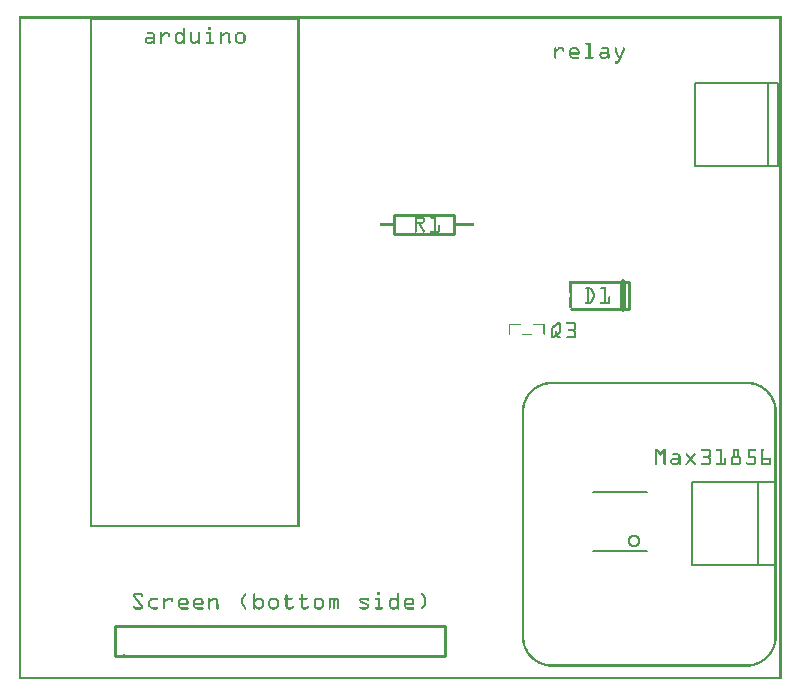
<source format=gto>
G04 MADE WITH FRITZING*
G04 WWW.FRITZING.ORG*
G04 DOUBLE SIDED*
G04 HOLES PLATED*
G04 CONTOUR ON CENTER OF CONTOUR VECTOR*
%ASAXBY*%
%FSLAX23Y23*%
%MOIN*%
%OFA0B0*%
%SFA1.0B1.0*%
%ADD10C,0.044000X0.028*%
%ADD11C,0.010000*%
%ADD12C,0.020000*%
%ADD13C,0.008000*%
%ADD14R,0.001000X0.001000*%
%LNSILK1*%
G90*
G70*
G54D10*
X2049Y464D03*
G54D11*
X2033Y1237D02*
X1838Y1237D01*
D02*
X1838Y1327D02*
X2033Y1327D01*
D02*
X2033Y1327D02*
X2033Y1237D01*
G54D12*
D02*
X2013Y1327D02*
X2013Y1237D01*
G54D11*
D02*
X1450Y1485D02*
X1250Y1485D01*
D02*
X1250Y1485D02*
X1250Y1551D01*
D02*
X1250Y1551D02*
X1450Y1551D01*
D02*
X1450Y1551D02*
X1450Y1485D01*
G54D13*
D02*
X2252Y1714D02*
X2252Y1990D01*
D02*
X2252Y1990D02*
X2496Y1990D01*
D02*
X2496Y1990D02*
X2528Y1990D01*
D02*
X2528Y1990D02*
X2528Y1714D01*
D02*
X2528Y1714D02*
X2496Y1714D01*
D02*
X2496Y1714D02*
X2252Y1714D01*
D02*
X2496Y1990D02*
X2496Y1714D01*
G54D11*
D02*
X318Y79D02*
X1418Y79D01*
D02*
X1418Y79D02*
X1418Y179D01*
D02*
X1418Y179D02*
X318Y179D01*
D02*
X318Y179D02*
X318Y79D01*
G54D13*
D02*
X1911Y627D02*
X2091Y627D01*
D02*
X2091Y429D02*
X1911Y429D01*
D02*
X2242Y384D02*
X2463Y384D01*
D02*
X2463Y384D02*
X2518Y384D01*
D02*
X2518Y384D02*
X2518Y659D01*
D02*
X2518Y659D02*
X2463Y659D01*
D02*
X2463Y659D02*
X2242Y659D01*
D02*
X2242Y659D02*
X2242Y384D01*
D02*
X2463Y384D02*
X2463Y659D01*
G54D14*
X0Y2212D02*
X2541Y2212D01*
X0Y2211D02*
X2541Y2211D01*
X0Y2210D02*
X2541Y2210D01*
X0Y2209D02*
X2541Y2209D01*
X0Y2208D02*
X2541Y2208D01*
X0Y2207D02*
X2541Y2207D01*
X0Y2206D02*
X2541Y2206D01*
X0Y2205D02*
X2541Y2205D01*
X0Y2204D02*
X7Y2204D01*
X236Y2204D02*
X935Y2204D01*
X2534Y2204D02*
X2541Y2204D01*
X0Y2203D02*
X7Y2203D01*
X236Y2203D02*
X935Y2203D01*
X2534Y2203D02*
X2541Y2203D01*
X0Y2202D02*
X7Y2202D01*
X236Y2202D02*
X935Y2202D01*
X2534Y2202D02*
X2541Y2202D01*
X0Y2201D02*
X7Y2201D01*
X236Y2201D02*
X935Y2201D01*
X2534Y2201D02*
X2541Y2201D01*
X0Y2200D02*
X7Y2200D01*
X236Y2200D02*
X243Y2200D01*
X928Y2200D02*
X935Y2200D01*
X2534Y2200D02*
X2541Y2200D01*
X0Y2199D02*
X7Y2199D01*
X236Y2199D02*
X243Y2199D01*
X928Y2199D02*
X935Y2199D01*
X2534Y2199D02*
X2541Y2199D01*
X0Y2198D02*
X7Y2198D01*
X236Y2198D02*
X243Y2198D01*
X928Y2198D02*
X935Y2198D01*
X2534Y2198D02*
X2541Y2198D01*
X0Y2197D02*
X7Y2197D01*
X236Y2197D02*
X243Y2197D01*
X928Y2197D02*
X935Y2197D01*
X2534Y2197D02*
X2541Y2197D01*
X0Y2196D02*
X7Y2196D01*
X236Y2196D02*
X243Y2196D01*
X928Y2196D02*
X935Y2196D01*
X2534Y2196D02*
X2541Y2196D01*
X0Y2195D02*
X7Y2195D01*
X236Y2195D02*
X243Y2195D01*
X928Y2195D02*
X935Y2195D01*
X2534Y2195D02*
X2541Y2195D01*
X0Y2194D02*
X7Y2194D01*
X236Y2194D02*
X243Y2194D01*
X928Y2194D02*
X935Y2194D01*
X2534Y2194D02*
X2541Y2194D01*
X0Y2193D02*
X7Y2193D01*
X236Y2193D02*
X243Y2193D01*
X928Y2193D02*
X935Y2193D01*
X2534Y2193D02*
X2541Y2193D01*
X0Y2192D02*
X7Y2192D01*
X236Y2192D02*
X243Y2192D01*
X928Y2192D02*
X935Y2192D01*
X2534Y2192D02*
X2541Y2192D01*
X0Y2191D02*
X7Y2191D01*
X236Y2191D02*
X243Y2191D01*
X928Y2191D02*
X935Y2191D01*
X2534Y2191D02*
X2541Y2191D01*
X0Y2190D02*
X7Y2190D01*
X236Y2190D02*
X243Y2190D01*
X928Y2190D02*
X935Y2190D01*
X2534Y2190D02*
X2541Y2190D01*
X0Y2189D02*
X7Y2189D01*
X236Y2189D02*
X243Y2189D01*
X928Y2189D02*
X935Y2189D01*
X2534Y2189D02*
X2541Y2189D01*
X0Y2188D02*
X7Y2188D01*
X236Y2188D02*
X243Y2188D01*
X928Y2188D02*
X935Y2188D01*
X2534Y2188D02*
X2541Y2188D01*
X0Y2187D02*
X7Y2187D01*
X236Y2187D02*
X243Y2187D01*
X928Y2187D02*
X935Y2187D01*
X2534Y2187D02*
X2541Y2187D01*
X0Y2186D02*
X7Y2186D01*
X236Y2186D02*
X243Y2186D01*
X928Y2186D02*
X935Y2186D01*
X2534Y2186D02*
X2541Y2186D01*
X0Y2185D02*
X7Y2185D01*
X236Y2185D02*
X243Y2185D01*
X928Y2185D02*
X935Y2185D01*
X2534Y2185D02*
X2541Y2185D01*
X0Y2184D02*
X7Y2184D01*
X236Y2184D02*
X243Y2184D01*
X928Y2184D02*
X935Y2184D01*
X2534Y2184D02*
X2541Y2184D01*
X0Y2183D02*
X7Y2183D01*
X236Y2183D02*
X243Y2183D01*
X928Y2183D02*
X935Y2183D01*
X2534Y2183D02*
X2541Y2183D01*
X0Y2182D02*
X7Y2182D01*
X236Y2182D02*
X243Y2182D01*
X928Y2182D02*
X935Y2182D01*
X2534Y2182D02*
X2541Y2182D01*
X0Y2181D02*
X7Y2181D01*
X236Y2181D02*
X243Y2181D01*
X928Y2181D02*
X935Y2181D01*
X2534Y2181D02*
X2541Y2181D01*
X0Y2180D02*
X7Y2180D01*
X236Y2180D02*
X243Y2180D01*
X928Y2180D02*
X935Y2180D01*
X2534Y2180D02*
X2541Y2180D01*
X0Y2179D02*
X7Y2179D01*
X236Y2179D02*
X243Y2179D01*
X928Y2179D02*
X935Y2179D01*
X2534Y2179D02*
X2541Y2179D01*
X0Y2178D02*
X7Y2178D01*
X236Y2178D02*
X243Y2178D01*
X928Y2178D02*
X935Y2178D01*
X2534Y2178D02*
X2541Y2178D01*
X0Y2177D02*
X7Y2177D01*
X236Y2177D02*
X243Y2177D01*
X928Y2177D02*
X935Y2177D01*
X2534Y2177D02*
X2541Y2177D01*
X0Y2176D02*
X7Y2176D01*
X236Y2176D02*
X243Y2176D01*
X632Y2176D02*
X639Y2176D01*
X928Y2176D02*
X935Y2176D01*
X2534Y2176D02*
X2541Y2176D01*
X0Y2175D02*
X7Y2175D01*
X236Y2175D02*
X243Y2175D01*
X631Y2175D02*
X639Y2175D01*
X928Y2175D02*
X935Y2175D01*
X2534Y2175D02*
X2541Y2175D01*
X0Y2174D02*
X7Y2174D01*
X236Y2174D02*
X243Y2174D01*
X630Y2174D02*
X640Y2174D01*
X928Y2174D02*
X935Y2174D01*
X2534Y2174D02*
X2541Y2174D01*
X0Y2173D02*
X7Y2173D01*
X236Y2173D02*
X243Y2173D01*
X548Y2173D02*
X552Y2173D01*
X630Y2173D02*
X640Y2173D01*
X928Y2173D02*
X935Y2173D01*
X2534Y2173D02*
X2541Y2173D01*
X0Y2172D02*
X7Y2172D01*
X236Y2172D02*
X243Y2172D01*
X548Y2172D02*
X553Y2172D01*
X630Y2172D02*
X640Y2172D01*
X928Y2172D02*
X935Y2172D01*
X2534Y2172D02*
X2541Y2172D01*
X0Y2171D02*
X7Y2171D01*
X236Y2171D02*
X243Y2171D01*
X547Y2171D02*
X553Y2171D01*
X630Y2171D02*
X640Y2171D01*
X928Y2171D02*
X935Y2171D01*
X2534Y2171D02*
X2541Y2171D01*
X0Y2170D02*
X7Y2170D01*
X236Y2170D02*
X243Y2170D01*
X547Y2170D02*
X553Y2170D01*
X630Y2170D02*
X640Y2170D01*
X928Y2170D02*
X935Y2170D01*
X2534Y2170D02*
X2541Y2170D01*
X0Y2169D02*
X7Y2169D01*
X236Y2169D02*
X243Y2169D01*
X547Y2169D02*
X553Y2169D01*
X631Y2169D02*
X639Y2169D01*
X928Y2169D02*
X935Y2169D01*
X2534Y2169D02*
X2541Y2169D01*
X0Y2168D02*
X7Y2168D01*
X236Y2168D02*
X243Y2168D01*
X547Y2168D02*
X553Y2168D01*
X631Y2168D02*
X639Y2168D01*
X928Y2168D02*
X935Y2168D01*
X2534Y2168D02*
X2541Y2168D01*
X0Y2167D02*
X7Y2167D01*
X236Y2167D02*
X243Y2167D01*
X547Y2167D02*
X553Y2167D01*
X634Y2167D02*
X637Y2167D01*
X928Y2167D02*
X935Y2167D01*
X2534Y2167D02*
X2541Y2167D01*
X0Y2166D02*
X7Y2166D01*
X236Y2166D02*
X243Y2166D01*
X547Y2166D02*
X553Y2166D01*
X928Y2166D02*
X935Y2166D01*
X2534Y2166D02*
X2541Y2166D01*
X0Y2165D02*
X7Y2165D01*
X236Y2165D02*
X243Y2165D01*
X547Y2165D02*
X553Y2165D01*
X928Y2165D02*
X935Y2165D01*
X2534Y2165D02*
X2541Y2165D01*
X0Y2164D02*
X7Y2164D01*
X236Y2164D02*
X243Y2164D01*
X547Y2164D02*
X553Y2164D01*
X928Y2164D02*
X935Y2164D01*
X2534Y2164D02*
X2541Y2164D01*
X0Y2163D02*
X7Y2163D01*
X236Y2163D02*
X243Y2163D01*
X547Y2163D02*
X553Y2163D01*
X928Y2163D02*
X935Y2163D01*
X2534Y2163D02*
X2541Y2163D01*
X0Y2162D02*
X7Y2162D01*
X236Y2162D02*
X243Y2162D01*
X547Y2162D02*
X553Y2162D01*
X928Y2162D02*
X935Y2162D01*
X2534Y2162D02*
X2541Y2162D01*
X0Y2161D02*
X7Y2161D01*
X236Y2161D02*
X243Y2161D01*
X547Y2161D02*
X553Y2161D01*
X928Y2161D02*
X935Y2161D01*
X2534Y2161D02*
X2541Y2161D01*
X0Y2160D02*
X7Y2160D01*
X236Y2160D02*
X243Y2160D01*
X547Y2160D02*
X553Y2160D01*
X928Y2160D02*
X935Y2160D01*
X2534Y2160D02*
X2541Y2160D01*
X0Y2159D02*
X7Y2159D01*
X236Y2159D02*
X243Y2159D01*
X428Y2159D02*
X444Y2159D01*
X472Y2159D02*
X473Y2159D01*
X485Y2159D02*
X495Y2159D01*
X530Y2159D02*
X539Y2159D01*
X547Y2159D02*
X553Y2159D01*
X572Y2159D02*
X573Y2159D01*
X600Y2159D02*
X601Y2159D01*
X626Y2159D02*
X637Y2159D01*
X673Y2159D02*
X674Y2159D01*
X688Y2159D02*
X695Y2159D01*
X731Y2159D02*
X743Y2159D01*
X928Y2159D02*
X935Y2159D01*
X2534Y2159D02*
X2541Y2159D01*
X0Y2158D02*
X7Y2158D01*
X236Y2158D02*
X243Y2158D01*
X427Y2158D02*
X446Y2158D01*
X470Y2158D02*
X475Y2158D01*
X484Y2158D02*
X497Y2158D01*
X528Y2158D02*
X542Y2158D01*
X547Y2158D02*
X553Y2158D01*
X571Y2158D02*
X575Y2158D01*
X598Y2158D02*
X602Y2158D01*
X624Y2158D02*
X639Y2158D01*
X671Y2158D02*
X675Y2158D01*
X685Y2158D02*
X697Y2158D01*
X728Y2158D02*
X746Y2158D01*
X928Y2158D02*
X935Y2158D01*
X2534Y2158D02*
X2541Y2158D01*
X0Y2157D02*
X7Y2157D01*
X236Y2157D02*
X243Y2157D01*
X426Y2157D02*
X448Y2157D01*
X470Y2157D02*
X475Y2157D01*
X483Y2157D02*
X499Y2157D01*
X526Y2157D02*
X543Y2157D01*
X547Y2157D02*
X553Y2157D01*
X570Y2157D02*
X576Y2157D01*
X598Y2157D02*
X603Y2157D01*
X624Y2157D02*
X639Y2157D01*
X671Y2157D02*
X676Y2157D01*
X683Y2157D02*
X699Y2157D01*
X727Y2157D02*
X747Y2157D01*
X928Y2157D02*
X935Y2157D01*
X2534Y2157D02*
X2541Y2157D01*
X0Y2156D02*
X7Y2156D01*
X236Y2156D02*
X243Y2156D01*
X426Y2156D02*
X449Y2156D01*
X469Y2156D02*
X475Y2156D01*
X482Y2156D02*
X500Y2156D01*
X525Y2156D02*
X544Y2156D01*
X547Y2156D02*
X553Y2156D01*
X570Y2156D02*
X576Y2156D01*
X597Y2156D02*
X603Y2156D01*
X623Y2156D02*
X640Y2156D01*
X670Y2156D02*
X676Y2156D01*
X681Y2156D02*
X700Y2156D01*
X726Y2156D02*
X749Y2156D01*
X928Y2156D02*
X935Y2156D01*
X2534Y2156D02*
X2541Y2156D01*
X0Y2155D02*
X7Y2155D01*
X236Y2155D02*
X243Y2155D01*
X426Y2155D02*
X450Y2155D01*
X469Y2155D02*
X475Y2155D01*
X480Y2155D02*
X501Y2155D01*
X524Y2155D02*
X553Y2155D01*
X570Y2155D02*
X576Y2155D01*
X597Y2155D02*
X603Y2155D01*
X624Y2155D02*
X640Y2155D01*
X670Y2155D02*
X676Y2155D01*
X680Y2155D02*
X701Y2155D01*
X725Y2155D02*
X750Y2155D01*
X928Y2155D02*
X935Y2155D01*
X2534Y2155D02*
X2541Y2155D01*
X0Y2154D02*
X7Y2154D01*
X236Y2154D02*
X243Y2154D01*
X427Y2154D02*
X451Y2154D01*
X469Y2154D02*
X475Y2154D01*
X479Y2154D02*
X502Y2154D01*
X523Y2154D02*
X553Y2154D01*
X570Y2154D02*
X576Y2154D01*
X597Y2154D02*
X603Y2154D01*
X624Y2154D02*
X640Y2154D01*
X670Y2154D02*
X676Y2154D01*
X678Y2154D02*
X701Y2154D01*
X723Y2154D02*
X751Y2154D01*
X928Y2154D02*
X935Y2154D01*
X2534Y2154D02*
X2541Y2154D01*
X0Y2153D02*
X7Y2153D01*
X236Y2153D02*
X243Y2153D01*
X427Y2153D02*
X451Y2153D01*
X469Y2153D02*
X475Y2153D01*
X478Y2153D02*
X502Y2153D01*
X522Y2153D02*
X553Y2153D01*
X570Y2153D02*
X576Y2153D01*
X597Y2153D02*
X603Y2153D01*
X625Y2153D02*
X640Y2153D01*
X670Y2153D02*
X702Y2153D01*
X723Y2153D02*
X752Y2153D01*
X928Y2153D02*
X935Y2153D01*
X2534Y2153D02*
X2541Y2153D01*
X0Y2152D02*
X7Y2152D01*
X236Y2152D02*
X243Y2152D01*
X444Y2152D02*
X451Y2152D01*
X469Y2152D02*
X487Y2152D01*
X495Y2152D02*
X502Y2152D01*
X521Y2152D02*
X530Y2152D01*
X539Y2152D02*
X553Y2152D01*
X570Y2152D02*
X576Y2152D01*
X597Y2152D02*
X603Y2152D01*
X634Y2152D02*
X640Y2152D01*
X670Y2152D02*
X687Y2152D01*
X695Y2152D02*
X702Y2152D01*
X722Y2152D02*
X731Y2152D01*
X743Y2152D02*
X752Y2152D01*
X928Y2152D02*
X935Y2152D01*
X2534Y2152D02*
X2541Y2152D01*
X0Y2151D02*
X7Y2151D01*
X236Y2151D02*
X243Y2151D01*
X445Y2151D02*
X452Y2151D01*
X469Y2151D02*
X486Y2151D01*
X496Y2151D02*
X503Y2151D01*
X521Y2151D02*
X529Y2151D01*
X540Y2151D02*
X553Y2151D01*
X570Y2151D02*
X576Y2151D01*
X597Y2151D02*
X603Y2151D01*
X634Y2151D02*
X640Y2151D01*
X670Y2151D02*
X686Y2151D01*
X696Y2151D02*
X703Y2151D01*
X721Y2151D02*
X730Y2151D01*
X745Y2151D02*
X753Y2151D01*
X928Y2151D02*
X935Y2151D01*
X2534Y2151D02*
X2541Y2151D01*
X0Y2150D02*
X7Y2150D01*
X236Y2150D02*
X243Y2150D01*
X446Y2150D02*
X452Y2150D01*
X469Y2150D02*
X484Y2150D01*
X497Y2150D02*
X503Y2150D01*
X520Y2150D02*
X528Y2150D01*
X542Y2150D02*
X553Y2150D01*
X570Y2150D02*
X576Y2150D01*
X597Y2150D02*
X603Y2150D01*
X634Y2150D02*
X640Y2150D01*
X670Y2150D02*
X684Y2150D01*
X697Y2150D02*
X703Y2150D01*
X721Y2150D02*
X728Y2150D01*
X746Y2150D02*
X753Y2150D01*
X928Y2150D02*
X935Y2150D01*
X2534Y2150D02*
X2541Y2150D01*
X0Y2149D02*
X7Y2149D01*
X236Y2149D02*
X243Y2149D01*
X446Y2149D02*
X452Y2149D01*
X469Y2149D02*
X483Y2149D01*
X497Y2149D02*
X503Y2149D01*
X520Y2149D02*
X527Y2149D01*
X543Y2149D02*
X553Y2149D01*
X570Y2149D02*
X576Y2149D01*
X597Y2149D02*
X603Y2149D01*
X634Y2149D02*
X640Y2149D01*
X670Y2149D02*
X683Y2149D01*
X697Y2149D02*
X703Y2149D01*
X721Y2149D02*
X727Y2149D01*
X747Y2149D02*
X754Y2149D01*
X928Y2149D02*
X935Y2149D01*
X2534Y2149D02*
X2541Y2149D01*
X0Y2148D02*
X7Y2148D01*
X236Y2148D02*
X243Y2148D01*
X446Y2148D02*
X452Y2148D01*
X469Y2148D02*
X482Y2148D01*
X497Y2148D02*
X503Y2148D01*
X520Y2148D02*
X526Y2148D01*
X544Y2148D02*
X553Y2148D01*
X570Y2148D02*
X576Y2148D01*
X597Y2148D02*
X603Y2148D01*
X634Y2148D02*
X640Y2148D01*
X670Y2148D02*
X681Y2148D01*
X697Y2148D02*
X703Y2148D01*
X721Y2148D02*
X727Y2148D01*
X748Y2148D02*
X754Y2148D01*
X928Y2148D02*
X935Y2148D01*
X2534Y2148D02*
X2541Y2148D01*
X0Y2147D02*
X7Y2147D01*
X236Y2147D02*
X243Y2147D01*
X446Y2147D02*
X452Y2147D01*
X469Y2147D02*
X481Y2147D01*
X497Y2147D02*
X503Y2147D01*
X520Y2147D02*
X526Y2147D01*
X545Y2147D02*
X553Y2147D01*
X570Y2147D02*
X576Y2147D01*
X597Y2147D02*
X603Y2147D01*
X634Y2147D02*
X640Y2147D01*
X670Y2147D02*
X679Y2147D01*
X697Y2147D02*
X703Y2147D01*
X720Y2147D02*
X727Y2147D01*
X748Y2147D02*
X754Y2147D01*
X928Y2147D02*
X935Y2147D01*
X2534Y2147D02*
X2541Y2147D01*
X0Y2146D02*
X7Y2146D01*
X236Y2146D02*
X243Y2146D01*
X446Y2146D02*
X452Y2146D01*
X469Y2146D02*
X480Y2146D01*
X497Y2146D02*
X503Y2146D01*
X520Y2146D02*
X526Y2146D01*
X546Y2146D02*
X553Y2146D01*
X570Y2146D02*
X576Y2146D01*
X597Y2146D02*
X603Y2146D01*
X634Y2146D02*
X640Y2146D01*
X670Y2146D02*
X678Y2146D01*
X697Y2146D02*
X703Y2146D01*
X720Y2146D02*
X726Y2146D01*
X748Y2146D02*
X754Y2146D01*
X928Y2146D02*
X935Y2146D01*
X2534Y2146D02*
X2541Y2146D01*
X0Y2145D02*
X7Y2145D01*
X236Y2145D02*
X243Y2145D01*
X446Y2145D02*
X452Y2145D01*
X469Y2145D02*
X479Y2145D01*
X498Y2145D02*
X502Y2145D01*
X520Y2145D02*
X526Y2145D01*
X547Y2145D02*
X553Y2145D01*
X570Y2145D02*
X576Y2145D01*
X597Y2145D02*
X603Y2145D01*
X634Y2145D02*
X640Y2145D01*
X670Y2145D02*
X676Y2145D01*
X697Y2145D02*
X703Y2145D01*
X720Y2145D02*
X726Y2145D01*
X748Y2145D02*
X754Y2145D01*
X928Y2145D02*
X935Y2145D01*
X2534Y2145D02*
X2541Y2145D01*
X0Y2144D02*
X7Y2144D01*
X236Y2144D02*
X243Y2144D01*
X426Y2144D02*
X452Y2144D01*
X469Y2144D02*
X477Y2144D01*
X499Y2144D02*
X501Y2144D01*
X520Y2144D02*
X526Y2144D01*
X547Y2144D02*
X553Y2144D01*
X570Y2144D02*
X576Y2144D01*
X597Y2144D02*
X603Y2144D01*
X634Y2144D02*
X640Y2144D01*
X670Y2144D02*
X676Y2144D01*
X697Y2144D02*
X703Y2144D01*
X720Y2144D02*
X726Y2144D01*
X748Y2144D02*
X754Y2144D01*
X928Y2144D02*
X935Y2144D01*
X2534Y2144D02*
X2541Y2144D01*
X0Y2143D02*
X7Y2143D01*
X236Y2143D02*
X243Y2143D01*
X424Y2143D02*
X452Y2143D01*
X469Y2143D02*
X476Y2143D01*
X520Y2143D02*
X526Y2143D01*
X547Y2143D02*
X553Y2143D01*
X570Y2143D02*
X576Y2143D01*
X597Y2143D02*
X603Y2143D01*
X634Y2143D02*
X640Y2143D01*
X670Y2143D02*
X676Y2143D01*
X697Y2143D02*
X703Y2143D01*
X720Y2143D02*
X726Y2143D01*
X748Y2143D02*
X754Y2143D01*
X928Y2143D02*
X935Y2143D01*
X2534Y2143D02*
X2541Y2143D01*
X0Y2142D02*
X7Y2142D01*
X236Y2142D02*
X243Y2142D01*
X423Y2142D02*
X452Y2142D01*
X469Y2142D02*
X475Y2142D01*
X520Y2142D02*
X526Y2142D01*
X547Y2142D02*
X553Y2142D01*
X570Y2142D02*
X576Y2142D01*
X597Y2142D02*
X603Y2142D01*
X634Y2142D02*
X640Y2142D01*
X670Y2142D02*
X676Y2142D01*
X697Y2142D02*
X703Y2142D01*
X720Y2142D02*
X726Y2142D01*
X748Y2142D02*
X754Y2142D01*
X928Y2142D02*
X935Y2142D01*
X2534Y2142D02*
X2541Y2142D01*
X0Y2141D02*
X7Y2141D01*
X236Y2141D02*
X243Y2141D01*
X422Y2141D02*
X452Y2141D01*
X469Y2141D02*
X475Y2141D01*
X520Y2141D02*
X526Y2141D01*
X547Y2141D02*
X553Y2141D01*
X570Y2141D02*
X576Y2141D01*
X597Y2141D02*
X603Y2141D01*
X634Y2141D02*
X640Y2141D01*
X670Y2141D02*
X676Y2141D01*
X697Y2141D02*
X703Y2141D01*
X720Y2141D02*
X726Y2141D01*
X748Y2141D02*
X754Y2141D01*
X928Y2141D02*
X935Y2141D01*
X2534Y2141D02*
X2541Y2141D01*
X0Y2140D02*
X7Y2140D01*
X236Y2140D02*
X243Y2140D01*
X421Y2140D02*
X452Y2140D01*
X469Y2140D02*
X475Y2140D01*
X520Y2140D02*
X526Y2140D01*
X547Y2140D02*
X553Y2140D01*
X570Y2140D02*
X576Y2140D01*
X597Y2140D02*
X603Y2140D01*
X634Y2140D02*
X640Y2140D01*
X670Y2140D02*
X676Y2140D01*
X697Y2140D02*
X703Y2140D01*
X720Y2140D02*
X726Y2140D01*
X748Y2140D02*
X754Y2140D01*
X928Y2140D02*
X935Y2140D01*
X2534Y2140D02*
X2541Y2140D01*
X0Y2139D02*
X7Y2139D01*
X236Y2139D02*
X243Y2139D01*
X420Y2139D02*
X452Y2139D01*
X469Y2139D02*
X475Y2139D01*
X520Y2139D02*
X526Y2139D01*
X547Y2139D02*
X553Y2139D01*
X570Y2139D02*
X576Y2139D01*
X597Y2139D02*
X603Y2139D01*
X634Y2139D02*
X640Y2139D01*
X670Y2139D02*
X676Y2139D01*
X697Y2139D02*
X703Y2139D01*
X720Y2139D02*
X726Y2139D01*
X748Y2139D02*
X754Y2139D01*
X928Y2139D02*
X935Y2139D01*
X2534Y2139D02*
X2541Y2139D01*
X0Y2138D02*
X7Y2138D01*
X236Y2138D02*
X243Y2138D01*
X420Y2138D02*
X452Y2138D01*
X469Y2138D02*
X475Y2138D01*
X520Y2138D02*
X526Y2138D01*
X547Y2138D02*
X553Y2138D01*
X570Y2138D02*
X576Y2138D01*
X597Y2138D02*
X603Y2138D01*
X634Y2138D02*
X640Y2138D01*
X670Y2138D02*
X676Y2138D01*
X697Y2138D02*
X703Y2138D01*
X720Y2138D02*
X726Y2138D01*
X748Y2138D02*
X754Y2138D01*
X928Y2138D02*
X935Y2138D01*
X2534Y2138D02*
X2541Y2138D01*
X0Y2137D02*
X7Y2137D01*
X236Y2137D02*
X243Y2137D01*
X420Y2137D02*
X427Y2137D01*
X445Y2137D02*
X452Y2137D01*
X469Y2137D02*
X475Y2137D01*
X520Y2137D02*
X526Y2137D01*
X547Y2137D02*
X553Y2137D01*
X570Y2137D02*
X576Y2137D01*
X597Y2137D02*
X603Y2137D01*
X634Y2137D02*
X640Y2137D01*
X670Y2137D02*
X676Y2137D01*
X697Y2137D02*
X703Y2137D01*
X720Y2137D02*
X726Y2137D01*
X748Y2137D02*
X754Y2137D01*
X928Y2137D02*
X935Y2137D01*
X2534Y2137D02*
X2541Y2137D01*
X0Y2136D02*
X7Y2136D01*
X236Y2136D02*
X243Y2136D01*
X419Y2136D02*
X426Y2136D01*
X446Y2136D02*
X452Y2136D01*
X469Y2136D02*
X475Y2136D01*
X520Y2136D02*
X526Y2136D01*
X547Y2136D02*
X553Y2136D01*
X570Y2136D02*
X576Y2136D01*
X597Y2136D02*
X603Y2136D01*
X634Y2136D02*
X640Y2136D01*
X670Y2136D02*
X676Y2136D01*
X697Y2136D02*
X703Y2136D01*
X720Y2136D02*
X726Y2136D01*
X748Y2136D02*
X754Y2136D01*
X928Y2136D02*
X935Y2136D01*
X2534Y2136D02*
X2541Y2136D01*
X0Y2135D02*
X7Y2135D01*
X236Y2135D02*
X243Y2135D01*
X419Y2135D02*
X425Y2135D01*
X446Y2135D02*
X452Y2135D01*
X469Y2135D02*
X475Y2135D01*
X520Y2135D02*
X526Y2135D01*
X547Y2135D02*
X553Y2135D01*
X570Y2135D02*
X577Y2135D01*
X597Y2135D02*
X603Y2135D01*
X634Y2135D02*
X640Y2135D01*
X670Y2135D02*
X676Y2135D01*
X697Y2135D02*
X703Y2135D01*
X720Y2135D02*
X726Y2135D01*
X748Y2135D02*
X754Y2135D01*
X928Y2135D02*
X935Y2135D01*
X2534Y2135D02*
X2541Y2135D01*
X0Y2134D02*
X7Y2134D01*
X236Y2134D02*
X243Y2134D01*
X419Y2134D02*
X425Y2134D01*
X446Y2134D02*
X452Y2134D01*
X469Y2134D02*
X475Y2134D01*
X520Y2134D02*
X526Y2134D01*
X547Y2134D02*
X553Y2134D01*
X571Y2134D02*
X577Y2134D01*
X597Y2134D02*
X603Y2134D01*
X634Y2134D02*
X640Y2134D01*
X670Y2134D02*
X676Y2134D01*
X697Y2134D02*
X703Y2134D01*
X720Y2134D02*
X726Y2134D01*
X748Y2134D02*
X754Y2134D01*
X928Y2134D02*
X935Y2134D01*
X2534Y2134D02*
X2541Y2134D01*
X0Y2133D02*
X7Y2133D01*
X236Y2133D02*
X243Y2133D01*
X419Y2133D02*
X425Y2133D01*
X446Y2133D02*
X452Y2133D01*
X469Y2133D02*
X475Y2133D01*
X520Y2133D02*
X526Y2133D01*
X546Y2133D02*
X553Y2133D01*
X571Y2133D02*
X577Y2133D01*
X596Y2133D02*
X603Y2133D01*
X634Y2133D02*
X640Y2133D01*
X670Y2133D02*
X676Y2133D01*
X697Y2133D02*
X703Y2133D01*
X720Y2133D02*
X726Y2133D01*
X748Y2133D02*
X754Y2133D01*
X928Y2133D02*
X935Y2133D01*
X2534Y2133D02*
X2541Y2133D01*
X0Y2132D02*
X7Y2132D01*
X236Y2132D02*
X243Y2132D01*
X419Y2132D02*
X425Y2132D01*
X446Y2132D02*
X453Y2132D01*
X469Y2132D02*
X475Y2132D01*
X520Y2132D02*
X526Y2132D01*
X545Y2132D02*
X553Y2132D01*
X571Y2132D02*
X577Y2132D01*
X594Y2132D02*
X603Y2132D01*
X634Y2132D02*
X640Y2132D01*
X670Y2132D02*
X676Y2132D01*
X697Y2132D02*
X703Y2132D01*
X720Y2132D02*
X727Y2132D01*
X748Y2132D02*
X754Y2132D01*
X928Y2132D02*
X935Y2132D01*
X2534Y2132D02*
X2541Y2132D01*
X0Y2131D02*
X7Y2131D01*
X236Y2131D02*
X243Y2131D01*
X419Y2131D02*
X425Y2131D01*
X446Y2131D02*
X453Y2131D01*
X469Y2131D02*
X475Y2131D01*
X520Y2131D02*
X526Y2131D01*
X544Y2131D02*
X553Y2131D01*
X571Y2131D02*
X577Y2131D01*
X593Y2131D02*
X603Y2131D01*
X634Y2131D02*
X640Y2131D01*
X670Y2131D02*
X676Y2131D01*
X698Y2131D02*
X703Y2131D01*
X721Y2131D02*
X727Y2131D01*
X748Y2131D02*
X754Y2131D01*
X928Y2131D02*
X935Y2131D01*
X2534Y2131D02*
X2541Y2131D01*
X0Y2130D02*
X7Y2130D01*
X236Y2130D02*
X243Y2130D01*
X419Y2130D02*
X425Y2130D01*
X444Y2130D02*
X453Y2130D01*
X469Y2130D02*
X475Y2130D01*
X520Y2130D02*
X527Y2130D01*
X543Y2130D02*
X553Y2130D01*
X571Y2130D02*
X577Y2130D01*
X591Y2130D02*
X603Y2130D01*
X634Y2130D02*
X640Y2130D01*
X670Y2130D02*
X676Y2130D01*
X698Y2130D02*
X704Y2130D01*
X721Y2130D02*
X727Y2130D01*
X747Y2130D02*
X754Y2130D01*
X928Y2130D02*
X935Y2130D01*
X2534Y2130D02*
X2541Y2130D01*
X0Y2129D02*
X7Y2129D01*
X236Y2129D02*
X243Y2129D01*
X419Y2129D02*
X426Y2129D01*
X443Y2129D02*
X453Y2129D01*
X469Y2129D02*
X475Y2129D01*
X520Y2129D02*
X528Y2129D01*
X542Y2129D02*
X553Y2129D01*
X571Y2129D02*
X577Y2129D01*
X589Y2129D02*
X603Y2129D01*
X634Y2129D02*
X640Y2129D01*
X670Y2129D02*
X676Y2129D01*
X698Y2129D02*
X704Y2129D01*
X721Y2129D02*
X728Y2129D01*
X746Y2129D02*
X753Y2129D01*
X928Y2129D02*
X935Y2129D01*
X2534Y2129D02*
X2541Y2129D01*
X0Y2128D02*
X7Y2128D01*
X236Y2128D02*
X243Y2128D01*
X419Y2128D02*
X426Y2128D01*
X441Y2128D02*
X453Y2128D01*
X469Y2128D02*
X475Y2128D01*
X521Y2128D02*
X529Y2128D01*
X540Y2128D02*
X553Y2128D01*
X571Y2128D02*
X578Y2128D01*
X588Y2128D02*
X603Y2128D01*
X634Y2128D02*
X640Y2128D01*
X670Y2128D02*
X676Y2128D01*
X698Y2128D02*
X704Y2128D01*
X721Y2128D02*
X730Y2128D01*
X745Y2128D02*
X753Y2128D01*
X928Y2128D02*
X935Y2128D01*
X2534Y2128D02*
X2541Y2128D01*
X0Y2127D02*
X7Y2127D01*
X236Y2127D02*
X243Y2127D01*
X420Y2127D02*
X428Y2127D01*
X439Y2127D02*
X453Y2127D01*
X469Y2127D02*
X475Y2127D01*
X521Y2127D02*
X531Y2127D01*
X539Y2127D02*
X553Y2127D01*
X571Y2127D02*
X579Y2127D01*
X586Y2127D02*
X603Y2127D01*
X634Y2127D02*
X640Y2127D01*
X670Y2127D02*
X676Y2127D01*
X698Y2127D02*
X704Y2127D01*
X722Y2127D02*
X731Y2127D01*
X743Y2127D02*
X752Y2127D01*
X928Y2127D02*
X935Y2127D01*
X2534Y2127D02*
X2541Y2127D01*
X0Y2126D02*
X7Y2126D01*
X236Y2126D02*
X243Y2126D01*
X420Y2126D02*
X453Y2126D01*
X469Y2126D02*
X475Y2126D01*
X522Y2126D02*
X553Y2126D01*
X572Y2126D02*
X603Y2126D01*
X625Y2126D02*
X649Y2126D01*
X670Y2126D02*
X676Y2126D01*
X698Y2126D02*
X704Y2126D01*
X723Y2126D02*
X752Y2126D01*
X928Y2126D02*
X935Y2126D01*
X2534Y2126D02*
X2541Y2126D01*
X0Y2125D02*
X7Y2125D01*
X236Y2125D02*
X243Y2125D01*
X421Y2125D02*
X453Y2125D01*
X469Y2125D02*
X475Y2125D01*
X523Y2125D02*
X553Y2125D01*
X572Y2125D02*
X595Y2125D01*
X597Y2125D02*
X603Y2125D01*
X624Y2125D02*
X650Y2125D01*
X670Y2125D02*
X676Y2125D01*
X698Y2125D02*
X704Y2125D01*
X723Y2125D02*
X751Y2125D01*
X928Y2125D02*
X935Y2125D01*
X2534Y2125D02*
X2541Y2125D01*
X0Y2124D02*
X7Y2124D01*
X236Y2124D02*
X243Y2124D01*
X421Y2124D02*
X453Y2124D01*
X469Y2124D02*
X475Y2124D01*
X524Y2124D02*
X553Y2124D01*
X573Y2124D02*
X594Y2124D01*
X597Y2124D02*
X603Y2124D01*
X624Y2124D02*
X650Y2124D01*
X670Y2124D02*
X676Y2124D01*
X698Y2124D02*
X704Y2124D01*
X725Y2124D02*
X750Y2124D01*
X928Y2124D02*
X935Y2124D01*
X2534Y2124D02*
X2541Y2124D01*
X0Y2123D02*
X7Y2123D01*
X236Y2123D02*
X243Y2123D01*
X422Y2123D02*
X453Y2123D01*
X469Y2123D02*
X475Y2123D01*
X525Y2123D02*
X545Y2123D01*
X547Y2123D02*
X553Y2123D01*
X574Y2123D02*
X592Y2123D01*
X597Y2123D02*
X603Y2123D01*
X624Y2123D02*
X650Y2123D01*
X670Y2123D02*
X676Y2123D01*
X698Y2123D02*
X704Y2123D01*
X726Y2123D02*
X749Y2123D01*
X928Y2123D02*
X935Y2123D01*
X1889Y2123D02*
X1903Y2123D01*
X2534Y2123D02*
X2541Y2123D01*
X0Y2122D02*
X7Y2122D01*
X236Y2122D02*
X243Y2122D01*
X423Y2122D02*
X444Y2122D01*
X447Y2122D02*
X453Y2122D01*
X470Y2122D02*
X475Y2122D01*
X526Y2122D02*
X543Y2122D01*
X548Y2122D02*
X553Y2122D01*
X575Y2122D02*
X590Y2122D01*
X598Y2122D02*
X603Y2122D01*
X624Y2122D02*
X650Y2122D01*
X671Y2122D02*
X676Y2122D01*
X698Y2122D02*
X703Y2122D01*
X727Y2122D02*
X747Y2122D01*
X928Y2122D02*
X935Y2122D01*
X1888Y2122D02*
X1903Y2122D01*
X2534Y2122D02*
X2541Y2122D01*
X0Y2121D02*
X7Y2121D01*
X236Y2121D02*
X243Y2121D01*
X425Y2121D02*
X442Y2121D01*
X448Y2121D02*
X452Y2121D01*
X470Y2121D02*
X474Y2121D01*
X528Y2121D02*
X542Y2121D01*
X548Y2121D02*
X552Y2121D01*
X576Y2121D02*
X589Y2121D01*
X598Y2121D02*
X602Y2121D01*
X624Y2121D02*
X649Y2121D01*
X671Y2121D02*
X675Y2121D01*
X699Y2121D02*
X703Y2121D01*
X729Y2121D02*
X746Y2121D01*
X928Y2121D02*
X935Y2121D01*
X1888Y2121D02*
X1904Y2121D01*
X2534Y2121D02*
X2541Y2121D01*
X0Y2120D02*
X7Y2120D01*
X236Y2120D02*
X243Y2120D01*
X428Y2120D02*
X440Y2120D01*
X449Y2120D02*
X450Y2120D01*
X472Y2120D02*
X473Y2120D01*
X531Y2120D02*
X539Y2120D01*
X550Y2120D02*
X551Y2120D01*
X579Y2120D02*
X586Y2120D01*
X600Y2120D02*
X601Y2120D01*
X626Y2120D02*
X648Y2120D01*
X673Y2120D02*
X674Y2120D01*
X700Y2120D02*
X701Y2120D01*
X732Y2120D02*
X743Y2120D01*
X928Y2120D02*
X935Y2120D01*
X1888Y2120D02*
X1904Y2120D01*
X2534Y2120D02*
X2541Y2120D01*
X0Y2119D02*
X7Y2119D01*
X236Y2119D02*
X243Y2119D01*
X928Y2119D02*
X935Y2119D01*
X1888Y2119D02*
X1904Y2119D01*
X2534Y2119D02*
X2541Y2119D01*
X0Y2118D02*
X7Y2118D01*
X236Y2118D02*
X243Y2118D01*
X928Y2118D02*
X935Y2118D01*
X1889Y2118D02*
X1904Y2118D01*
X2534Y2118D02*
X2541Y2118D01*
X0Y2117D02*
X7Y2117D01*
X236Y2117D02*
X243Y2117D01*
X928Y2117D02*
X935Y2117D01*
X1890Y2117D02*
X1904Y2117D01*
X2534Y2117D02*
X2541Y2117D01*
X0Y2116D02*
X7Y2116D01*
X236Y2116D02*
X243Y2116D01*
X928Y2116D02*
X935Y2116D01*
X1898Y2116D02*
X1904Y2116D01*
X2534Y2116D02*
X2541Y2116D01*
X0Y2115D02*
X7Y2115D01*
X236Y2115D02*
X243Y2115D01*
X928Y2115D02*
X935Y2115D01*
X1898Y2115D02*
X1904Y2115D01*
X2534Y2115D02*
X2541Y2115D01*
X0Y2114D02*
X7Y2114D01*
X236Y2114D02*
X243Y2114D01*
X928Y2114D02*
X935Y2114D01*
X1898Y2114D02*
X1904Y2114D01*
X2534Y2114D02*
X2541Y2114D01*
X0Y2113D02*
X7Y2113D01*
X236Y2113D02*
X243Y2113D01*
X928Y2113D02*
X935Y2113D01*
X1898Y2113D02*
X1904Y2113D01*
X2534Y2113D02*
X2541Y2113D01*
X0Y2112D02*
X7Y2112D01*
X236Y2112D02*
X243Y2112D01*
X928Y2112D02*
X935Y2112D01*
X1898Y2112D02*
X1904Y2112D01*
X2534Y2112D02*
X2541Y2112D01*
X0Y2111D02*
X7Y2111D01*
X236Y2111D02*
X243Y2111D01*
X928Y2111D02*
X935Y2111D01*
X1898Y2111D02*
X1904Y2111D01*
X2534Y2111D02*
X2541Y2111D01*
X0Y2110D02*
X7Y2110D01*
X236Y2110D02*
X243Y2110D01*
X928Y2110D02*
X935Y2110D01*
X1898Y2110D02*
X1904Y2110D01*
X2534Y2110D02*
X2541Y2110D01*
X0Y2109D02*
X7Y2109D01*
X236Y2109D02*
X243Y2109D01*
X928Y2109D02*
X935Y2109D01*
X1787Y2109D02*
X1787Y2109D01*
X1800Y2109D02*
X1808Y2109D01*
X1845Y2109D02*
X1856Y2109D01*
X1898Y2109D02*
X1904Y2109D01*
X1944Y2109D02*
X1958Y2109D01*
X1987Y2109D02*
X1988Y2109D01*
X2015Y2109D02*
X2015Y2109D01*
X2534Y2109D02*
X2541Y2109D01*
X0Y2108D02*
X7Y2108D01*
X236Y2108D02*
X243Y2108D01*
X928Y2108D02*
X935Y2108D01*
X1785Y2108D02*
X1789Y2108D01*
X1798Y2108D02*
X1812Y2108D01*
X1842Y2108D02*
X1859Y2108D01*
X1898Y2108D02*
X1904Y2108D01*
X1942Y2108D02*
X1961Y2108D01*
X1986Y2108D02*
X1990Y2108D01*
X2013Y2108D02*
X2017Y2108D01*
X2534Y2108D02*
X2541Y2108D01*
X0Y2107D02*
X7Y2107D01*
X236Y2107D02*
X243Y2107D01*
X928Y2107D02*
X935Y2107D01*
X1784Y2107D02*
X1789Y2107D01*
X1797Y2107D02*
X1813Y2107D01*
X1841Y2107D02*
X1861Y2107D01*
X1898Y2107D02*
X1904Y2107D01*
X1942Y2107D02*
X1963Y2107D01*
X1985Y2107D02*
X1990Y2107D01*
X2012Y2107D02*
X2018Y2107D01*
X2534Y2107D02*
X2541Y2107D01*
X0Y2106D02*
X7Y2106D01*
X236Y2106D02*
X243Y2106D01*
X928Y2106D02*
X935Y2106D01*
X1784Y2106D02*
X1790Y2106D01*
X1796Y2106D02*
X1814Y2106D01*
X1839Y2106D02*
X1862Y2106D01*
X1898Y2106D02*
X1904Y2106D01*
X1941Y2106D02*
X1964Y2106D01*
X1985Y2106D02*
X1991Y2106D01*
X2012Y2106D02*
X2018Y2106D01*
X2534Y2106D02*
X2541Y2106D01*
X0Y2105D02*
X7Y2105D01*
X236Y2105D02*
X243Y2105D01*
X928Y2105D02*
X935Y2105D01*
X1784Y2105D02*
X1790Y2105D01*
X1795Y2105D02*
X1815Y2105D01*
X1838Y2105D02*
X1863Y2105D01*
X1898Y2105D02*
X1904Y2105D01*
X1941Y2105D02*
X1965Y2105D01*
X1985Y2105D02*
X1991Y2105D01*
X2012Y2105D02*
X2018Y2105D01*
X2534Y2105D02*
X2541Y2105D01*
X0Y2104D02*
X7Y2104D01*
X236Y2104D02*
X243Y2104D01*
X928Y2104D02*
X935Y2104D01*
X1784Y2104D02*
X1790Y2104D01*
X1794Y2104D02*
X1816Y2104D01*
X1837Y2104D02*
X1864Y2104D01*
X1898Y2104D02*
X1904Y2104D01*
X1942Y2104D02*
X1966Y2104D01*
X1985Y2104D02*
X1991Y2104D01*
X2012Y2104D02*
X2018Y2104D01*
X2534Y2104D02*
X2541Y2104D01*
X0Y2103D02*
X7Y2103D01*
X236Y2103D02*
X243Y2103D01*
X928Y2103D02*
X935Y2103D01*
X1784Y2103D02*
X1790Y2103D01*
X1793Y2103D02*
X1816Y2103D01*
X1836Y2103D02*
X1865Y2103D01*
X1898Y2103D02*
X1904Y2103D01*
X1942Y2103D02*
X1966Y2103D01*
X1985Y2103D02*
X1991Y2103D01*
X2012Y2103D02*
X2018Y2103D01*
X2534Y2103D02*
X2541Y2103D01*
X0Y2102D02*
X7Y2102D01*
X236Y2102D02*
X243Y2102D01*
X928Y2102D02*
X935Y2102D01*
X1784Y2102D02*
X1801Y2102D01*
X1809Y2102D02*
X1817Y2102D01*
X1836Y2102D02*
X1845Y2102D01*
X1856Y2102D02*
X1866Y2102D01*
X1898Y2102D02*
X1904Y2102D01*
X1958Y2102D02*
X1967Y2102D01*
X1985Y2102D02*
X1991Y2102D01*
X2012Y2102D02*
X2018Y2102D01*
X2534Y2102D02*
X2541Y2102D01*
X0Y2101D02*
X7Y2101D01*
X236Y2101D02*
X243Y2101D01*
X928Y2101D02*
X935Y2101D01*
X1784Y2101D02*
X1800Y2101D01*
X1810Y2101D02*
X1817Y2101D01*
X1835Y2101D02*
X1843Y2101D01*
X1858Y2101D02*
X1867Y2101D01*
X1898Y2101D02*
X1904Y2101D01*
X1960Y2101D02*
X1967Y2101D01*
X1985Y2101D02*
X1991Y2101D01*
X2012Y2101D02*
X2018Y2101D01*
X2534Y2101D02*
X2541Y2101D01*
X0Y2100D02*
X7Y2100D01*
X236Y2100D02*
X243Y2100D01*
X928Y2100D02*
X935Y2100D01*
X1784Y2100D02*
X1799Y2100D01*
X1811Y2100D02*
X1817Y2100D01*
X1835Y2100D02*
X1842Y2100D01*
X1860Y2100D02*
X1867Y2100D01*
X1898Y2100D02*
X1904Y2100D01*
X1961Y2100D02*
X1967Y2100D01*
X1985Y2100D02*
X1991Y2100D01*
X2012Y2100D02*
X2018Y2100D01*
X2534Y2100D02*
X2541Y2100D01*
X0Y2099D02*
X7Y2099D01*
X236Y2099D02*
X243Y2099D01*
X928Y2099D02*
X935Y2099D01*
X1784Y2099D02*
X1798Y2099D01*
X1811Y2099D02*
X1817Y2099D01*
X1834Y2099D02*
X1841Y2099D01*
X1861Y2099D02*
X1867Y2099D01*
X1898Y2099D02*
X1904Y2099D01*
X1961Y2099D02*
X1967Y2099D01*
X1985Y2099D02*
X1991Y2099D01*
X2011Y2099D02*
X2018Y2099D01*
X2534Y2099D02*
X2541Y2099D01*
X0Y2098D02*
X7Y2098D01*
X236Y2098D02*
X243Y2098D01*
X928Y2098D02*
X935Y2098D01*
X1784Y2098D02*
X1797Y2098D01*
X1811Y2098D02*
X1817Y2098D01*
X1834Y2098D02*
X1840Y2098D01*
X1861Y2098D02*
X1867Y2098D01*
X1898Y2098D02*
X1904Y2098D01*
X1961Y2098D02*
X1967Y2098D01*
X1985Y2098D02*
X1992Y2098D01*
X2011Y2098D02*
X2018Y2098D01*
X2534Y2098D02*
X2541Y2098D01*
X0Y2097D02*
X7Y2097D01*
X236Y2097D02*
X243Y2097D01*
X928Y2097D02*
X935Y2097D01*
X1784Y2097D02*
X1795Y2097D01*
X1811Y2097D02*
X1817Y2097D01*
X1834Y2097D02*
X1840Y2097D01*
X1861Y2097D02*
X1868Y2097D01*
X1898Y2097D02*
X1904Y2097D01*
X1961Y2097D02*
X1967Y2097D01*
X1985Y2097D02*
X1992Y2097D01*
X2011Y2097D02*
X2017Y2097D01*
X2534Y2097D02*
X2541Y2097D01*
X0Y2096D02*
X7Y2096D01*
X236Y2096D02*
X243Y2096D01*
X928Y2096D02*
X935Y2096D01*
X1784Y2096D02*
X1794Y2096D01*
X1811Y2096D02*
X1817Y2096D01*
X1834Y2096D02*
X1840Y2096D01*
X1862Y2096D02*
X1868Y2096D01*
X1898Y2096D02*
X1904Y2096D01*
X1961Y2096D02*
X1967Y2096D01*
X1986Y2096D02*
X1993Y2096D01*
X2010Y2096D02*
X2017Y2096D01*
X2534Y2096D02*
X2541Y2096D01*
X0Y2095D02*
X7Y2095D01*
X236Y2095D02*
X243Y2095D01*
X928Y2095D02*
X935Y2095D01*
X1784Y2095D02*
X1793Y2095D01*
X1812Y2095D02*
X1817Y2095D01*
X1834Y2095D02*
X1840Y2095D01*
X1862Y2095D02*
X1868Y2095D01*
X1898Y2095D02*
X1904Y2095D01*
X1961Y2095D02*
X1967Y2095D01*
X1986Y2095D02*
X1993Y2095D01*
X2010Y2095D02*
X2016Y2095D01*
X2534Y2095D02*
X2541Y2095D01*
X0Y2094D02*
X7Y2094D01*
X236Y2094D02*
X243Y2094D01*
X928Y2094D02*
X935Y2094D01*
X1784Y2094D02*
X1792Y2094D01*
X1813Y2094D02*
X1816Y2094D01*
X1834Y2094D02*
X1840Y2094D01*
X1862Y2094D02*
X1868Y2094D01*
X1898Y2094D02*
X1904Y2094D01*
X1942Y2094D02*
X1967Y2094D01*
X1987Y2094D02*
X1993Y2094D01*
X2009Y2094D02*
X2016Y2094D01*
X2534Y2094D02*
X2541Y2094D01*
X0Y2093D02*
X7Y2093D01*
X236Y2093D02*
X243Y2093D01*
X928Y2093D02*
X935Y2093D01*
X1784Y2093D02*
X1791Y2093D01*
X1834Y2093D02*
X1840Y2093D01*
X1862Y2093D02*
X1868Y2093D01*
X1898Y2093D02*
X1904Y2093D01*
X1940Y2093D02*
X1967Y2093D01*
X1987Y2093D02*
X1994Y2093D01*
X2009Y2093D02*
X2015Y2093D01*
X2534Y2093D02*
X2541Y2093D01*
X0Y2092D02*
X7Y2092D01*
X236Y2092D02*
X243Y2092D01*
X928Y2092D02*
X935Y2092D01*
X1784Y2092D02*
X1790Y2092D01*
X1834Y2092D02*
X1840Y2092D01*
X1862Y2092D02*
X1868Y2092D01*
X1898Y2092D02*
X1904Y2092D01*
X1938Y2092D02*
X1967Y2092D01*
X1988Y2092D02*
X1994Y2092D01*
X2008Y2092D02*
X2015Y2092D01*
X2534Y2092D02*
X2541Y2092D01*
X0Y2091D02*
X7Y2091D01*
X236Y2091D02*
X243Y2091D01*
X928Y2091D02*
X935Y2091D01*
X1784Y2091D02*
X1790Y2091D01*
X1834Y2091D02*
X1868Y2091D01*
X1898Y2091D02*
X1904Y2091D01*
X1937Y2091D02*
X1967Y2091D01*
X1988Y2091D02*
X1995Y2091D01*
X2008Y2091D02*
X2015Y2091D01*
X2534Y2091D02*
X2541Y2091D01*
X0Y2090D02*
X7Y2090D01*
X236Y2090D02*
X243Y2090D01*
X928Y2090D02*
X935Y2090D01*
X1784Y2090D02*
X1790Y2090D01*
X1834Y2090D02*
X1868Y2090D01*
X1898Y2090D02*
X1904Y2090D01*
X1936Y2090D02*
X1967Y2090D01*
X1988Y2090D02*
X1995Y2090D01*
X2007Y2090D02*
X2014Y2090D01*
X2534Y2090D02*
X2541Y2090D01*
X0Y2089D02*
X7Y2089D01*
X236Y2089D02*
X243Y2089D01*
X928Y2089D02*
X935Y2089D01*
X1784Y2089D02*
X1790Y2089D01*
X1834Y2089D02*
X1868Y2089D01*
X1898Y2089D02*
X1904Y2089D01*
X1936Y2089D02*
X1967Y2089D01*
X1989Y2089D02*
X1996Y2089D01*
X2007Y2089D02*
X2014Y2089D01*
X2534Y2089D02*
X2541Y2089D01*
X0Y2088D02*
X7Y2088D01*
X236Y2088D02*
X243Y2088D01*
X928Y2088D02*
X935Y2088D01*
X1784Y2088D02*
X1790Y2088D01*
X1834Y2088D02*
X1868Y2088D01*
X1898Y2088D02*
X1904Y2088D01*
X1935Y2088D02*
X1967Y2088D01*
X1989Y2088D02*
X1996Y2088D01*
X2007Y2088D02*
X2013Y2088D01*
X2534Y2088D02*
X2541Y2088D01*
X0Y2087D02*
X7Y2087D01*
X236Y2087D02*
X243Y2087D01*
X928Y2087D02*
X935Y2087D01*
X1784Y2087D02*
X1790Y2087D01*
X1834Y2087D02*
X1867Y2087D01*
X1898Y2087D02*
X1904Y2087D01*
X1935Y2087D02*
X1942Y2087D01*
X1959Y2087D02*
X1967Y2087D01*
X1990Y2087D02*
X1996Y2087D01*
X2006Y2087D02*
X2013Y2087D01*
X2534Y2087D02*
X2541Y2087D01*
X0Y2086D02*
X7Y2086D01*
X236Y2086D02*
X243Y2086D01*
X928Y2086D02*
X935Y2086D01*
X1784Y2086D02*
X1790Y2086D01*
X1834Y2086D02*
X1867Y2086D01*
X1898Y2086D02*
X1904Y2086D01*
X1935Y2086D02*
X1941Y2086D01*
X1961Y2086D02*
X1968Y2086D01*
X1990Y2086D02*
X1997Y2086D01*
X2006Y2086D02*
X2012Y2086D01*
X2534Y2086D02*
X2541Y2086D01*
X0Y2085D02*
X7Y2085D01*
X236Y2085D02*
X243Y2085D01*
X928Y2085D02*
X935Y2085D01*
X1784Y2085D02*
X1790Y2085D01*
X1834Y2085D02*
X1866Y2085D01*
X1898Y2085D02*
X1904Y2085D01*
X1934Y2085D02*
X1941Y2085D01*
X1961Y2085D02*
X1968Y2085D01*
X1991Y2085D02*
X1997Y2085D01*
X2005Y2085D02*
X2012Y2085D01*
X2534Y2085D02*
X2541Y2085D01*
X0Y2084D02*
X7Y2084D01*
X236Y2084D02*
X243Y2084D01*
X928Y2084D02*
X935Y2084D01*
X1784Y2084D02*
X1790Y2084D01*
X1834Y2084D02*
X1840Y2084D01*
X1898Y2084D02*
X1904Y2084D01*
X1934Y2084D02*
X1940Y2084D01*
X1962Y2084D02*
X1968Y2084D01*
X1991Y2084D02*
X1998Y2084D01*
X2005Y2084D02*
X2012Y2084D01*
X2534Y2084D02*
X2541Y2084D01*
X0Y2083D02*
X7Y2083D01*
X236Y2083D02*
X243Y2083D01*
X928Y2083D02*
X935Y2083D01*
X1784Y2083D02*
X1790Y2083D01*
X1834Y2083D02*
X1840Y2083D01*
X1898Y2083D02*
X1904Y2083D01*
X1934Y2083D02*
X1940Y2083D01*
X1962Y2083D02*
X1968Y2083D01*
X1992Y2083D02*
X1998Y2083D01*
X2004Y2083D02*
X2011Y2083D01*
X2534Y2083D02*
X2541Y2083D01*
X0Y2082D02*
X7Y2082D01*
X236Y2082D02*
X243Y2082D01*
X928Y2082D02*
X935Y2082D01*
X1784Y2082D02*
X1790Y2082D01*
X1834Y2082D02*
X1840Y2082D01*
X1898Y2082D02*
X1904Y2082D01*
X1934Y2082D02*
X1940Y2082D01*
X1962Y2082D02*
X1968Y2082D01*
X1992Y2082D02*
X1999Y2082D01*
X2004Y2082D02*
X2011Y2082D01*
X2534Y2082D02*
X2541Y2082D01*
X0Y2081D02*
X7Y2081D01*
X236Y2081D02*
X243Y2081D01*
X928Y2081D02*
X935Y2081D01*
X1784Y2081D02*
X1790Y2081D01*
X1834Y2081D02*
X1840Y2081D01*
X1898Y2081D02*
X1904Y2081D01*
X1934Y2081D02*
X1940Y2081D01*
X1961Y2081D02*
X1968Y2081D01*
X1992Y2081D02*
X1999Y2081D01*
X2004Y2081D02*
X2010Y2081D01*
X2534Y2081D02*
X2541Y2081D01*
X0Y2080D02*
X7Y2080D01*
X236Y2080D02*
X243Y2080D01*
X928Y2080D02*
X935Y2080D01*
X1784Y2080D02*
X1790Y2080D01*
X1834Y2080D02*
X1841Y2080D01*
X1898Y2080D02*
X1904Y2080D01*
X1934Y2080D02*
X1940Y2080D01*
X1960Y2080D02*
X1968Y2080D01*
X1993Y2080D02*
X2000Y2080D01*
X2003Y2080D02*
X2010Y2080D01*
X2534Y2080D02*
X2541Y2080D01*
X0Y2079D02*
X7Y2079D01*
X236Y2079D02*
X243Y2079D01*
X928Y2079D02*
X935Y2079D01*
X1784Y2079D02*
X1790Y2079D01*
X1834Y2079D02*
X1842Y2079D01*
X1898Y2079D02*
X1904Y2079D01*
X1934Y2079D02*
X1941Y2079D01*
X1958Y2079D02*
X1968Y2079D01*
X1993Y2079D02*
X2009Y2079D01*
X2534Y2079D02*
X2541Y2079D01*
X0Y2078D02*
X7Y2078D01*
X236Y2078D02*
X243Y2078D01*
X928Y2078D02*
X935Y2078D01*
X1784Y2078D02*
X1790Y2078D01*
X1835Y2078D02*
X1843Y2078D01*
X1898Y2078D02*
X1904Y2078D01*
X1935Y2078D02*
X1941Y2078D01*
X1956Y2078D02*
X1968Y2078D01*
X1994Y2078D02*
X2009Y2078D01*
X2534Y2078D02*
X2541Y2078D01*
X0Y2077D02*
X7Y2077D01*
X236Y2077D02*
X243Y2077D01*
X928Y2077D02*
X935Y2077D01*
X1784Y2077D02*
X1790Y2077D01*
X1835Y2077D02*
X1845Y2077D01*
X1898Y2077D02*
X1904Y2077D01*
X1935Y2077D02*
X1942Y2077D01*
X1955Y2077D02*
X1968Y2077D01*
X1994Y2077D02*
X2008Y2077D01*
X2534Y2077D02*
X2541Y2077D01*
X0Y2076D02*
X7Y2076D01*
X236Y2076D02*
X243Y2076D01*
X928Y2076D02*
X935Y2076D01*
X1784Y2076D02*
X1790Y2076D01*
X1836Y2076D02*
X1866Y2076D01*
X1889Y2076D02*
X1913Y2076D01*
X1935Y2076D02*
X1968Y2076D01*
X1995Y2076D02*
X2008Y2076D01*
X2534Y2076D02*
X2541Y2076D01*
X0Y2075D02*
X7Y2075D01*
X236Y2075D02*
X243Y2075D01*
X928Y2075D02*
X935Y2075D01*
X1784Y2075D02*
X1790Y2075D01*
X1837Y2075D02*
X1867Y2075D01*
X1888Y2075D02*
X1914Y2075D01*
X1936Y2075D02*
X1968Y2075D01*
X1995Y2075D02*
X2008Y2075D01*
X2534Y2075D02*
X2541Y2075D01*
X0Y2074D02*
X7Y2074D01*
X236Y2074D02*
X243Y2074D01*
X928Y2074D02*
X935Y2074D01*
X1784Y2074D02*
X1790Y2074D01*
X1838Y2074D02*
X1867Y2074D01*
X1888Y2074D02*
X1914Y2074D01*
X1936Y2074D02*
X1968Y2074D01*
X1996Y2074D02*
X2007Y2074D01*
X2534Y2074D02*
X2541Y2074D01*
X0Y2073D02*
X7Y2073D01*
X236Y2073D02*
X243Y2073D01*
X928Y2073D02*
X935Y2073D01*
X1784Y2073D02*
X1790Y2073D01*
X1839Y2073D02*
X1868Y2073D01*
X1888Y2073D02*
X1914Y2073D01*
X1937Y2073D02*
X1968Y2073D01*
X1997Y2073D02*
X2007Y2073D01*
X2534Y2073D02*
X2541Y2073D01*
X0Y2072D02*
X7Y2072D01*
X236Y2072D02*
X243Y2072D01*
X928Y2072D02*
X935Y2072D01*
X1784Y2072D02*
X1790Y2072D01*
X1840Y2072D02*
X1867Y2072D01*
X1888Y2072D02*
X1914Y2072D01*
X1938Y2072D02*
X1959Y2072D01*
X1962Y2072D02*
X1968Y2072D01*
X2000Y2072D02*
X2006Y2072D01*
X2534Y2072D02*
X2541Y2072D01*
X0Y2071D02*
X7Y2071D01*
X236Y2071D02*
X243Y2071D01*
X928Y2071D02*
X935Y2071D01*
X1785Y2071D02*
X1789Y2071D01*
X1842Y2071D02*
X1867Y2071D01*
X1888Y2071D02*
X1913Y2071D01*
X1940Y2071D02*
X1957Y2071D01*
X1963Y2071D02*
X1967Y2071D01*
X1999Y2071D02*
X2006Y2071D01*
X2534Y2071D02*
X2541Y2071D01*
X0Y2070D02*
X7Y2070D01*
X236Y2070D02*
X243Y2070D01*
X928Y2070D02*
X935Y2070D01*
X1786Y2070D02*
X1788Y2070D01*
X1844Y2070D02*
X1865Y2070D01*
X1890Y2070D02*
X1912Y2070D01*
X1942Y2070D02*
X1955Y2070D01*
X1964Y2070D02*
X1966Y2070D01*
X1999Y2070D02*
X2005Y2070D01*
X2534Y2070D02*
X2541Y2070D01*
X0Y2069D02*
X7Y2069D01*
X236Y2069D02*
X243Y2069D01*
X928Y2069D02*
X935Y2069D01*
X1998Y2069D02*
X2005Y2069D01*
X2534Y2069D02*
X2541Y2069D01*
X0Y2068D02*
X7Y2068D01*
X236Y2068D02*
X243Y2068D01*
X928Y2068D02*
X935Y2068D01*
X1998Y2068D02*
X2005Y2068D01*
X2534Y2068D02*
X2541Y2068D01*
X0Y2067D02*
X7Y2067D01*
X236Y2067D02*
X243Y2067D01*
X928Y2067D02*
X935Y2067D01*
X1997Y2067D02*
X2004Y2067D01*
X2534Y2067D02*
X2541Y2067D01*
X0Y2066D02*
X7Y2066D01*
X236Y2066D02*
X243Y2066D01*
X928Y2066D02*
X935Y2066D01*
X1997Y2066D02*
X2004Y2066D01*
X2534Y2066D02*
X2541Y2066D01*
X0Y2065D02*
X7Y2065D01*
X236Y2065D02*
X243Y2065D01*
X928Y2065D02*
X935Y2065D01*
X1997Y2065D02*
X2003Y2065D01*
X2534Y2065D02*
X2541Y2065D01*
X0Y2064D02*
X7Y2064D01*
X236Y2064D02*
X243Y2064D01*
X928Y2064D02*
X935Y2064D01*
X1996Y2064D02*
X2003Y2064D01*
X2534Y2064D02*
X2541Y2064D01*
X0Y2063D02*
X7Y2063D01*
X236Y2063D02*
X243Y2063D01*
X928Y2063D02*
X935Y2063D01*
X1996Y2063D02*
X2002Y2063D01*
X2534Y2063D02*
X2541Y2063D01*
X0Y2062D02*
X7Y2062D01*
X236Y2062D02*
X243Y2062D01*
X928Y2062D02*
X935Y2062D01*
X1995Y2062D02*
X2002Y2062D01*
X2534Y2062D02*
X2541Y2062D01*
X0Y2061D02*
X7Y2061D01*
X236Y2061D02*
X243Y2061D01*
X928Y2061D02*
X935Y2061D01*
X1986Y2061D02*
X2001Y2061D01*
X2534Y2061D02*
X2541Y2061D01*
X0Y2060D02*
X7Y2060D01*
X236Y2060D02*
X243Y2060D01*
X928Y2060D02*
X935Y2060D01*
X1985Y2060D02*
X2001Y2060D01*
X2534Y2060D02*
X2541Y2060D01*
X0Y2059D02*
X7Y2059D01*
X236Y2059D02*
X243Y2059D01*
X928Y2059D02*
X935Y2059D01*
X1985Y2059D02*
X2001Y2059D01*
X2534Y2059D02*
X2541Y2059D01*
X0Y2058D02*
X7Y2058D01*
X236Y2058D02*
X243Y2058D01*
X928Y2058D02*
X935Y2058D01*
X1985Y2058D02*
X2000Y2058D01*
X2534Y2058D02*
X2541Y2058D01*
X0Y2057D02*
X7Y2057D01*
X236Y2057D02*
X243Y2057D01*
X928Y2057D02*
X935Y2057D01*
X1985Y2057D02*
X2000Y2057D01*
X2534Y2057D02*
X2541Y2057D01*
X0Y2056D02*
X7Y2056D01*
X236Y2056D02*
X243Y2056D01*
X928Y2056D02*
X935Y2056D01*
X1986Y2056D02*
X1999Y2056D01*
X2534Y2056D02*
X2541Y2056D01*
X0Y2055D02*
X7Y2055D01*
X236Y2055D02*
X243Y2055D01*
X928Y2055D02*
X935Y2055D01*
X1988Y2055D02*
X1997Y2055D01*
X2534Y2055D02*
X2541Y2055D01*
X0Y2054D02*
X7Y2054D01*
X236Y2054D02*
X243Y2054D01*
X928Y2054D02*
X935Y2054D01*
X2534Y2054D02*
X2541Y2054D01*
X0Y2053D02*
X7Y2053D01*
X236Y2053D02*
X243Y2053D01*
X928Y2053D02*
X935Y2053D01*
X2534Y2053D02*
X2541Y2053D01*
X0Y2052D02*
X7Y2052D01*
X236Y2052D02*
X243Y2052D01*
X928Y2052D02*
X935Y2052D01*
X2534Y2052D02*
X2541Y2052D01*
X0Y2051D02*
X7Y2051D01*
X236Y2051D02*
X243Y2051D01*
X928Y2051D02*
X935Y2051D01*
X2534Y2051D02*
X2541Y2051D01*
X0Y2050D02*
X7Y2050D01*
X236Y2050D02*
X243Y2050D01*
X928Y2050D02*
X935Y2050D01*
X2534Y2050D02*
X2541Y2050D01*
X0Y2049D02*
X7Y2049D01*
X236Y2049D02*
X243Y2049D01*
X928Y2049D02*
X935Y2049D01*
X2534Y2049D02*
X2541Y2049D01*
X0Y2048D02*
X7Y2048D01*
X236Y2048D02*
X243Y2048D01*
X928Y2048D02*
X935Y2048D01*
X2534Y2048D02*
X2541Y2048D01*
X0Y2047D02*
X7Y2047D01*
X236Y2047D02*
X243Y2047D01*
X928Y2047D02*
X935Y2047D01*
X2534Y2047D02*
X2541Y2047D01*
X0Y2046D02*
X7Y2046D01*
X236Y2046D02*
X243Y2046D01*
X928Y2046D02*
X935Y2046D01*
X2534Y2046D02*
X2541Y2046D01*
X0Y2045D02*
X7Y2045D01*
X236Y2045D02*
X243Y2045D01*
X928Y2045D02*
X935Y2045D01*
X2534Y2045D02*
X2541Y2045D01*
X0Y2044D02*
X7Y2044D01*
X236Y2044D02*
X243Y2044D01*
X928Y2044D02*
X935Y2044D01*
X2534Y2044D02*
X2541Y2044D01*
X0Y2043D02*
X7Y2043D01*
X236Y2043D02*
X243Y2043D01*
X928Y2043D02*
X935Y2043D01*
X2534Y2043D02*
X2541Y2043D01*
X0Y2042D02*
X7Y2042D01*
X236Y2042D02*
X243Y2042D01*
X928Y2042D02*
X935Y2042D01*
X2534Y2042D02*
X2541Y2042D01*
X0Y2041D02*
X7Y2041D01*
X236Y2041D02*
X243Y2041D01*
X928Y2041D02*
X935Y2041D01*
X2534Y2041D02*
X2541Y2041D01*
X0Y2040D02*
X7Y2040D01*
X236Y2040D02*
X243Y2040D01*
X928Y2040D02*
X935Y2040D01*
X2534Y2040D02*
X2541Y2040D01*
X0Y2039D02*
X7Y2039D01*
X236Y2039D02*
X243Y2039D01*
X928Y2039D02*
X935Y2039D01*
X2534Y2039D02*
X2541Y2039D01*
X0Y2038D02*
X7Y2038D01*
X236Y2038D02*
X243Y2038D01*
X928Y2038D02*
X935Y2038D01*
X2534Y2038D02*
X2541Y2038D01*
X0Y2037D02*
X7Y2037D01*
X236Y2037D02*
X243Y2037D01*
X928Y2037D02*
X935Y2037D01*
X2534Y2037D02*
X2541Y2037D01*
X0Y2036D02*
X7Y2036D01*
X236Y2036D02*
X243Y2036D01*
X928Y2036D02*
X935Y2036D01*
X2534Y2036D02*
X2541Y2036D01*
X0Y2035D02*
X7Y2035D01*
X236Y2035D02*
X243Y2035D01*
X928Y2035D02*
X935Y2035D01*
X2534Y2035D02*
X2541Y2035D01*
X0Y2034D02*
X7Y2034D01*
X236Y2034D02*
X243Y2034D01*
X928Y2034D02*
X935Y2034D01*
X2534Y2034D02*
X2541Y2034D01*
X0Y2033D02*
X7Y2033D01*
X236Y2033D02*
X243Y2033D01*
X928Y2033D02*
X935Y2033D01*
X2534Y2033D02*
X2541Y2033D01*
X0Y2032D02*
X7Y2032D01*
X236Y2032D02*
X243Y2032D01*
X928Y2032D02*
X935Y2032D01*
X2534Y2032D02*
X2541Y2032D01*
X0Y2031D02*
X7Y2031D01*
X236Y2031D02*
X243Y2031D01*
X928Y2031D02*
X935Y2031D01*
X2534Y2031D02*
X2541Y2031D01*
X0Y2030D02*
X7Y2030D01*
X236Y2030D02*
X243Y2030D01*
X928Y2030D02*
X935Y2030D01*
X2534Y2030D02*
X2541Y2030D01*
X0Y2029D02*
X7Y2029D01*
X236Y2029D02*
X243Y2029D01*
X928Y2029D02*
X935Y2029D01*
X2534Y2029D02*
X2541Y2029D01*
X0Y2028D02*
X7Y2028D01*
X236Y2028D02*
X243Y2028D01*
X928Y2028D02*
X935Y2028D01*
X2534Y2028D02*
X2541Y2028D01*
X0Y2027D02*
X7Y2027D01*
X236Y2027D02*
X243Y2027D01*
X928Y2027D02*
X935Y2027D01*
X2534Y2027D02*
X2541Y2027D01*
X0Y2026D02*
X7Y2026D01*
X236Y2026D02*
X243Y2026D01*
X928Y2026D02*
X935Y2026D01*
X2534Y2026D02*
X2541Y2026D01*
X0Y2025D02*
X7Y2025D01*
X236Y2025D02*
X243Y2025D01*
X928Y2025D02*
X935Y2025D01*
X2534Y2025D02*
X2541Y2025D01*
X0Y2024D02*
X7Y2024D01*
X236Y2024D02*
X243Y2024D01*
X928Y2024D02*
X935Y2024D01*
X2534Y2024D02*
X2541Y2024D01*
X0Y2023D02*
X7Y2023D01*
X236Y2023D02*
X243Y2023D01*
X928Y2023D02*
X935Y2023D01*
X2534Y2023D02*
X2541Y2023D01*
X0Y2022D02*
X7Y2022D01*
X236Y2022D02*
X243Y2022D01*
X928Y2022D02*
X935Y2022D01*
X2534Y2022D02*
X2541Y2022D01*
X0Y2021D02*
X7Y2021D01*
X236Y2021D02*
X243Y2021D01*
X928Y2021D02*
X935Y2021D01*
X2534Y2021D02*
X2541Y2021D01*
X0Y2020D02*
X7Y2020D01*
X236Y2020D02*
X243Y2020D01*
X928Y2020D02*
X935Y2020D01*
X2534Y2020D02*
X2541Y2020D01*
X0Y2019D02*
X7Y2019D01*
X236Y2019D02*
X243Y2019D01*
X928Y2019D02*
X935Y2019D01*
X2534Y2019D02*
X2541Y2019D01*
X0Y2018D02*
X7Y2018D01*
X236Y2018D02*
X243Y2018D01*
X928Y2018D02*
X935Y2018D01*
X2534Y2018D02*
X2541Y2018D01*
X0Y2017D02*
X7Y2017D01*
X236Y2017D02*
X243Y2017D01*
X928Y2017D02*
X935Y2017D01*
X2534Y2017D02*
X2541Y2017D01*
X0Y2016D02*
X7Y2016D01*
X236Y2016D02*
X243Y2016D01*
X928Y2016D02*
X935Y2016D01*
X2534Y2016D02*
X2541Y2016D01*
X0Y2015D02*
X7Y2015D01*
X236Y2015D02*
X243Y2015D01*
X928Y2015D02*
X935Y2015D01*
X2534Y2015D02*
X2541Y2015D01*
X0Y2014D02*
X7Y2014D01*
X236Y2014D02*
X243Y2014D01*
X928Y2014D02*
X935Y2014D01*
X2534Y2014D02*
X2541Y2014D01*
X0Y2013D02*
X7Y2013D01*
X236Y2013D02*
X243Y2013D01*
X928Y2013D02*
X935Y2013D01*
X2534Y2013D02*
X2541Y2013D01*
X0Y2012D02*
X7Y2012D01*
X236Y2012D02*
X243Y2012D01*
X928Y2012D02*
X935Y2012D01*
X2534Y2012D02*
X2541Y2012D01*
X0Y2011D02*
X7Y2011D01*
X236Y2011D02*
X243Y2011D01*
X928Y2011D02*
X935Y2011D01*
X2534Y2011D02*
X2541Y2011D01*
X0Y2010D02*
X7Y2010D01*
X236Y2010D02*
X243Y2010D01*
X928Y2010D02*
X935Y2010D01*
X2534Y2010D02*
X2541Y2010D01*
X0Y2009D02*
X7Y2009D01*
X236Y2009D02*
X243Y2009D01*
X928Y2009D02*
X935Y2009D01*
X2534Y2009D02*
X2541Y2009D01*
X0Y2008D02*
X7Y2008D01*
X236Y2008D02*
X243Y2008D01*
X928Y2008D02*
X935Y2008D01*
X2534Y2008D02*
X2541Y2008D01*
X0Y2007D02*
X7Y2007D01*
X236Y2007D02*
X243Y2007D01*
X928Y2007D02*
X935Y2007D01*
X2534Y2007D02*
X2541Y2007D01*
X0Y2006D02*
X7Y2006D01*
X236Y2006D02*
X243Y2006D01*
X928Y2006D02*
X935Y2006D01*
X2534Y2006D02*
X2541Y2006D01*
X0Y2005D02*
X7Y2005D01*
X236Y2005D02*
X243Y2005D01*
X928Y2005D02*
X935Y2005D01*
X2534Y2005D02*
X2541Y2005D01*
X0Y2004D02*
X7Y2004D01*
X236Y2004D02*
X243Y2004D01*
X928Y2004D02*
X935Y2004D01*
X2534Y2004D02*
X2541Y2004D01*
X0Y2003D02*
X7Y2003D01*
X236Y2003D02*
X243Y2003D01*
X928Y2003D02*
X935Y2003D01*
X2534Y2003D02*
X2541Y2003D01*
X0Y2002D02*
X7Y2002D01*
X236Y2002D02*
X243Y2002D01*
X928Y2002D02*
X935Y2002D01*
X2534Y2002D02*
X2541Y2002D01*
X0Y2001D02*
X7Y2001D01*
X236Y2001D02*
X243Y2001D01*
X928Y2001D02*
X935Y2001D01*
X2534Y2001D02*
X2541Y2001D01*
X0Y2000D02*
X7Y2000D01*
X236Y2000D02*
X243Y2000D01*
X928Y2000D02*
X935Y2000D01*
X2534Y2000D02*
X2541Y2000D01*
X0Y1999D02*
X7Y1999D01*
X236Y1999D02*
X243Y1999D01*
X928Y1999D02*
X935Y1999D01*
X2534Y1999D02*
X2541Y1999D01*
X0Y1998D02*
X7Y1998D01*
X236Y1998D02*
X243Y1998D01*
X928Y1998D02*
X935Y1998D01*
X2534Y1998D02*
X2541Y1998D01*
X0Y1997D02*
X7Y1997D01*
X236Y1997D02*
X243Y1997D01*
X928Y1997D02*
X935Y1997D01*
X2534Y1997D02*
X2541Y1997D01*
X0Y1996D02*
X7Y1996D01*
X236Y1996D02*
X243Y1996D01*
X928Y1996D02*
X935Y1996D01*
X2534Y1996D02*
X2541Y1996D01*
X0Y1995D02*
X7Y1995D01*
X236Y1995D02*
X243Y1995D01*
X928Y1995D02*
X935Y1995D01*
X2534Y1995D02*
X2541Y1995D01*
X0Y1994D02*
X7Y1994D01*
X236Y1994D02*
X243Y1994D01*
X928Y1994D02*
X935Y1994D01*
X2534Y1994D02*
X2541Y1994D01*
X0Y1993D02*
X7Y1993D01*
X236Y1993D02*
X243Y1993D01*
X928Y1993D02*
X935Y1993D01*
X2534Y1993D02*
X2541Y1993D01*
X0Y1992D02*
X7Y1992D01*
X236Y1992D02*
X243Y1992D01*
X928Y1992D02*
X935Y1992D01*
X2534Y1992D02*
X2541Y1992D01*
X0Y1991D02*
X7Y1991D01*
X236Y1991D02*
X243Y1991D01*
X928Y1991D02*
X935Y1991D01*
X2534Y1991D02*
X2541Y1991D01*
X0Y1990D02*
X7Y1990D01*
X236Y1990D02*
X243Y1990D01*
X928Y1990D02*
X935Y1990D01*
X2534Y1990D02*
X2541Y1990D01*
X0Y1989D02*
X7Y1989D01*
X236Y1989D02*
X243Y1989D01*
X928Y1989D02*
X935Y1989D01*
X2534Y1989D02*
X2541Y1989D01*
X0Y1988D02*
X7Y1988D01*
X236Y1988D02*
X243Y1988D01*
X928Y1988D02*
X935Y1988D01*
X2534Y1988D02*
X2541Y1988D01*
X0Y1987D02*
X7Y1987D01*
X236Y1987D02*
X243Y1987D01*
X928Y1987D02*
X935Y1987D01*
X2534Y1987D02*
X2541Y1987D01*
X0Y1986D02*
X7Y1986D01*
X236Y1986D02*
X243Y1986D01*
X928Y1986D02*
X935Y1986D01*
X2534Y1986D02*
X2541Y1986D01*
X0Y1985D02*
X7Y1985D01*
X236Y1985D02*
X243Y1985D01*
X928Y1985D02*
X935Y1985D01*
X2534Y1985D02*
X2541Y1985D01*
X0Y1984D02*
X7Y1984D01*
X236Y1984D02*
X243Y1984D01*
X928Y1984D02*
X935Y1984D01*
X2534Y1984D02*
X2541Y1984D01*
X0Y1983D02*
X7Y1983D01*
X236Y1983D02*
X243Y1983D01*
X928Y1983D02*
X935Y1983D01*
X2534Y1983D02*
X2541Y1983D01*
X0Y1982D02*
X7Y1982D01*
X236Y1982D02*
X243Y1982D01*
X928Y1982D02*
X935Y1982D01*
X2534Y1982D02*
X2541Y1982D01*
X0Y1981D02*
X7Y1981D01*
X236Y1981D02*
X243Y1981D01*
X928Y1981D02*
X935Y1981D01*
X2534Y1981D02*
X2541Y1981D01*
X0Y1980D02*
X7Y1980D01*
X236Y1980D02*
X243Y1980D01*
X928Y1980D02*
X935Y1980D01*
X2534Y1980D02*
X2541Y1980D01*
X0Y1979D02*
X7Y1979D01*
X236Y1979D02*
X243Y1979D01*
X928Y1979D02*
X935Y1979D01*
X2534Y1979D02*
X2541Y1979D01*
X0Y1978D02*
X7Y1978D01*
X236Y1978D02*
X243Y1978D01*
X928Y1978D02*
X935Y1978D01*
X2534Y1978D02*
X2541Y1978D01*
X0Y1977D02*
X7Y1977D01*
X236Y1977D02*
X243Y1977D01*
X928Y1977D02*
X935Y1977D01*
X2534Y1977D02*
X2541Y1977D01*
X0Y1976D02*
X7Y1976D01*
X236Y1976D02*
X243Y1976D01*
X928Y1976D02*
X935Y1976D01*
X2534Y1976D02*
X2541Y1976D01*
X0Y1975D02*
X7Y1975D01*
X236Y1975D02*
X243Y1975D01*
X928Y1975D02*
X935Y1975D01*
X2534Y1975D02*
X2541Y1975D01*
X0Y1974D02*
X7Y1974D01*
X236Y1974D02*
X243Y1974D01*
X928Y1974D02*
X935Y1974D01*
X2534Y1974D02*
X2541Y1974D01*
X0Y1973D02*
X7Y1973D01*
X236Y1973D02*
X243Y1973D01*
X928Y1973D02*
X935Y1973D01*
X2534Y1973D02*
X2541Y1973D01*
X0Y1972D02*
X7Y1972D01*
X236Y1972D02*
X243Y1972D01*
X928Y1972D02*
X935Y1972D01*
X2534Y1972D02*
X2541Y1972D01*
X0Y1971D02*
X7Y1971D01*
X236Y1971D02*
X243Y1971D01*
X928Y1971D02*
X935Y1971D01*
X2534Y1971D02*
X2541Y1971D01*
X0Y1970D02*
X7Y1970D01*
X236Y1970D02*
X243Y1970D01*
X928Y1970D02*
X935Y1970D01*
X2534Y1970D02*
X2541Y1970D01*
X0Y1969D02*
X7Y1969D01*
X236Y1969D02*
X243Y1969D01*
X928Y1969D02*
X935Y1969D01*
X2534Y1969D02*
X2541Y1969D01*
X0Y1968D02*
X7Y1968D01*
X236Y1968D02*
X243Y1968D01*
X928Y1968D02*
X935Y1968D01*
X2534Y1968D02*
X2541Y1968D01*
X0Y1967D02*
X7Y1967D01*
X236Y1967D02*
X243Y1967D01*
X928Y1967D02*
X935Y1967D01*
X2534Y1967D02*
X2541Y1967D01*
X0Y1966D02*
X7Y1966D01*
X236Y1966D02*
X243Y1966D01*
X928Y1966D02*
X935Y1966D01*
X2534Y1966D02*
X2541Y1966D01*
X0Y1965D02*
X7Y1965D01*
X236Y1965D02*
X243Y1965D01*
X928Y1965D02*
X935Y1965D01*
X2534Y1965D02*
X2541Y1965D01*
X0Y1964D02*
X7Y1964D01*
X236Y1964D02*
X243Y1964D01*
X928Y1964D02*
X935Y1964D01*
X2534Y1964D02*
X2541Y1964D01*
X0Y1963D02*
X7Y1963D01*
X236Y1963D02*
X243Y1963D01*
X928Y1963D02*
X935Y1963D01*
X2534Y1963D02*
X2541Y1963D01*
X0Y1962D02*
X7Y1962D01*
X236Y1962D02*
X243Y1962D01*
X928Y1962D02*
X935Y1962D01*
X2534Y1962D02*
X2541Y1962D01*
X0Y1961D02*
X7Y1961D01*
X236Y1961D02*
X243Y1961D01*
X928Y1961D02*
X935Y1961D01*
X2534Y1961D02*
X2541Y1961D01*
X0Y1960D02*
X7Y1960D01*
X236Y1960D02*
X243Y1960D01*
X928Y1960D02*
X935Y1960D01*
X2534Y1960D02*
X2541Y1960D01*
X0Y1959D02*
X7Y1959D01*
X236Y1959D02*
X243Y1959D01*
X928Y1959D02*
X935Y1959D01*
X2534Y1959D02*
X2541Y1959D01*
X0Y1958D02*
X7Y1958D01*
X236Y1958D02*
X243Y1958D01*
X928Y1958D02*
X935Y1958D01*
X2534Y1958D02*
X2541Y1958D01*
X0Y1957D02*
X7Y1957D01*
X236Y1957D02*
X243Y1957D01*
X928Y1957D02*
X935Y1957D01*
X2534Y1957D02*
X2541Y1957D01*
X0Y1956D02*
X7Y1956D01*
X236Y1956D02*
X243Y1956D01*
X928Y1956D02*
X935Y1956D01*
X2534Y1956D02*
X2541Y1956D01*
X0Y1955D02*
X7Y1955D01*
X236Y1955D02*
X243Y1955D01*
X928Y1955D02*
X935Y1955D01*
X2534Y1955D02*
X2541Y1955D01*
X0Y1954D02*
X7Y1954D01*
X236Y1954D02*
X243Y1954D01*
X928Y1954D02*
X935Y1954D01*
X2534Y1954D02*
X2541Y1954D01*
X0Y1953D02*
X7Y1953D01*
X236Y1953D02*
X243Y1953D01*
X928Y1953D02*
X935Y1953D01*
X2534Y1953D02*
X2541Y1953D01*
X0Y1952D02*
X7Y1952D01*
X236Y1952D02*
X243Y1952D01*
X928Y1952D02*
X935Y1952D01*
X2534Y1952D02*
X2541Y1952D01*
X0Y1951D02*
X7Y1951D01*
X236Y1951D02*
X243Y1951D01*
X928Y1951D02*
X935Y1951D01*
X2534Y1951D02*
X2541Y1951D01*
X0Y1950D02*
X7Y1950D01*
X236Y1950D02*
X243Y1950D01*
X928Y1950D02*
X935Y1950D01*
X2534Y1950D02*
X2541Y1950D01*
X0Y1949D02*
X7Y1949D01*
X236Y1949D02*
X243Y1949D01*
X928Y1949D02*
X935Y1949D01*
X2534Y1949D02*
X2541Y1949D01*
X0Y1948D02*
X7Y1948D01*
X236Y1948D02*
X243Y1948D01*
X928Y1948D02*
X935Y1948D01*
X2534Y1948D02*
X2541Y1948D01*
X0Y1947D02*
X7Y1947D01*
X236Y1947D02*
X243Y1947D01*
X928Y1947D02*
X935Y1947D01*
X2534Y1947D02*
X2541Y1947D01*
X0Y1946D02*
X7Y1946D01*
X236Y1946D02*
X243Y1946D01*
X928Y1946D02*
X935Y1946D01*
X2534Y1946D02*
X2541Y1946D01*
X0Y1945D02*
X7Y1945D01*
X236Y1945D02*
X243Y1945D01*
X928Y1945D02*
X935Y1945D01*
X2534Y1945D02*
X2541Y1945D01*
X0Y1944D02*
X7Y1944D01*
X236Y1944D02*
X243Y1944D01*
X928Y1944D02*
X935Y1944D01*
X2534Y1944D02*
X2541Y1944D01*
X0Y1943D02*
X7Y1943D01*
X236Y1943D02*
X243Y1943D01*
X928Y1943D02*
X935Y1943D01*
X2534Y1943D02*
X2541Y1943D01*
X0Y1942D02*
X7Y1942D01*
X236Y1942D02*
X243Y1942D01*
X928Y1942D02*
X935Y1942D01*
X2534Y1942D02*
X2541Y1942D01*
X0Y1941D02*
X7Y1941D01*
X236Y1941D02*
X243Y1941D01*
X928Y1941D02*
X935Y1941D01*
X2534Y1941D02*
X2541Y1941D01*
X0Y1940D02*
X7Y1940D01*
X236Y1940D02*
X243Y1940D01*
X928Y1940D02*
X935Y1940D01*
X2534Y1940D02*
X2541Y1940D01*
X0Y1939D02*
X7Y1939D01*
X236Y1939D02*
X243Y1939D01*
X928Y1939D02*
X935Y1939D01*
X2534Y1939D02*
X2541Y1939D01*
X0Y1938D02*
X7Y1938D01*
X236Y1938D02*
X243Y1938D01*
X928Y1938D02*
X935Y1938D01*
X2534Y1938D02*
X2541Y1938D01*
X0Y1937D02*
X7Y1937D01*
X236Y1937D02*
X243Y1937D01*
X928Y1937D02*
X935Y1937D01*
X2534Y1937D02*
X2541Y1937D01*
X0Y1936D02*
X7Y1936D01*
X236Y1936D02*
X243Y1936D01*
X928Y1936D02*
X935Y1936D01*
X2534Y1936D02*
X2541Y1936D01*
X0Y1935D02*
X7Y1935D01*
X236Y1935D02*
X243Y1935D01*
X928Y1935D02*
X935Y1935D01*
X2534Y1935D02*
X2541Y1935D01*
X0Y1934D02*
X7Y1934D01*
X236Y1934D02*
X243Y1934D01*
X928Y1934D02*
X935Y1934D01*
X2534Y1934D02*
X2541Y1934D01*
X0Y1933D02*
X7Y1933D01*
X236Y1933D02*
X243Y1933D01*
X928Y1933D02*
X935Y1933D01*
X2534Y1933D02*
X2541Y1933D01*
X0Y1932D02*
X7Y1932D01*
X236Y1932D02*
X243Y1932D01*
X928Y1932D02*
X935Y1932D01*
X2534Y1932D02*
X2541Y1932D01*
X0Y1931D02*
X7Y1931D01*
X236Y1931D02*
X243Y1931D01*
X928Y1931D02*
X935Y1931D01*
X2534Y1931D02*
X2541Y1931D01*
X0Y1930D02*
X7Y1930D01*
X236Y1930D02*
X243Y1930D01*
X928Y1930D02*
X935Y1930D01*
X2534Y1930D02*
X2541Y1930D01*
X0Y1929D02*
X7Y1929D01*
X236Y1929D02*
X243Y1929D01*
X928Y1929D02*
X935Y1929D01*
X2534Y1929D02*
X2541Y1929D01*
X0Y1928D02*
X7Y1928D01*
X236Y1928D02*
X243Y1928D01*
X928Y1928D02*
X935Y1928D01*
X2534Y1928D02*
X2541Y1928D01*
X0Y1927D02*
X7Y1927D01*
X236Y1927D02*
X243Y1927D01*
X928Y1927D02*
X935Y1927D01*
X2534Y1927D02*
X2541Y1927D01*
X0Y1926D02*
X7Y1926D01*
X236Y1926D02*
X243Y1926D01*
X928Y1926D02*
X935Y1926D01*
X2534Y1926D02*
X2541Y1926D01*
X0Y1925D02*
X7Y1925D01*
X236Y1925D02*
X243Y1925D01*
X928Y1925D02*
X935Y1925D01*
X2534Y1925D02*
X2541Y1925D01*
X0Y1924D02*
X7Y1924D01*
X236Y1924D02*
X243Y1924D01*
X928Y1924D02*
X935Y1924D01*
X2534Y1924D02*
X2541Y1924D01*
X0Y1923D02*
X7Y1923D01*
X236Y1923D02*
X243Y1923D01*
X928Y1923D02*
X935Y1923D01*
X2534Y1923D02*
X2541Y1923D01*
X0Y1922D02*
X7Y1922D01*
X236Y1922D02*
X243Y1922D01*
X928Y1922D02*
X935Y1922D01*
X2534Y1922D02*
X2541Y1922D01*
X0Y1921D02*
X7Y1921D01*
X236Y1921D02*
X243Y1921D01*
X928Y1921D02*
X935Y1921D01*
X2534Y1921D02*
X2541Y1921D01*
X0Y1920D02*
X7Y1920D01*
X236Y1920D02*
X243Y1920D01*
X928Y1920D02*
X935Y1920D01*
X2534Y1920D02*
X2541Y1920D01*
X0Y1919D02*
X7Y1919D01*
X236Y1919D02*
X243Y1919D01*
X928Y1919D02*
X935Y1919D01*
X2534Y1919D02*
X2541Y1919D01*
X0Y1918D02*
X7Y1918D01*
X236Y1918D02*
X243Y1918D01*
X928Y1918D02*
X935Y1918D01*
X2534Y1918D02*
X2541Y1918D01*
X0Y1917D02*
X7Y1917D01*
X236Y1917D02*
X243Y1917D01*
X928Y1917D02*
X935Y1917D01*
X2534Y1917D02*
X2541Y1917D01*
X0Y1916D02*
X7Y1916D01*
X236Y1916D02*
X243Y1916D01*
X928Y1916D02*
X935Y1916D01*
X2534Y1916D02*
X2541Y1916D01*
X0Y1915D02*
X7Y1915D01*
X236Y1915D02*
X243Y1915D01*
X928Y1915D02*
X935Y1915D01*
X2534Y1915D02*
X2541Y1915D01*
X0Y1914D02*
X7Y1914D01*
X236Y1914D02*
X243Y1914D01*
X928Y1914D02*
X935Y1914D01*
X2534Y1914D02*
X2541Y1914D01*
X0Y1913D02*
X7Y1913D01*
X236Y1913D02*
X243Y1913D01*
X928Y1913D02*
X935Y1913D01*
X2534Y1913D02*
X2541Y1913D01*
X0Y1912D02*
X7Y1912D01*
X236Y1912D02*
X243Y1912D01*
X928Y1912D02*
X935Y1912D01*
X2534Y1912D02*
X2541Y1912D01*
X0Y1911D02*
X7Y1911D01*
X236Y1911D02*
X243Y1911D01*
X928Y1911D02*
X935Y1911D01*
X2534Y1911D02*
X2541Y1911D01*
X0Y1910D02*
X7Y1910D01*
X236Y1910D02*
X243Y1910D01*
X928Y1910D02*
X935Y1910D01*
X2534Y1910D02*
X2541Y1910D01*
X0Y1909D02*
X7Y1909D01*
X236Y1909D02*
X243Y1909D01*
X928Y1909D02*
X935Y1909D01*
X2534Y1909D02*
X2541Y1909D01*
X0Y1908D02*
X7Y1908D01*
X236Y1908D02*
X243Y1908D01*
X928Y1908D02*
X935Y1908D01*
X2534Y1908D02*
X2541Y1908D01*
X0Y1907D02*
X7Y1907D01*
X236Y1907D02*
X243Y1907D01*
X928Y1907D02*
X935Y1907D01*
X2534Y1907D02*
X2541Y1907D01*
X0Y1906D02*
X7Y1906D01*
X236Y1906D02*
X243Y1906D01*
X928Y1906D02*
X935Y1906D01*
X2534Y1906D02*
X2541Y1906D01*
X0Y1905D02*
X7Y1905D01*
X236Y1905D02*
X243Y1905D01*
X928Y1905D02*
X935Y1905D01*
X2534Y1905D02*
X2541Y1905D01*
X0Y1904D02*
X7Y1904D01*
X236Y1904D02*
X243Y1904D01*
X928Y1904D02*
X935Y1904D01*
X2534Y1904D02*
X2541Y1904D01*
X0Y1903D02*
X7Y1903D01*
X236Y1903D02*
X243Y1903D01*
X928Y1903D02*
X935Y1903D01*
X2534Y1903D02*
X2541Y1903D01*
X0Y1902D02*
X7Y1902D01*
X236Y1902D02*
X243Y1902D01*
X928Y1902D02*
X935Y1902D01*
X2534Y1902D02*
X2541Y1902D01*
X0Y1901D02*
X7Y1901D01*
X236Y1901D02*
X243Y1901D01*
X928Y1901D02*
X935Y1901D01*
X2534Y1901D02*
X2541Y1901D01*
X0Y1900D02*
X7Y1900D01*
X236Y1900D02*
X243Y1900D01*
X928Y1900D02*
X935Y1900D01*
X2534Y1900D02*
X2541Y1900D01*
X0Y1899D02*
X7Y1899D01*
X236Y1899D02*
X243Y1899D01*
X928Y1899D02*
X935Y1899D01*
X2534Y1899D02*
X2541Y1899D01*
X0Y1898D02*
X7Y1898D01*
X236Y1898D02*
X243Y1898D01*
X928Y1898D02*
X935Y1898D01*
X2534Y1898D02*
X2541Y1898D01*
X0Y1897D02*
X7Y1897D01*
X236Y1897D02*
X243Y1897D01*
X928Y1897D02*
X935Y1897D01*
X2534Y1897D02*
X2541Y1897D01*
X0Y1896D02*
X7Y1896D01*
X236Y1896D02*
X243Y1896D01*
X928Y1896D02*
X935Y1896D01*
X2534Y1896D02*
X2541Y1896D01*
X0Y1895D02*
X7Y1895D01*
X236Y1895D02*
X243Y1895D01*
X928Y1895D02*
X935Y1895D01*
X2534Y1895D02*
X2541Y1895D01*
X0Y1894D02*
X7Y1894D01*
X236Y1894D02*
X243Y1894D01*
X928Y1894D02*
X935Y1894D01*
X2534Y1894D02*
X2541Y1894D01*
X0Y1893D02*
X7Y1893D01*
X236Y1893D02*
X243Y1893D01*
X928Y1893D02*
X935Y1893D01*
X2534Y1893D02*
X2541Y1893D01*
X0Y1892D02*
X7Y1892D01*
X236Y1892D02*
X243Y1892D01*
X928Y1892D02*
X935Y1892D01*
X2534Y1892D02*
X2541Y1892D01*
X0Y1891D02*
X7Y1891D01*
X236Y1891D02*
X243Y1891D01*
X928Y1891D02*
X935Y1891D01*
X2534Y1891D02*
X2541Y1891D01*
X0Y1890D02*
X7Y1890D01*
X236Y1890D02*
X243Y1890D01*
X928Y1890D02*
X935Y1890D01*
X2534Y1890D02*
X2541Y1890D01*
X0Y1889D02*
X7Y1889D01*
X236Y1889D02*
X243Y1889D01*
X928Y1889D02*
X935Y1889D01*
X2534Y1889D02*
X2541Y1889D01*
X0Y1888D02*
X7Y1888D01*
X236Y1888D02*
X243Y1888D01*
X928Y1888D02*
X935Y1888D01*
X2534Y1888D02*
X2541Y1888D01*
X0Y1887D02*
X7Y1887D01*
X236Y1887D02*
X243Y1887D01*
X928Y1887D02*
X935Y1887D01*
X2534Y1887D02*
X2541Y1887D01*
X0Y1886D02*
X7Y1886D01*
X236Y1886D02*
X243Y1886D01*
X928Y1886D02*
X935Y1886D01*
X2534Y1886D02*
X2541Y1886D01*
X0Y1885D02*
X7Y1885D01*
X236Y1885D02*
X243Y1885D01*
X928Y1885D02*
X935Y1885D01*
X2534Y1885D02*
X2541Y1885D01*
X0Y1884D02*
X7Y1884D01*
X236Y1884D02*
X243Y1884D01*
X928Y1884D02*
X935Y1884D01*
X2534Y1884D02*
X2541Y1884D01*
X0Y1883D02*
X7Y1883D01*
X236Y1883D02*
X243Y1883D01*
X928Y1883D02*
X935Y1883D01*
X2534Y1883D02*
X2541Y1883D01*
X0Y1882D02*
X7Y1882D01*
X236Y1882D02*
X243Y1882D01*
X928Y1882D02*
X935Y1882D01*
X2534Y1882D02*
X2541Y1882D01*
X0Y1881D02*
X7Y1881D01*
X236Y1881D02*
X243Y1881D01*
X928Y1881D02*
X935Y1881D01*
X2534Y1881D02*
X2541Y1881D01*
X0Y1880D02*
X7Y1880D01*
X236Y1880D02*
X243Y1880D01*
X928Y1880D02*
X935Y1880D01*
X2534Y1880D02*
X2541Y1880D01*
X0Y1879D02*
X7Y1879D01*
X236Y1879D02*
X243Y1879D01*
X928Y1879D02*
X935Y1879D01*
X2534Y1879D02*
X2541Y1879D01*
X0Y1878D02*
X7Y1878D01*
X236Y1878D02*
X243Y1878D01*
X928Y1878D02*
X935Y1878D01*
X2534Y1878D02*
X2541Y1878D01*
X0Y1877D02*
X7Y1877D01*
X236Y1877D02*
X243Y1877D01*
X928Y1877D02*
X935Y1877D01*
X2534Y1877D02*
X2541Y1877D01*
X0Y1876D02*
X7Y1876D01*
X236Y1876D02*
X243Y1876D01*
X928Y1876D02*
X935Y1876D01*
X2534Y1876D02*
X2541Y1876D01*
X0Y1875D02*
X7Y1875D01*
X236Y1875D02*
X243Y1875D01*
X928Y1875D02*
X935Y1875D01*
X2534Y1875D02*
X2541Y1875D01*
X0Y1874D02*
X7Y1874D01*
X236Y1874D02*
X243Y1874D01*
X928Y1874D02*
X935Y1874D01*
X2534Y1874D02*
X2541Y1874D01*
X0Y1873D02*
X7Y1873D01*
X236Y1873D02*
X243Y1873D01*
X928Y1873D02*
X935Y1873D01*
X2534Y1873D02*
X2541Y1873D01*
X0Y1872D02*
X7Y1872D01*
X236Y1872D02*
X243Y1872D01*
X928Y1872D02*
X935Y1872D01*
X2534Y1872D02*
X2541Y1872D01*
X0Y1871D02*
X7Y1871D01*
X236Y1871D02*
X243Y1871D01*
X928Y1871D02*
X935Y1871D01*
X2534Y1871D02*
X2541Y1871D01*
X0Y1870D02*
X7Y1870D01*
X236Y1870D02*
X243Y1870D01*
X928Y1870D02*
X935Y1870D01*
X2534Y1870D02*
X2541Y1870D01*
X0Y1869D02*
X7Y1869D01*
X236Y1869D02*
X243Y1869D01*
X928Y1869D02*
X935Y1869D01*
X2534Y1869D02*
X2541Y1869D01*
X0Y1868D02*
X7Y1868D01*
X236Y1868D02*
X243Y1868D01*
X928Y1868D02*
X935Y1868D01*
X2534Y1868D02*
X2541Y1868D01*
X0Y1867D02*
X7Y1867D01*
X236Y1867D02*
X243Y1867D01*
X928Y1867D02*
X935Y1867D01*
X2534Y1867D02*
X2541Y1867D01*
X0Y1866D02*
X7Y1866D01*
X236Y1866D02*
X243Y1866D01*
X928Y1866D02*
X935Y1866D01*
X2534Y1866D02*
X2541Y1866D01*
X0Y1865D02*
X7Y1865D01*
X236Y1865D02*
X243Y1865D01*
X928Y1865D02*
X935Y1865D01*
X2534Y1865D02*
X2541Y1865D01*
X0Y1864D02*
X7Y1864D01*
X236Y1864D02*
X243Y1864D01*
X928Y1864D02*
X935Y1864D01*
X2534Y1864D02*
X2541Y1864D01*
X0Y1863D02*
X7Y1863D01*
X236Y1863D02*
X243Y1863D01*
X928Y1863D02*
X935Y1863D01*
X2534Y1863D02*
X2541Y1863D01*
X0Y1862D02*
X7Y1862D01*
X236Y1862D02*
X243Y1862D01*
X928Y1862D02*
X935Y1862D01*
X2534Y1862D02*
X2541Y1862D01*
X0Y1861D02*
X7Y1861D01*
X236Y1861D02*
X243Y1861D01*
X928Y1861D02*
X935Y1861D01*
X2534Y1861D02*
X2541Y1861D01*
X0Y1860D02*
X7Y1860D01*
X236Y1860D02*
X243Y1860D01*
X928Y1860D02*
X935Y1860D01*
X2534Y1860D02*
X2541Y1860D01*
X0Y1859D02*
X7Y1859D01*
X236Y1859D02*
X243Y1859D01*
X928Y1859D02*
X935Y1859D01*
X2534Y1859D02*
X2541Y1859D01*
X0Y1858D02*
X7Y1858D01*
X236Y1858D02*
X243Y1858D01*
X928Y1858D02*
X935Y1858D01*
X2534Y1858D02*
X2541Y1858D01*
X0Y1857D02*
X7Y1857D01*
X236Y1857D02*
X243Y1857D01*
X928Y1857D02*
X935Y1857D01*
X2534Y1857D02*
X2541Y1857D01*
X0Y1856D02*
X7Y1856D01*
X236Y1856D02*
X243Y1856D01*
X928Y1856D02*
X935Y1856D01*
X2534Y1856D02*
X2541Y1856D01*
X0Y1855D02*
X7Y1855D01*
X236Y1855D02*
X243Y1855D01*
X928Y1855D02*
X935Y1855D01*
X2534Y1855D02*
X2541Y1855D01*
X0Y1854D02*
X7Y1854D01*
X236Y1854D02*
X243Y1854D01*
X928Y1854D02*
X935Y1854D01*
X2534Y1854D02*
X2541Y1854D01*
X0Y1853D02*
X7Y1853D01*
X236Y1853D02*
X243Y1853D01*
X928Y1853D02*
X935Y1853D01*
X2534Y1853D02*
X2541Y1853D01*
X0Y1852D02*
X7Y1852D01*
X236Y1852D02*
X243Y1852D01*
X928Y1852D02*
X935Y1852D01*
X2534Y1852D02*
X2541Y1852D01*
X0Y1851D02*
X7Y1851D01*
X236Y1851D02*
X243Y1851D01*
X928Y1851D02*
X935Y1851D01*
X2534Y1851D02*
X2541Y1851D01*
X0Y1850D02*
X7Y1850D01*
X236Y1850D02*
X243Y1850D01*
X928Y1850D02*
X935Y1850D01*
X2534Y1850D02*
X2541Y1850D01*
X0Y1849D02*
X7Y1849D01*
X236Y1849D02*
X243Y1849D01*
X928Y1849D02*
X935Y1849D01*
X2534Y1849D02*
X2541Y1849D01*
X0Y1848D02*
X7Y1848D01*
X236Y1848D02*
X243Y1848D01*
X928Y1848D02*
X935Y1848D01*
X2534Y1848D02*
X2541Y1848D01*
X0Y1847D02*
X7Y1847D01*
X236Y1847D02*
X243Y1847D01*
X928Y1847D02*
X935Y1847D01*
X2534Y1847D02*
X2541Y1847D01*
X0Y1846D02*
X7Y1846D01*
X236Y1846D02*
X243Y1846D01*
X928Y1846D02*
X935Y1846D01*
X2534Y1846D02*
X2541Y1846D01*
X0Y1845D02*
X7Y1845D01*
X236Y1845D02*
X243Y1845D01*
X928Y1845D02*
X935Y1845D01*
X2534Y1845D02*
X2541Y1845D01*
X0Y1844D02*
X7Y1844D01*
X236Y1844D02*
X243Y1844D01*
X928Y1844D02*
X935Y1844D01*
X2534Y1844D02*
X2541Y1844D01*
X0Y1843D02*
X7Y1843D01*
X236Y1843D02*
X243Y1843D01*
X928Y1843D02*
X935Y1843D01*
X2534Y1843D02*
X2541Y1843D01*
X0Y1842D02*
X7Y1842D01*
X236Y1842D02*
X243Y1842D01*
X928Y1842D02*
X935Y1842D01*
X2534Y1842D02*
X2541Y1842D01*
X0Y1841D02*
X7Y1841D01*
X236Y1841D02*
X243Y1841D01*
X928Y1841D02*
X935Y1841D01*
X2534Y1841D02*
X2541Y1841D01*
X0Y1840D02*
X7Y1840D01*
X236Y1840D02*
X243Y1840D01*
X928Y1840D02*
X935Y1840D01*
X2534Y1840D02*
X2541Y1840D01*
X0Y1839D02*
X7Y1839D01*
X236Y1839D02*
X243Y1839D01*
X928Y1839D02*
X935Y1839D01*
X2534Y1839D02*
X2541Y1839D01*
X0Y1838D02*
X7Y1838D01*
X236Y1838D02*
X243Y1838D01*
X928Y1838D02*
X935Y1838D01*
X2534Y1838D02*
X2541Y1838D01*
X0Y1837D02*
X7Y1837D01*
X236Y1837D02*
X243Y1837D01*
X928Y1837D02*
X935Y1837D01*
X2534Y1837D02*
X2541Y1837D01*
X0Y1836D02*
X7Y1836D01*
X236Y1836D02*
X243Y1836D01*
X928Y1836D02*
X935Y1836D01*
X2534Y1836D02*
X2541Y1836D01*
X0Y1835D02*
X7Y1835D01*
X236Y1835D02*
X243Y1835D01*
X928Y1835D02*
X935Y1835D01*
X2534Y1835D02*
X2541Y1835D01*
X0Y1834D02*
X7Y1834D01*
X236Y1834D02*
X243Y1834D01*
X928Y1834D02*
X935Y1834D01*
X2534Y1834D02*
X2541Y1834D01*
X0Y1833D02*
X7Y1833D01*
X236Y1833D02*
X243Y1833D01*
X928Y1833D02*
X935Y1833D01*
X2534Y1833D02*
X2541Y1833D01*
X0Y1832D02*
X7Y1832D01*
X236Y1832D02*
X243Y1832D01*
X928Y1832D02*
X935Y1832D01*
X2534Y1832D02*
X2541Y1832D01*
X0Y1831D02*
X7Y1831D01*
X236Y1831D02*
X243Y1831D01*
X928Y1831D02*
X935Y1831D01*
X2534Y1831D02*
X2541Y1831D01*
X0Y1830D02*
X7Y1830D01*
X236Y1830D02*
X243Y1830D01*
X928Y1830D02*
X935Y1830D01*
X2534Y1830D02*
X2541Y1830D01*
X0Y1829D02*
X7Y1829D01*
X236Y1829D02*
X243Y1829D01*
X928Y1829D02*
X935Y1829D01*
X2534Y1829D02*
X2541Y1829D01*
X0Y1828D02*
X7Y1828D01*
X236Y1828D02*
X243Y1828D01*
X928Y1828D02*
X935Y1828D01*
X2534Y1828D02*
X2541Y1828D01*
X0Y1827D02*
X7Y1827D01*
X236Y1827D02*
X243Y1827D01*
X928Y1827D02*
X935Y1827D01*
X2534Y1827D02*
X2541Y1827D01*
X0Y1826D02*
X7Y1826D01*
X236Y1826D02*
X243Y1826D01*
X928Y1826D02*
X935Y1826D01*
X2534Y1826D02*
X2541Y1826D01*
X0Y1825D02*
X7Y1825D01*
X236Y1825D02*
X243Y1825D01*
X928Y1825D02*
X935Y1825D01*
X2534Y1825D02*
X2541Y1825D01*
X0Y1824D02*
X7Y1824D01*
X236Y1824D02*
X243Y1824D01*
X928Y1824D02*
X935Y1824D01*
X2534Y1824D02*
X2541Y1824D01*
X0Y1823D02*
X7Y1823D01*
X236Y1823D02*
X243Y1823D01*
X928Y1823D02*
X935Y1823D01*
X2534Y1823D02*
X2541Y1823D01*
X0Y1822D02*
X7Y1822D01*
X236Y1822D02*
X243Y1822D01*
X928Y1822D02*
X935Y1822D01*
X2534Y1822D02*
X2541Y1822D01*
X0Y1821D02*
X7Y1821D01*
X236Y1821D02*
X243Y1821D01*
X928Y1821D02*
X935Y1821D01*
X2534Y1821D02*
X2541Y1821D01*
X0Y1820D02*
X7Y1820D01*
X236Y1820D02*
X243Y1820D01*
X928Y1820D02*
X935Y1820D01*
X2534Y1820D02*
X2541Y1820D01*
X0Y1819D02*
X7Y1819D01*
X236Y1819D02*
X243Y1819D01*
X928Y1819D02*
X935Y1819D01*
X2534Y1819D02*
X2541Y1819D01*
X0Y1818D02*
X7Y1818D01*
X236Y1818D02*
X243Y1818D01*
X928Y1818D02*
X935Y1818D01*
X2534Y1818D02*
X2541Y1818D01*
X0Y1817D02*
X7Y1817D01*
X236Y1817D02*
X243Y1817D01*
X928Y1817D02*
X935Y1817D01*
X2534Y1817D02*
X2541Y1817D01*
X0Y1816D02*
X7Y1816D01*
X236Y1816D02*
X243Y1816D01*
X928Y1816D02*
X935Y1816D01*
X2534Y1816D02*
X2541Y1816D01*
X0Y1815D02*
X7Y1815D01*
X236Y1815D02*
X243Y1815D01*
X928Y1815D02*
X935Y1815D01*
X2534Y1815D02*
X2541Y1815D01*
X0Y1814D02*
X7Y1814D01*
X236Y1814D02*
X243Y1814D01*
X928Y1814D02*
X935Y1814D01*
X2534Y1814D02*
X2541Y1814D01*
X0Y1813D02*
X7Y1813D01*
X236Y1813D02*
X243Y1813D01*
X928Y1813D02*
X935Y1813D01*
X2534Y1813D02*
X2541Y1813D01*
X0Y1812D02*
X7Y1812D01*
X236Y1812D02*
X243Y1812D01*
X928Y1812D02*
X935Y1812D01*
X2534Y1812D02*
X2541Y1812D01*
X0Y1811D02*
X7Y1811D01*
X236Y1811D02*
X243Y1811D01*
X928Y1811D02*
X935Y1811D01*
X2534Y1811D02*
X2541Y1811D01*
X0Y1810D02*
X7Y1810D01*
X236Y1810D02*
X243Y1810D01*
X928Y1810D02*
X935Y1810D01*
X2534Y1810D02*
X2541Y1810D01*
X0Y1809D02*
X7Y1809D01*
X236Y1809D02*
X243Y1809D01*
X928Y1809D02*
X935Y1809D01*
X2534Y1809D02*
X2541Y1809D01*
X0Y1808D02*
X7Y1808D01*
X236Y1808D02*
X243Y1808D01*
X928Y1808D02*
X935Y1808D01*
X2534Y1808D02*
X2541Y1808D01*
X0Y1807D02*
X7Y1807D01*
X236Y1807D02*
X243Y1807D01*
X928Y1807D02*
X935Y1807D01*
X2534Y1807D02*
X2541Y1807D01*
X0Y1806D02*
X7Y1806D01*
X236Y1806D02*
X243Y1806D01*
X928Y1806D02*
X935Y1806D01*
X2534Y1806D02*
X2541Y1806D01*
X0Y1805D02*
X7Y1805D01*
X236Y1805D02*
X243Y1805D01*
X928Y1805D02*
X935Y1805D01*
X2534Y1805D02*
X2541Y1805D01*
X0Y1804D02*
X7Y1804D01*
X236Y1804D02*
X243Y1804D01*
X928Y1804D02*
X935Y1804D01*
X2534Y1804D02*
X2541Y1804D01*
X0Y1803D02*
X7Y1803D01*
X236Y1803D02*
X243Y1803D01*
X928Y1803D02*
X935Y1803D01*
X2534Y1803D02*
X2541Y1803D01*
X0Y1802D02*
X7Y1802D01*
X236Y1802D02*
X243Y1802D01*
X928Y1802D02*
X935Y1802D01*
X2534Y1802D02*
X2541Y1802D01*
X0Y1801D02*
X7Y1801D01*
X236Y1801D02*
X243Y1801D01*
X928Y1801D02*
X935Y1801D01*
X2534Y1801D02*
X2541Y1801D01*
X0Y1800D02*
X7Y1800D01*
X236Y1800D02*
X243Y1800D01*
X928Y1800D02*
X935Y1800D01*
X2534Y1800D02*
X2541Y1800D01*
X0Y1799D02*
X7Y1799D01*
X236Y1799D02*
X243Y1799D01*
X928Y1799D02*
X935Y1799D01*
X2534Y1799D02*
X2541Y1799D01*
X0Y1798D02*
X7Y1798D01*
X236Y1798D02*
X243Y1798D01*
X928Y1798D02*
X935Y1798D01*
X2534Y1798D02*
X2541Y1798D01*
X0Y1797D02*
X7Y1797D01*
X236Y1797D02*
X243Y1797D01*
X928Y1797D02*
X935Y1797D01*
X2534Y1797D02*
X2541Y1797D01*
X0Y1796D02*
X7Y1796D01*
X236Y1796D02*
X243Y1796D01*
X928Y1796D02*
X935Y1796D01*
X2534Y1796D02*
X2541Y1796D01*
X0Y1795D02*
X7Y1795D01*
X236Y1795D02*
X243Y1795D01*
X928Y1795D02*
X935Y1795D01*
X2534Y1795D02*
X2541Y1795D01*
X0Y1794D02*
X7Y1794D01*
X236Y1794D02*
X243Y1794D01*
X928Y1794D02*
X935Y1794D01*
X2534Y1794D02*
X2541Y1794D01*
X0Y1793D02*
X7Y1793D01*
X236Y1793D02*
X243Y1793D01*
X928Y1793D02*
X935Y1793D01*
X2534Y1793D02*
X2541Y1793D01*
X0Y1792D02*
X7Y1792D01*
X236Y1792D02*
X243Y1792D01*
X928Y1792D02*
X935Y1792D01*
X2534Y1792D02*
X2541Y1792D01*
X0Y1791D02*
X7Y1791D01*
X236Y1791D02*
X243Y1791D01*
X928Y1791D02*
X935Y1791D01*
X2534Y1791D02*
X2541Y1791D01*
X0Y1790D02*
X7Y1790D01*
X236Y1790D02*
X243Y1790D01*
X928Y1790D02*
X935Y1790D01*
X2534Y1790D02*
X2541Y1790D01*
X0Y1789D02*
X7Y1789D01*
X236Y1789D02*
X243Y1789D01*
X928Y1789D02*
X935Y1789D01*
X2534Y1789D02*
X2541Y1789D01*
X0Y1788D02*
X7Y1788D01*
X236Y1788D02*
X243Y1788D01*
X928Y1788D02*
X935Y1788D01*
X2534Y1788D02*
X2541Y1788D01*
X0Y1787D02*
X7Y1787D01*
X236Y1787D02*
X243Y1787D01*
X928Y1787D02*
X935Y1787D01*
X2534Y1787D02*
X2541Y1787D01*
X0Y1786D02*
X7Y1786D01*
X236Y1786D02*
X243Y1786D01*
X928Y1786D02*
X935Y1786D01*
X2534Y1786D02*
X2541Y1786D01*
X0Y1785D02*
X7Y1785D01*
X236Y1785D02*
X243Y1785D01*
X928Y1785D02*
X935Y1785D01*
X2534Y1785D02*
X2541Y1785D01*
X0Y1784D02*
X7Y1784D01*
X236Y1784D02*
X243Y1784D01*
X928Y1784D02*
X935Y1784D01*
X2534Y1784D02*
X2541Y1784D01*
X0Y1783D02*
X7Y1783D01*
X236Y1783D02*
X243Y1783D01*
X928Y1783D02*
X935Y1783D01*
X2534Y1783D02*
X2541Y1783D01*
X0Y1782D02*
X7Y1782D01*
X236Y1782D02*
X243Y1782D01*
X928Y1782D02*
X935Y1782D01*
X2534Y1782D02*
X2541Y1782D01*
X0Y1781D02*
X7Y1781D01*
X236Y1781D02*
X243Y1781D01*
X928Y1781D02*
X935Y1781D01*
X2534Y1781D02*
X2541Y1781D01*
X0Y1780D02*
X7Y1780D01*
X236Y1780D02*
X243Y1780D01*
X928Y1780D02*
X935Y1780D01*
X2534Y1780D02*
X2541Y1780D01*
X0Y1779D02*
X7Y1779D01*
X236Y1779D02*
X243Y1779D01*
X928Y1779D02*
X935Y1779D01*
X2534Y1779D02*
X2541Y1779D01*
X0Y1778D02*
X7Y1778D01*
X236Y1778D02*
X243Y1778D01*
X928Y1778D02*
X935Y1778D01*
X2534Y1778D02*
X2541Y1778D01*
X0Y1777D02*
X7Y1777D01*
X236Y1777D02*
X243Y1777D01*
X928Y1777D02*
X935Y1777D01*
X2534Y1777D02*
X2541Y1777D01*
X0Y1776D02*
X7Y1776D01*
X236Y1776D02*
X243Y1776D01*
X928Y1776D02*
X935Y1776D01*
X2534Y1776D02*
X2541Y1776D01*
X0Y1775D02*
X7Y1775D01*
X236Y1775D02*
X243Y1775D01*
X928Y1775D02*
X935Y1775D01*
X2534Y1775D02*
X2541Y1775D01*
X0Y1774D02*
X7Y1774D01*
X236Y1774D02*
X243Y1774D01*
X928Y1774D02*
X935Y1774D01*
X2534Y1774D02*
X2541Y1774D01*
X0Y1773D02*
X7Y1773D01*
X236Y1773D02*
X243Y1773D01*
X928Y1773D02*
X935Y1773D01*
X2534Y1773D02*
X2541Y1773D01*
X0Y1772D02*
X7Y1772D01*
X236Y1772D02*
X243Y1772D01*
X928Y1772D02*
X935Y1772D01*
X2534Y1772D02*
X2541Y1772D01*
X0Y1771D02*
X7Y1771D01*
X236Y1771D02*
X243Y1771D01*
X928Y1771D02*
X935Y1771D01*
X2534Y1771D02*
X2541Y1771D01*
X0Y1770D02*
X7Y1770D01*
X236Y1770D02*
X243Y1770D01*
X928Y1770D02*
X935Y1770D01*
X2534Y1770D02*
X2541Y1770D01*
X0Y1769D02*
X7Y1769D01*
X236Y1769D02*
X243Y1769D01*
X928Y1769D02*
X935Y1769D01*
X2534Y1769D02*
X2541Y1769D01*
X0Y1768D02*
X7Y1768D01*
X236Y1768D02*
X243Y1768D01*
X928Y1768D02*
X935Y1768D01*
X2534Y1768D02*
X2541Y1768D01*
X0Y1767D02*
X7Y1767D01*
X236Y1767D02*
X243Y1767D01*
X928Y1767D02*
X935Y1767D01*
X2534Y1767D02*
X2541Y1767D01*
X0Y1766D02*
X7Y1766D01*
X236Y1766D02*
X243Y1766D01*
X928Y1766D02*
X935Y1766D01*
X2534Y1766D02*
X2541Y1766D01*
X0Y1765D02*
X7Y1765D01*
X236Y1765D02*
X243Y1765D01*
X928Y1765D02*
X935Y1765D01*
X2534Y1765D02*
X2541Y1765D01*
X0Y1764D02*
X7Y1764D01*
X236Y1764D02*
X243Y1764D01*
X928Y1764D02*
X935Y1764D01*
X2534Y1764D02*
X2541Y1764D01*
X0Y1763D02*
X7Y1763D01*
X236Y1763D02*
X243Y1763D01*
X928Y1763D02*
X935Y1763D01*
X2534Y1763D02*
X2541Y1763D01*
X0Y1762D02*
X7Y1762D01*
X236Y1762D02*
X243Y1762D01*
X928Y1762D02*
X935Y1762D01*
X2534Y1762D02*
X2541Y1762D01*
X0Y1761D02*
X7Y1761D01*
X236Y1761D02*
X243Y1761D01*
X928Y1761D02*
X935Y1761D01*
X2534Y1761D02*
X2541Y1761D01*
X0Y1760D02*
X7Y1760D01*
X236Y1760D02*
X243Y1760D01*
X928Y1760D02*
X935Y1760D01*
X2534Y1760D02*
X2541Y1760D01*
X0Y1759D02*
X7Y1759D01*
X236Y1759D02*
X243Y1759D01*
X928Y1759D02*
X935Y1759D01*
X2534Y1759D02*
X2541Y1759D01*
X0Y1758D02*
X7Y1758D01*
X236Y1758D02*
X243Y1758D01*
X928Y1758D02*
X935Y1758D01*
X2534Y1758D02*
X2541Y1758D01*
X0Y1757D02*
X7Y1757D01*
X236Y1757D02*
X243Y1757D01*
X928Y1757D02*
X935Y1757D01*
X2534Y1757D02*
X2541Y1757D01*
X0Y1756D02*
X7Y1756D01*
X236Y1756D02*
X243Y1756D01*
X928Y1756D02*
X935Y1756D01*
X2534Y1756D02*
X2541Y1756D01*
X0Y1755D02*
X7Y1755D01*
X236Y1755D02*
X243Y1755D01*
X928Y1755D02*
X935Y1755D01*
X2534Y1755D02*
X2541Y1755D01*
X0Y1754D02*
X7Y1754D01*
X236Y1754D02*
X243Y1754D01*
X928Y1754D02*
X935Y1754D01*
X2534Y1754D02*
X2541Y1754D01*
X0Y1753D02*
X7Y1753D01*
X236Y1753D02*
X243Y1753D01*
X928Y1753D02*
X935Y1753D01*
X2534Y1753D02*
X2541Y1753D01*
X0Y1752D02*
X7Y1752D01*
X236Y1752D02*
X243Y1752D01*
X928Y1752D02*
X935Y1752D01*
X2534Y1752D02*
X2541Y1752D01*
X0Y1751D02*
X7Y1751D01*
X236Y1751D02*
X243Y1751D01*
X928Y1751D02*
X935Y1751D01*
X2534Y1751D02*
X2541Y1751D01*
X0Y1750D02*
X7Y1750D01*
X236Y1750D02*
X243Y1750D01*
X928Y1750D02*
X935Y1750D01*
X2534Y1750D02*
X2541Y1750D01*
X0Y1749D02*
X7Y1749D01*
X236Y1749D02*
X243Y1749D01*
X928Y1749D02*
X935Y1749D01*
X2534Y1749D02*
X2541Y1749D01*
X0Y1748D02*
X7Y1748D01*
X236Y1748D02*
X243Y1748D01*
X928Y1748D02*
X935Y1748D01*
X2534Y1748D02*
X2541Y1748D01*
X0Y1747D02*
X7Y1747D01*
X236Y1747D02*
X243Y1747D01*
X928Y1747D02*
X935Y1747D01*
X2534Y1747D02*
X2541Y1747D01*
X0Y1746D02*
X7Y1746D01*
X236Y1746D02*
X243Y1746D01*
X928Y1746D02*
X935Y1746D01*
X2534Y1746D02*
X2541Y1746D01*
X0Y1745D02*
X7Y1745D01*
X236Y1745D02*
X243Y1745D01*
X928Y1745D02*
X935Y1745D01*
X2534Y1745D02*
X2541Y1745D01*
X0Y1744D02*
X7Y1744D01*
X236Y1744D02*
X243Y1744D01*
X928Y1744D02*
X935Y1744D01*
X2534Y1744D02*
X2541Y1744D01*
X0Y1743D02*
X7Y1743D01*
X236Y1743D02*
X243Y1743D01*
X928Y1743D02*
X935Y1743D01*
X2534Y1743D02*
X2541Y1743D01*
X0Y1742D02*
X7Y1742D01*
X236Y1742D02*
X243Y1742D01*
X928Y1742D02*
X935Y1742D01*
X2534Y1742D02*
X2541Y1742D01*
X0Y1741D02*
X7Y1741D01*
X236Y1741D02*
X243Y1741D01*
X928Y1741D02*
X935Y1741D01*
X2534Y1741D02*
X2541Y1741D01*
X0Y1740D02*
X7Y1740D01*
X236Y1740D02*
X243Y1740D01*
X928Y1740D02*
X935Y1740D01*
X2534Y1740D02*
X2541Y1740D01*
X0Y1739D02*
X7Y1739D01*
X236Y1739D02*
X243Y1739D01*
X928Y1739D02*
X935Y1739D01*
X2534Y1739D02*
X2541Y1739D01*
X0Y1738D02*
X7Y1738D01*
X236Y1738D02*
X243Y1738D01*
X928Y1738D02*
X935Y1738D01*
X2534Y1738D02*
X2541Y1738D01*
X0Y1737D02*
X7Y1737D01*
X236Y1737D02*
X243Y1737D01*
X928Y1737D02*
X935Y1737D01*
X2534Y1737D02*
X2541Y1737D01*
X0Y1736D02*
X7Y1736D01*
X236Y1736D02*
X243Y1736D01*
X928Y1736D02*
X935Y1736D01*
X2534Y1736D02*
X2541Y1736D01*
X0Y1735D02*
X7Y1735D01*
X236Y1735D02*
X243Y1735D01*
X928Y1735D02*
X935Y1735D01*
X2534Y1735D02*
X2541Y1735D01*
X0Y1734D02*
X7Y1734D01*
X236Y1734D02*
X243Y1734D01*
X928Y1734D02*
X935Y1734D01*
X2534Y1734D02*
X2541Y1734D01*
X0Y1733D02*
X7Y1733D01*
X236Y1733D02*
X243Y1733D01*
X928Y1733D02*
X935Y1733D01*
X2534Y1733D02*
X2541Y1733D01*
X0Y1732D02*
X7Y1732D01*
X236Y1732D02*
X243Y1732D01*
X928Y1732D02*
X935Y1732D01*
X2534Y1732D02*
X2541Y1732D01*
X0Y1731D02*
X7Y1731D01*
X236Y1731D02*
X243Y1731D01*
X928Y1731D02*
X935Y1731D01*
X2534Y1731D02*
X2541Y1731D01*
X0Y1730D02*
X7Y1730D01*
X236Y1730D02*
X243Y1730D01*
X928Y1730D02*
X935Y1730D01*
X2534Y1730D02*
X2541Y1730D01*
X0Y1729D02*
X7Y1729D01*
X236Y1729D02*
X243Y1729D01*
X928Y1729D02*
X935Y1729D01*
X2534Y1729D02*
X2541Y1729D01*
X0Y1728D02*
X7Y1728D01*
X236Y1728D02*
X243Y1728D01*
X928Y1728D02*
X935Y1728D01*
X2534Y1728D02*
X2541Y1728D01*
X0Y1727D02*
X7Y1727D01*
X236Y1727D02*
X243Y1727D01*
X928Y1727D02*
X935Y1727D01*
X2534Y1727D02*
X2541Y1727D01*
X0Y1726D02*
X7Y1726D01*
X236Y1726D02*
X243Y1726D01*
X928Y1726D02*
X935Y1726D01*
X2534Y1726D02*
X2541Y1726D01*
X0Y1725D02*
X7Y1725D01*
X236Y1725D02*
X243Y1725D01*
X928Y1725D02*
X935Y1725D01*
X2534Y1725D02*
X2541Y1725D01*
X0Y1724D02*
X7Y1724D01*
X236Y1724D02*
X243Y1724D01*
X928Y1724D02*
X935Y1724D01*
X2534Y1724D02*
X2541Y1724D01*
X0Y1723D02*
X7Y1723D01*
X236Y1723D02*
X243Y1723D01*
X928Y1723D02*
X935Y1723D01*
X2534Y1723D02*
X2541Y1723D01*
X0Y1722D02*
X7Y1722D01*
X236Y1722D02*
X243Y1722D01*
X928Y1722D02*
X935Y1722D01*
X2534Y1722D02*
X2541Y1722D01*
X0Y1721D02*
X7Y1721D01*
X236Y1721D02*
X243Y1721D01*
X928Y1721D02*
X935Y1721D01*
X2534Y1721D02*
X2541Y1721D01*
X0Y1720D02*
X7Y1720D01*
X236Y1720D02*
X243Y1720D01*
X928Y1720D02*
X935Y1720D01*
X2534Y1720D02*
X2541Y1720D01*
X0Y1719D02*
X7Y1719D01*
X236Y1719D02*
X243Y1719D01*
X928Y1719D02*
X935Y1719D01*
X2534Y1719D02*
X2541Y1719D01*
X0Y1718D02*
X7Y1718D01*
X236Y1718D02*
X243Y1718D01*
X928Y1718D02*
X935Y1718D01*
X2534Y1718D02*
X2541Y1718D01*
X0Y1717D02*
X7Y1717D01*
X236Y1717D02*
X243Y1717D01*
X928Y1717D02*
X935Y1717D01*
X2534Y1717D02*
X2541Y1717D01*
X0Y1716D02*
X7Y1716D01*
X236Y1716D02*
X243Y1716D01*
X928Y1716D02*
X935Y1716D01*
X2534Y1716D02*
X2541Y1716D01*
X0Y1715D02*
X7Y1715D01*
X236Y1715D02*
X243Y1715D01*
X928Y1715D02*
X935Y1715D01*
X2534Y1715D02*
X2541Y1715D01*
X0Y1714D02*
X7Y1714D01*
X236Y1714D02*
X243Y1714D01*
X928Y1714D02*
X935Y1714D01*
X2534Y1714D02*
X2541Y1714D01*
X0Y1713D02*
X7Y1713D01*
X236Y1713D02*
X243Y1713D01*
X928Y1713D02*
X935Y1713D01*
X2534Y1713D02*
X2541Y1713D01*
X0Y1712D02*
X7Y1712D01*
X236Y1712D02*
X243Y1712D01*
X928Y1712D02*
X935Y1712D01*
X2534Y1712D02*
X2541Y1712D01*
X0Y1711D02*
X7Y1711D01*
X236Y1711D02*
X243Y1711D01*
X928Y1711D02*
X935Y1711D01*
X2534Y1711D02*
X2541Y1711D01*
X0Y1710D02*
X7Y1710D01*
X236Y1710D02*
X243Y1710D01*
X928Y1710D02*
X935Y1710D01*
X2534Y1710D02*
X2541Y1710D01*
X0Y1709D02*
X7Y1709D01*
X236Y1709D02*
X243Y1709D01*
X928Y1709D02*
X935Y1709D01*
X2534Y1709D02*
X2541Y1709D01*
X0Y1708D02*
X7Y1708D01*
X236Y1708D02*
X243Y1708D01*
X928Y1708D02*
X935Y1708D01*
X2534Y1708D02*
X2541Y1708D01*
X0Y1707D02*
X7Y1707D01*
X236Y1707D02*
X243Y1707D01*
X928Y1707D02*
X935Y1707D01*
X2534Y1707D02*
X2541Y1707D01*
X0Y1706D02*
X7Y1706D01*
X236Y1706D02*
X243Y1706D01*
X928Y1706D02*
X935Y1706D01*
X2534Y1706D02*
X2541Y1706D01*
X0Y1705D02*
X7Y1705D01*
X236Y1705D02*
X243Y1705D01*
X928Y1705D02*
X935Y1705D01*
X2534Y1705D02*
X2541Y1705D01*
X0Y1704D02*
X7Y1704D01*
X236Y1704D02*
X243Y1704D01*
X928Y1704D02*
X935Y1704D01*
X2534Y1704D02*
X2541Y1704D01*
X0Y1703D02*
X7Y1703D01*
X236Y1703D02*
X243Y1703D01*
X928Y1703D02*
X935Y1703D01*
X2534Y1703D02*
X2541Y1703D01*
X0Y1702D02*
X7Y1702D01*
X236Y1702D02*
X243Y1702D01*
X928Y1702D02*
X935Y1702D01*
X2534Y1702D02*
X2541Y1702D01*
X0Y1701D02*
X7Y1701D01*
X236Y1701D02*
X243Y1701D01*
X928Y1701D02*
X935Y1701D01*
X2534Y1701D02*
X2541Y1701D01*
X0Y1700D02*
X7Y1700D01*
X236Y1700D02*
X243Y1700D01*
X928Y1700D02*
X935Y1700D01*
X2534Y1700D02*
X2541Y1700D01*
X0Y1699D02*
X7Y1699D01*
X236Y1699D02*
X243Y1699D01*
X928Y1699D02*
X935Y1699D01*
X2534Y1699D02*
X2541Y1699D01*
X0Y1698D02*
X7Y1698D01*
X236Y1698D02*
X243Y1698D01*
X928Y1698D02*
X935Y1698D01*
X2534Y1698D02*
X2541Y1698D01*
X0Y1697D02*
X7Y1697D01*
X236Y1697D02*
X243Y1697D01*
X928Y1697D02*
X935Y1697D01*
X2534Y1697D02*
X2541Y1697D01*
X0Y1696D02*
X7Y1696D01*
X236Y1696D02*
X243Y1696D01*
X928Y1696D02*
X935Y1696D01*
X2534Y1696D02*
X2541Y1696D01*
X0Y1695D02*
X7Y1695D01*
X236Y1695D02*
X243Y1695D01*
X928Y1695D02*
X935Y1695D01*
X2534Y1695D02*
X2541Y1695D01*
X0Y1694D02*
X7Y1694D01*
X236Y1694D02*
X243Y1694D01*
X928Y1694D02*
X935Y1694D01*
X2534Y1694D02*
X2541Y1694D01*
X0Y1693D02*
X7Y1693D01*
X236Y1693D02*
X243Y1693D01*
X928Y1693D02*
X935Y1693D01*
X2534Y1693D02*
X2541Y1693D01*
X0Y1692D02*
X7Y1692D01*
X236Y1692D02*
X243Y1692D01*
X928Y1692D02*
X935Y1692D01*
X2534Y1692D02*
X2541Y1692D01*
X0Y1691D02*
X7Y1691D01*
X236Y1691D02*
X243Y1691D01*
X928Y1691D02*
X935Y1691D01*
X2534Y1691D02*
X2541Y1691D01*
X0Y1690D02*
X7Y1690D01*
X236Y1690D02*
X243Y1690D01*
X928Y1690D02*
X935Y1690D01*
X2534Y1690D02*
X2541Y1690D01*
X0Y1689D02*
X7Y1689D01*
X236Y1689D02*
X243Y1689D01*
X928Y1689D02*
X935Y1689D01*
X2534Y1689D02*
X2541Y1689D01*
X0Y1688D02*
X7Y1688D01*
X236Y1688D02*
X243Y1688D01*
X928Y1688D02*
X935Y1688D01*
X2534Y1688D02*
X2541Y1688D01*
X0Y1687D02*
X7Y1687D01*
X236Y1687D02*
X243Y1687D01*
X928Y1687D02*
X935Y1687D01*
X2534Y1687D02*
X2541Y1687D01*
X0Y1686D02*
X7Y1686D01*
X236Y1686D02*
X243Y1686D01*
X928Y1686D02*
X935Y1686D01*
X2534Y1686D02*
X2541Y1686D01*
X0Y1685D02*
X7Y1685D01*
X236Y1685D02*
X243Y1685D01*
X928Y1685D02*
X935Y1685D01*
X2534Y1685D02*
X2541Y1685D01*
X0Y1684D02*
X7Y1684D01*
X236Y1684D02*
X243Y1684D01*
X928Y1684D02*
X935Y1684D01*
X2534Y1684D02*
X2541Y1684D01*
X0Y1683D02*
X7Y1683D01*
X236Y1683D02*
X243Y1683D01*
X928Y1683D02*
X935Y1683D01*
X2534Y1683D02*
X2541Y1683D01*
X0Y1682D02*
X7Y1682D01*
X236Y1682D02*
X243Y1682D01*
X928Y1682D02*
X935Y1682D01*
X2534Y1682D02*
X2541Y1682D01*
X0Y1681D02*
X7Y1681D01*
X236Y1681D02*
X243Y1681D01*
X928Y1681D02*
X935Y1681D01*
X2534Y1681D02*
X2541Y1681D01*
X0Y1680D02*
X7Y1680D01*
X236Y1680D02*
X243Y1680D01*
X928Y1680D02*
X935Y1680D01*
X2534Y1680D02*
X2541Y1680D01*
X0Y1679D02*
X7Y1679D01*
X236Y1679D02*
X243Y1679D01*
X928Y1679D02*
X935Y1679D01*
X2534Y1679D02*
X2541Y1679D01*
X0Y1678D02*
X7Y1678D01*
X236Y1678D02*
X243Y1678D01*
X928Y1678D02*
X935Y1678D01*
X2534Y1678D02*
X2541Y1678D01*
X0Y1677D02*
X7Y1677D01*
X236Y1677D02*
X243Y1677D01*
X928Y1677D02*
X935Y1677D01*
X2534Y1677D02*
X2541Y1677D01*
X0Y1676D02*
X7Y1676D01*
X236Y1676D02*
X243Y1676D01*
X928Y1676D02*
X935Y1676D01*
X2534Y1676D02*
X2541Y1676D01*
X0Y1675D02*
X7Y1675D01*
X236Y1675D02*
X243Y1675D01*
X928Y1675D02*
X935Y1675D01*
X2534Y1675D02*
X2541Y1675D01*
X0Y1674D02*
X7Y1674D01*
X236Y1674D02*
X243Y1674D01*
X928Y1674D02*
X935Y1674D01*
X2534Y1674D02*
X2541Y1674D01*
X0Y1673D02*
X7Y1673D01*
X236Y1673D02*
X243Y1673D01*
X928Y1673D02*
X935Y1673D01*
X2534Y1673D02*
X2541Y1673D01*
X0Y1672D02*
X7Y1672D01*
X236Y1672D02*
X243Y1672D01*
X928Y1672D02*
X935Y1672D01*
X2534Y1672D02*
X2541Y1672D01*
X0Y1671D02*
X7Y1671D01*
X236Y1671D02*
X243Y1671D01*
X928Y1671D02*
X935Y1671D01*
X2534Y1671D02*
X2541Y1671D01*
X0Y1670D02*
X7Y1670D01*
X236Y1670D02*
X243Y1670D01*
X928Y1670D02*
X935Y1670D01*
X2534Y1670D02*
X2541Y1670D01*
X0Y1669D02*
X7Y1669D01*
X236Y1669D02*
X243Y1669D01*
X928Y1669D02*
X935Y1669D01*
X2534Y1669D02*
X2541Y1669D01*
X0Y1668D02*
X7Y1668D01*
X236Y1668D02*
X243Y1668D01*
X928Y1668D02*
X935Y1668D01*
X2534Y1668D02*
X2541Y1668D01*
X0Y1667D02*
X7Y1667D01*
X236Y1667D02*
X243Y1667D01*
X928Y1667D02*
X935Y1667D01*
X2534Y1667D02*
X2541Y1667D01*
X0Y1666D02*
X7Y1666D01*
X236Y1666D02*
X243Y1666D01*
X928Y1666D02*
X935Y1666D01*
X2534Y1666D02*
X2541Y1666D01*
X0Y1665D02*
X7Y1665D01*
X236Y1665D02*
X243Y1665D01*
X928Y1665D02*
X935Y1665D01*
X2534Y1665D02*
X2541Y1665D01*
X0Y1664D02*
X7Y1664D01*
X236Y1664D02*
X243Y1664D01*
X928Y1664D02*
X935Y1664D01*
X2534Y1664D02*
X2541Y1664D01*
X0Y1663D02*
X7Y1663D01*
X236Y1663D02*
X243Y1663D01*
X928Y1663D02*
X935Y1663D01*
X2534Y1663D02*
X2541Y1663D01*
X0Y1662D02*
X7Y1662D01*
X236Y1662D02*
X243Y1662D01*
X928Y1662D02*
X935Y1662D01*
X2534Y1662D02*
X2541Y1662D01*
X0Y1661D02*
X7Y1661D01*
X236Y1661D02*
X243Y1661D01*
X928Y1661D02*
X935Y1661D01*
X2534Y1661D02*
X2541Y1661D01*
X0Y1660D02*
X7Y1660D01*
X236Y1660D02*
X243Y1660D01*
X928Y1660D02*
X935Y1660D01*
X2534Y1660D02*
X2541Y1660D01*
X0Y1659D02*
X7Y1659D01*
X236Y1659D02*
X243Y1659D01*
X928Y1659D02*
X935Y1659D01*
X2534Y1659D02*
X2541Y1659D01*
X0Y1658D02*
X7Y1658D01*
X236Y1658D02*
X243Y1658D01*
X928Y1658D02*
X935Y1658D01*
X2534Y1658D02*
X2541Y1658D01*
X0Y1657D02*
X7Y1657D01*
X236Y1657D02*
X243Y1657D01*
X928Y1657D02*
X935Y1657D01*
X2534Y1657D02*
X2541Y1657D01*
X0Y1656D02*
X7Y1656D01*
X236Y1656D02*
X243Y1656D01*
X928Y1656D02*
X935Y1656D01*
X2534Y1656D02*
X2541Y1656D01*
X0Y1655D02*
X7Y1655D01*
X236Y1655D02*
X243Y1655D01*
X928Y1655D02*
X935Y1655D01*
X2534Y1655D02*
X2541Y1655D01*
X0Y1654D02*
X7Y1654D01*
X236Y1654D02*
X243Y1654D01*
X928Y1654D02*
X935Y1654D01*
X2534Y1654D02*
X2541Y1654D01*
X0Y1653D02*
X7Y1653D01*
X236Y1653D02*
X243Y1653D01*
X928Y1653D02*
X935Y1653D01*
X2534Y1653D02*
X2541Y1653D01*
X0Y1652D02*
X7Y1652D01*
X236Y1652D02*
X243Y1652D01*
X928Y1652D02*
X935Y1652D01*
X2534Y1652D02*
X2541Y1652D01*
X0Y1651D02*
X7Y1651D01*
X236Y1651D02*
X243Y1651D01*
X928Y1651D02*
X935Y1651D01*
X2534Y1651D02*
X2541Y1651D01*
X0Y1650D02*
X7Y1650D01*
X236Y1650D02*
X243Y1650D01*
X928Y1650D02*
X935Y1650D01*
X2534Y1650D02*
X2541Y1650D01*
X0Y1649D02*
X7Y1649D01*
X236Y1649D02*
X243Y1649D01*
X928Y1649D02*
X935Y1649D01*
X2534Y1649D02*
X2541Y1649D01*
X0Y1648D02*
X7Y1648D01*
X236Y1648D02*
X243Y1648D01*
X928Y1648D02*
X935Y1648D01*
X2534Y1648D02*
X2541Y1648D01*
X0Y1647D02*
X7Y1647D01*
X236Y1647D02*
X243Y1647D01*
X928Y1647D02*
X935Y1647D01*
X2534Y1647D02*
X2541Y1647D01*
X0Y1646D02*
X7Y1646D01*
X236Y1646D02*
X243Y1646D01*
X928Y1646D02*
X935Y1646D01*
X2534Y1646D02*
X2541Y1646D01*
X0Y1645D02*
X7Y1645D01*
X236Y1645D02*
X243Y1645D01*
X928Y1645D02*
X935Y1645D01*
X2534Y1645D02*
X2541Y1645D01*
X0Y1644D02*
X7Y1644D01*
X236Y1644D02*
X243Y1644D01*
X928Y1644D02*
X935Y1644D01*
X2534Y1644D02*
X2541Y1644D01*
X0Y1643D02*
X7Y1643D01*
X236Y1643D02*
X243Y1643D01*
X928Y1643D02*
X935Y1643D01*
X2534Y1643D02*
X2541Y1643D01*
X0Y1642D02*
X7Y1642D01*
X236Y1642D02*
X243Y1642D01*
X928Y1642D02*
X935Y1642D01*
X2534Y1642D02*
X2541Y1642D01*
X0Y1641D02*
X7Y1641D01*
X236Y1641D02*
X243Y1641D01*
X928Y1641D02*
X935Y1641D01*
X2534Y1641D02*
X2541Y1641D01*
X0Y1640D02*
X7Y1640D01*
X236Y1640D02*
X243Y1640D01*
X928Y1640D02*
X935Y1640D01*
X2534Y1640D02*
X2541Y1640D01*
X0Y1639D02*
X7Y1639D01*
X236Y1639D02*
X243Y1639D01*
X928Y1639D02*
X935Y1639D01*
X2534Y1639D02*
X2541Y1639D01*
X0Y1638D02*
X7Y1638D01*
X236Y1638D02*
X243Y1638D01*
X928Y1638D02*
X935Y1638D01*
X2534Y1638D02*
X2541Y1638D01*
X0Y1637D02*
X7Y1637D01*
X236Y1637D02*
X243Y1637D01*
X928Y1637D02*
X935Y1637D01*
X2534Y1637D02*
X2541Y1637D01*
X0Y1636D02*
X7Y1636D01*
X236Y1636D02*
X243Y1636D01*
X928Y1636D02*
X935Y1636D01*
X2534Y1636D02*
X2541Y1636D01*
X0Y1635D02*
X7Y1635D01*
X236Y1635D02*
X243Y1635D01*
X928Y1635D02*
X935Y1635D01*
X2534Y1635D02*
X2541Y1635D01*
X0Y1634D02*
X7Y1634D01*
X236Y1634D02*
X243Y1634D01*
X928Y1634D02*
X935Y1634D01*
X2534Y1634D02*
X2541Y1634D01*
X0Y1633D02*
X7Y1633D01*
X236Y1633D02*
X243Y1633D01*
X928Y1633D02*
X935Y1633D01*
X2534Y1633D02*
X2541Y1633D01*
X0Y1632D02*
X7Y1632D01*
X236Y1632D02*
X243Y1632D01*
X928Y1632D02*
X935Y1632D01*
X2534Y1632D02*
X2541Y1632D01*
X0Y1631D02*
X7Y1631D01*
X236Y1631D02*
X243Y1631D01*
X928Y1631D02*
X935Y1631D01*
X2534Y1631D02*
X2541Y1631D01*
X0Y1630D02*
X7Y1630D01*
X236Y1630D02*
X243Y1630D01*
X928Y1630D02*
X935Y1630D01*
X2534Y1630D02*
X2541Y1630D01*
X0Y1629D02*
X7Y1629D01*
X236Y1629D02*
X243Y1629D01*
X928Y1629D02*
X935Y1629D01*
X2534Y1629D02*
X2541Y1629D01*
X0Y1628D02*
X7Y1628D01*
X236Y1628D02*
X243Y1628D01*
X928Y1628D02*
X935Y1628D01*
X2534Y1628D02*
X2541Y1628D01*
X0Y1627D02*
X7Y1627D01*
X236Y1627D02*
X243Y1627D01*
X928Y1627D02*
X935Y1627D01*
X2534Y1627D02*
X2541Y1627D01*
X0Y1626D02*
X7Y1626D01*
X236Y1626D02*
X243Y1626D01*
X928Y1626D02*
X935Y1626D01*
X2534Y1626D02*
X2541Y1626D01*
X0Y1625D02*
X7Y1625D01*
X236Y1625D02*
X243Y1625D01*
X928Y1625D02*
X935Y1625D01*
X2534Y1625D02*
X2541Y1625D01*
X0Y1624D02*
X7Y1624D01*
X236Y1624D02*
X243Y1624D01*
X928Y1624D02*
X935Y1624D01*
X2534Y1624D02*
X2541Y1624D01*
X0Y1623D02*
X7Y1623D01*
X236Y1623D02*
X243Y1623D01*
X928Y1623D02*
X935Y1623D01*
X2534Y1623D02*
X2541Y1623D01*
X0Y1622D02*
X7Y1622D01*
X236Y1622D02*
X243Y1622D01*
X928Y1622D02*
X935Y1622D01*
X2534Y1622D02*
X2541Y1622D01*
X0Y1621D02*
X7Y1621D01*
X236Y1621D02*
X243Y1621D01*
X928Y1621D02*
X935Y1621D01*
X2534Y1621D02*
X2541Y1621D01*
X0Y1620D02*
X7Y1620D01*
X236Y1620D02*
X243Y1620D01*
X928Y1620D02*
X935Y1620D01*
X2534Y1620D02*
X2541Y1620D01*
X0Y1619D02*
X7Y1619D01*
X236Y1619D02*
X243Y1619D01*
X928Y1619D02*
X935Y1619D01*
X2534Y1619D02*
X2541Y1619D01*
X0Y1618D02*
X7Y1618D01*
X236Y1618D02*
X243Y1618D01*
X928Y1618D02*
X935Y1618D01*
X2534Y1618D02*
X2541Y1618D01*
X0Y1617D02*
X7Y1617D01*
X236Y1617D02*
X243Y1617D01*
X928Y1617D02*
X935Y1617D01*
X2534Y1617D02*
X2541Y1617D01*
X0Y1616D02*
X7Y1616D01*
X236Y1616D02*
X243Y1616D01*
X928Y1616D02*
X935Y1616D01*
X2534Y1616D02*
X2541Y1616D01*
X0Y1615D02*
X7Y1615D01*
X236Y1615D02*
X243Y1615D01*
X928Y1615D02*
X935Y1615D01*
X2534Y1615D02*
X2541Y1615D01*
X0Y1614D02*
X7Y1614D01*
X236Y1614D02*
X243Y1614D01*
X928Y1614D02*
X935Y1614D01*
X2534Y1614D02*
X2541Y1614D01*
X0Y1613D02*
X7Y1613D01*
X236Y1613D02*
X243Y1613D01*
X928Y1613D02*
X935Y1613D01*
X2534Y1613D02*
X2541Y1613D01*
X0Y1612D02*
X7Y1612D01*
X236Y1612D02*
X243Y1612D01*
X928Y1612D02*
X935Y1612D01*
X2534Y1612D02*
X2541Y1612D01*
X0Y1611D02*
X7Y1611D01*
X236Y1611D02*
X243Y1611D01*
X928Y1611D02*
X935Y1611D01*
X2534Y1611D02*
X2541Y1611D01*
X0Y1610D02*
X7Y1610D01*
X236Y1610D02*
X243Y1610D01*
X928Y1610D02*
X935Y1610D01*
X2534Y1610D02*
X2541Y1610D01*
X0Y1609D02*
X7Y1609D01*
X236Y1609D02*
X243Y1609D01*
X928Y1609D02*
X935Y1609D01*
X2534Y1609D02*
X2541Y1609D01*
X0Y1608D02*
X7Y1608D01*
X236Y1608D02*
X243Y1608D01*
X928Y1608D02*
X935Y1608D01*
X2534Y1608D02*
X2541Y1608D01*
X0Y1607D02*
X7Y1607D01*
X236Y1607D02*
X243Y1607D01*
X928Y1607D02*
X935Y1607D01*
X2534Y1607D02*
X2541Y1607D01*
X0Y1606D02*
X7Y1606D01*
X236Y1606D02*
X243Y1606D01*
X928Y1606D02*
X935Y1606D01*
X2534Y1606D02*
X2541Y1606D01*
X0Y1605D02*
X7Y1605D01*
X236Y1605D02*
X243Y1605D01*
X928Y1605D02*
X935Y1605D01*
X2534Y1605D02*
X2541Y1605D01*
X0Y1604D02*
X7Y1604D01*
X236Y1604D02*
X243Y1604D01*
X928Y1604D02*
X935Y1604D01*
X2534Y1604D02*
X2541Y1604D01*
X0Y1603D02*
X7Y1603D01*
X236Y1603D02*
X243Y1603D01*
X928Y1603D02*
X935Y1603D01*
X2534Y1603D02*
X2541Y1603D01*
X0Y1602D02*
X7Y1602D01*
X236Y1602D02*
X243Y1602D01*
X928Y1602D02*
X935Y1602D01*
X2534Y1602D02*
X2541Y1602D01*
X0Y1601D02*
X7Y1601D01*
X236Y1601D02*
X243Y1601D01*
X928Y1601D02*
X935Y1601D01*
X2534Y1601D02*
X2541Y1601D01*
X0Y1600D02*
X7Y1600D01*
X236Y1600D02*
X243Y1600D01*
X928Y1600D02*
X935Y1600D01*
X2534Y1600D02*
X2541Y1600D01*
X0Y1599D02*
X7Y1599D01*
X236Y1599D02*
X243Y1599D01*
X928Y1599D02*
X935Y1599D01*
X2534Y1599D02*
X2541Y1599D01*
X0Y1598D02*
X7Y1598D01*
X236Y1598D02*
X243Y1598D01*
X928Y1598D02*
X935Y1598D01*
X2534Y1598D02*
X2541Y1598D01*
X0Y1597D02*
X7Y1597D01*
X236Y1597D02*
X243Y1597D01*
X928Y1597D02*
X935Y1597D01*
X2534Y1597D02*
X2541Y1597D01*
X0Y1596D02*
X7Y1596D01*
X236Y1596D02*
X243Y1596D01*
X928Y1596D02*
X935Y1596D01*
X2534Y1596D02*
X2541Y1596D01*
X0Y1595D02*
X7Y1595D01*
X236Y1595D02*
X243Y1595D01*
X928Y1595D02*
X935Y1595D01*
X2534Y1595D02*
X2541Y1595D01*
X0Y1594D02*
X7Y1594D01*
X236Y1594D02*
X243Y1594D01*
X928Y1594D02*
X935Y1594D01*
X2534Y1594D02*
X2541Y1594D01*
X0Y1593D02*
X7Y1593D01*
X236Y1593D02*
X243Y1593D01*
X928Y1593D02*
X935Y1593D01*
X2534Y1593D02*
X2541Y1593D01*
X0Y1592D02*
X7Y1592D01*
X236Y1592D02*
X243Y1592D01*
X928Y1592D02*
X935Y1592D01*
X2534Y1592D02*
X2541Y1592D01*
X0Y1591D02*
X7Y1591D01*
X236Y1591D02*
X243Y1591D01*
X928Y1591D02*
X935Y1591D01*
X2534Y1591D02*
X2541Y1591D01*
X0Y1590D02*
X7Y1590D01*
X236Y1590D02*
X243Y1590D01*
X928Y1590D02*
X935Y1590D01*
X2534Y1590D02*
X2541Y1590D01*
X0Y1589D02*
X7Y1589D01*
X236Y1589D02*
X243Y1589D01*
X928Y1589D02*
X935Y1589D01*
X2534Y1589D02*
X2541Y1589D01*
X0Y1588D02*
X7Y1588D01*
X236Y1588D02*
X243Y1588D01*
X928Y1588D02*
X935Y1588D01*
X2534Y1588D02*
X2541Y1588D01*
X0Y1587D02*
X7Y1587D01*
X236Y1587D02*
X243Y1587D01*
X928Y1587D02*
X935Y1587D01*
X2534Y1587D02*
X2541Y1587D01*
X0Y1586D02*
X7Y1586D01*
X236Y1586D02*
X243Y1586D01*
X928Y1586D02*
X935Y1586D01*
X2534Y1586D02*
X2541Y1586D01*
X0Y1585D02*
X7Y1585D01*
X236Y1585D02*
X243Y1585D01*
X928Y1585D02*
X935Y1585D01*
X2534Y1585D02*
X2541Y1585D01*
X0Y1584D02*
X7Y1584D01*
X236Y1584D02*
X243Y1584D01*
X928Y1584D02*
X935Y1584D01*
X2534Y1584D02*
X2541Y1584D01*
X0Y1583D02*
X7Y1583D01*
X236Y1583D02*
X243Y1583D01*
X928Y1583D02*
X935Y1583D01*
X2534Y1583D02*
X2541Y1583D01*
X0Y1582D02*
X7Y1582D01*
X236Y1582D02*
X243Y1582D01*
X928Y1582D02*
X935Y1582D01*
X2534Y1582D02*
X2541Y1582D01*
X0Y1581D02*
X7Y1581D01*
X236Y1581D02*
X243Y1581D01*
X928Y1581D02*
X935Y1581D01*
X2534Y1581D02*
X2541Y1581D01*
X0Y1580D02*
X7Y1580D01*
X236Y1580D02*
X243Y1580D01*
X928Y1580D02*
X935Y1580D01*
X2534Y1580D02*
X2541Y1580D01*
X0Y1579D02*
X7Y1579D01*
X236Y1579D02*
X243Y1579D01*
X928Y1579D02*
X935Y1579D01*
X2534Y1579D02*
X2541Y1579D01*
X0Y1578D02*
X7Y1578D01*
X236Y1578D02*
X243Y1578D01*
X928Y1578D02*
X935Y1578D01*
X2534Y1578D02*
X2541Y1578D01*
X0Y1577D02*
X7Y1577D01*
X236Y1577D02*
X243Y1577D01*
X928Y1577D02*
X935Y1577D01*
X2534Y1577D02*
X2541Y1577D01*
X0Y1576D02*
X7Y1576D01*
X236Y1576D02*
X243Y1576D01*
X928Y1576D02*
X935Y1576D01*
X2534Y1576D02*
X2541Y1576D01*
X0Y1575D02*
X7Y1575D01*
X236Y1575D02*
X243Y1575D01*
X928Y1575D02*
X935Y1575D01*
X2534Y1575D02*
X2541Y1575D01*
X0Y1574D02*
X7Y1574D01*
X236Y1574D02*
X243Y1574D01*
X928Y1574D02*
X935Y1574D01*
X2534Y1574D02*
X2541Y1574D01*
X0Y1573D02*
X7Y1573D01*
X236Y1573D02*
X243Y1573D01*
X928Y1573D02*
X935Y1573D01*
X2534Y1573D02*
X2541Y1573D01*
X0Y1572D02*
X7Y1572D01*
X236Y1572D02*
X243Y1572D01*
X928Y1572D02*
X935Y1572D01*
X2534Y1572D02*
X2541Y1572D01*
X0Y1571D02*
X7Y1571D01*
X236Y1571D02*
X243Y1571D01*
X928Y1571D02*
X935Y1571D01*
X2534Y1571D02*
X2541Y1571D01*
X0Y1570D02*
X7Y1570D01*
X236Y1570D02*
X243Y1570D01*
X928Y1570D02*
X935Y1570D01*
X2534Y1570D02*
X2541Y1570D01*
X0Y1569D02*
X7Y1569D01*
X236Y1569D02*
X243Y1569D01*
X928Y1569D02*
X935Y1569D01*
X2534Y1569D02*
X2541Y1569D01*
X0Y1568D02*
X7Y1568D01*
X236Y1568D02*
X243Y1568D01*
X928Y1568D02*
X935Y1568D01*
X2534Y1568D02*
X2541Y1568D01*
X0Y1567D02*
X7Y1567D01*
X236Y1567D02*
X243Y1567D01*
X928Y1567D02*
X935Y1567D01*
X2534Y1567D02*
X2541Y1567D01*
X0Y1566D02*
X7Y1566D01*
X236Y1566D02*
X243Y1566D01*
X928Y1566D02*
X935Y1566D01*
X2534Y1566D02*
X2541Y1566D01*
X0Y1565D02*
X7Y1565D01*
X236Y1565D02*
X243Y1565D01*
X928Y1565D02*
X935Y1565D01*
X2534Y1565D02*
X2541Y1565D01*
X0Y1564D02*
X7Y1564D01*
X236Y1564D02*
X243Y1564D01*
X928Y1564D02*
X935Y1564D01*
X2534Y1564D02*
X2541Y1564D01*
X0Y1563D02*
X7Y1563D01*
X236Y1563D02*
X243Y1563D01*
X928Y1563D02*
X935Y1563D01*
X2534Y1563D02*
X2541Y1563D01*
X0Y1562D02*
X7Y1562D01*
X236Y1562D02*
X243Y1562D01*
X928Y1562D02*
X935Y1562D01*
X2534Y1562D02*
X2541Y1562D01*
X0Y1561D02*
X7Y1561D01*
X236Y1561D02*
X243Y1561D01*
X928Y1561D02*
X935Y1561D01*
X2534Y1561D02*
X2541Y1561D01*
X0Y1560D02*
X7Y1560D01*
X236Y1560D02*
X243Y1560D01*
X928Y1560D02*
X935Y1560D01*
X2534Y1560D02*
X2541Y1560D01*
X0Y1559D02*
X7Y1559D01*
X236Y1559D02*
X243Y1559D01*
X928Y1559D02*
X935Y1559D01*
X2534Y1559D02*
X2541Y1559D01*
X0Y1558D02*
X7Y1558D01*
X236Y1558D02*
X243Y1558D01*
X928Y1558D02*
X935Y1558D01*
X2534Y1558D02*
X2541Y1558D01*
X0Y1557D02*
X7Y1557D01*
X236Y1557D02*
X243Y1557D01*
X928Y1557D02*
X935Y1557D01*
X2534Y1557D02*
X2541Y1557D01*
X0Y1556D02*
X7Y1556D01*
X236Y1556D02*
X243Y1556D01*
X928Y1556D02*
X935Y1556D01*
X2534Y1556D02*
X2541Y1556D01*
X0Y1555D02*
X7Y1555D01*
X236Y1555D02*
X243Y1555D01*
X928Y1555D02*
X935Y1555D01*
X2534Y1555D02*
X2541Y1555D01*
X0Y1554D02*
X7Y1554D01*
X236Y1554D02*
X243Y1554D01*
X928Y1554D02*
X935Y1554D01*
X2534Y1554D02*
X2541Y1554D01*
X0Y1553D02*
X7Y1553D01*
X236Y1553D02*
X243Y1553D01*
X928Y1553D02*
X935Y1553D01*
X2534Y1553D02*
X2541Y1553D01*
X0Y1552D02*
X7Y1552D01*
X236Y1552D02*
X243Y1552D01*
X928Y1552D02*
X935Y1552D01*
X2534Y1552D02*
X2541Y1552D01*
X0Y1551D02*
X7Y1551D01*
X236Y1551D02*
X243Y1551D01*
X928Y1551D02*
X935Y1551D01*
X2534Y1551D02*
X2541Y1551D01*
X0Y1550D02*
X7Y1550D01*
X236Y1550D02*
X243Y1550D01*
X928Y1550D02*
X935Y1550D01*
X2534Y1550D02*
X2541Y1550D01*
X0Y1549D02*
X7Y1549D01*
X236Y1549D02*
X243Y1549D01*
X928Y1549D02*
X935Y1549D01*
X2534Y1549D02*
X2541Y1549D01*
X0Y1548D02*
X7Y1548D01*
X236Y1548D02*
X243Y1548D01*
X928Y1548D02*
X935Y1548D01*
X2534Y1548D02*
X2541Y1548D01*
X0Y1547D02*
X7Y1547D01*
X236Y1547D02*
X243Y1547D01*
X928Y1547D02*
X935Y1547D01*
X2534Y1547D02*
X2541Y1547D01*
X0Y1546D02*
X7Y1546D01*
X236Y1546D02*
X243Y1546D01*
X928Y1546D02*
X935Y1546D01*
X2534Y1546D02*
X2541Y1546D01*
X0Y1545D02*
X7Y1545D01*
X236Y1545D02*
X243Y1545D01*
X928Y1545D02*
X935Y1545D01*
X2534Y1545D02*
X2541Y1545D01*
X0Y1544D02*
X7Y1544D01*
X236Y1544D02*
X243Y1544D01*
X928Y1544D02*
X935Y1544D01*
X1319Y1544D02*
X1346Y1544D01*
X1370Y1544D02*
X1389Y1544D01*
X2534Y1544D02*
X2541Y1544D01*
X0Y1543D02*
X7Y1543D01*
X236Y1543D02*
X243Y1543D01*
X928Y1543D02*
X935Y1543D01*
X1319Y1543D02*
X1348Y1543D01*
X1369Y1543D02*
X1389Y1543D01*
X2534Y1543D02*
X2541Y1543D01*
X0Y1542D02*
X7Y1542D01*
X236Y1542D02*
X243Y1542D01*
X928Y1542D02*
X935Y1542D01*
X1319Y1542D02*
X1349Y1542D01*
X1369Y1542D02*
X1389Y1542D01*
X2534Y1542D02*
X2541Y1542D01*
X0Y1541D02*
X7Y1541D01*
X236Y1541D02*
X243Y1541D01*
X928Y1541D02*
X935Y1541D01*
X1319Y1541D02*
X1350Y1541D01*
X1369Y1541D02*
X1389Y1541D01*
X2534Y1541D02*
X2541Y1541D01*
X0Y1540D02*
X7Y1540D01*
X236Y1540D02*
X243Y1540D01*
X928Y1540D02*
X935Y1540D01*
X1319Y1540D02*
X1351Y1540D01*
X1369Y1540D02*
X1389Y1540D01*
X2534Y1540D02*
X2541Y1540D01*
X0Y1539D02*
X7Y1539D01*
X236Y1539D02*
X243Y1539D01*
X928Y1539D02*
X935Y1539D01*
X1319Y1539D02*
X1351Y1539D01*
X1370Y1539D02*
X1389Y1539D01*
X2534Y1539D02*
X2541Y1539D01*
X0Y1538D02*
X7Y1538D01*
X236Y1538D02*
X243Y1538D01*
X928Y1538D02*
X935Y1538D01*
X1319Y1538D02*
X1352Y1538D01*
X1372Y1538D02*
X1389Y1538D01*
X2534Y1538D02*
X2541Y1538D01*
X0Y1537D02*
X7Y1537D01*
X236Y1537D02*
X243Y1537D01*
X928Y1537D02*
X935Y1537D01*
X1319Y1537D02*
X1325Y1537D01*
X1345Y1537D02*
X1352Y1537D01*
X1383Y1537D02*
X1389Y1537D01*
X2534Y1537D02*
X2541Y1537D01*
X0Y1536D02*
X7Y1536D01*
X236Y1536D02*
X243Y1536D01*
X928Y1536D02*
X935Y1536D01*
X1319Y1536D02*
X1325Y1536D01*
X1346Y1536D02*
X1352Y1536D01*
X1383Y1536D02*
X1389Y1536D01*
X2534Y1536D02*
X2541Y1536D01*
X0Y1535D02*
X7Y1535D01*
X236Y1535D02*
X243Y1535D01*
X928Y1535D02*
X935Y1535D01*
X1319Y1535D02*
X1325Y1535D01*
X1346Y1535D02*
X1352Y1535D01*
X1383Y1535D02*
X1389Y1535D01*
X2534Y1535D02*
X2541Y1535D01*
X0Y1534D02*
X7Y1534D01*
X236Y1534D02*
X243Y1534D01*
X928Y1534D02*
X935Y1534D01*
X1319Y1534D02*
X1325Y1534D01*
X1346Y1534D02*
X1352Y1534D01*
X1383Y1534D02*
X1389Y1534D01*
X2534Y1534D02*
X2541Y1534D01*
X0Y1533D02*
X7Y1533D01*
X236Y1533D02*
X243Y1533D01*
X928Y1533D02*
X935Y1533D01*
X1319Y1533D02*
X1325Y1533D01*
X1346Y1533D02*
X1352Y1533D01*
X1383Y1533D02*
X1389Y1533D01*
X2534Y1533D02*
X2541Y1533D01*
X0Y1532D02*
X7Y1532D01*
X236Y1532D02*
X243Y1532D01*
X928Y1532D02*
X935Y1532D01*
X1319Y1532D02*
X1325Y1532D01*
X1346Y1532D02*
X1352Y1532D01*
X1383Y1532D02*
X1389Y1532D01*
X2534Y1532D02*
X2541Y1532D01*
X0Y1531D02*
X7Y1531D01*
X236Y1531D02*
X243Y1531D01*
X928Y1531D02*
X935Y1531D01*
X1319Y1531D02*
X1325Y1531D01*
X1346Y1531D02*
X1352Y1531D01*
X1383Y1531D02*
X1389Y1531D01*
X2534Y1531D02*
X2541Y1531D01*
X0Y1530D02*
X7Y1530D01*
X236Y1530D02*
X243Y1530D01*
X928Y1530D02*
X935Y1530D01*
X1319Y1530D02*
X1325Y1530D01*
X1346Y1530D02*
X1352Y1530D01*
X1383Y1530D02*
X1389Y1530D01*
X2534Y1530D02*
X2541Y1530D01*
X0Y1529D02*
X7Y1529D01*
X236Y1529D02*
X243Y1529D01*
X928Y1529D02*
X935Y1529D01*
X1319Y1529D02*
X1325Y1529D01*
X1346Y1529D02*
X1352Y1529D01*
X1383Y1529D02*
X1389Y1529D01*
X2534Y1529D02*
X2541Y1529D01*
X0Y1528D02*
X7Y1528D01*
X236Y1528D02*
X243Y1528D01*
X928Y1528D02*
X935Y1528D01*
X1319Y1528D02*
X1325Y1528D01*
X1345Y1528D02*
X1352Y1528D01*
X1383Y1528D02*
X1389Y1528D01*
X2534Y1528D02*
X2541Y1528D01*
X0Y1527D02*
X7Y1527D01*
X236Y1527D02*
X243Y1527D01*
X928Y1527D02*
X935Y1527D01*
X1319Y1527D02*
X1352Y1527D01*
X1383Y1527D02*
X1389Y1527D01*
X2534Y1527D02*
X2541Y1527D01*
X0Y1526D02*
X7Y1526D01*
X236Y1526D02*
X243Y1526D01*
X928Y1526D02*
X935Y1526D01*
X1319Y1526D02*
X1351Y1526D01*
X1383Y1526D02*
X1389Y1526D01*
X2534Y1526D02*
X2541Y1526D01*
X0Y1525D02*
X7Y1525D01*
X236Y1525D02*
X243Y1525D01*
X928Y1525D02*
X935Y1525D01*
X1319Y1525D02*
X1350Y1525D01*
X1383Y1525D02*
X1389Y1525D01*
X2534Y1525D02*
X2541Y1525D01*
X0Y1524D02*
X7Y1524D01*
X236Y1524D02*
X243Y1524D01*
X928Y1524D02*
X935Y1524D01*
X1202Y1524D02*
X1249Y1524D01*
X1319Y1524D02*
X1350Y1524D01*
X1383Y1524D02*
X1389Y1524D01*
X1450Y1524D02*
X1516Y1524D01*
X2534Y1524D02*
X2541Y1524D01*
X0Y1523D02*
X7Y1523D01*
X236Y1523D02*
X243Y1523D01*
X928Y1523D02*
X935Y1523D01*
X1202Y1523D02*
X1249Y1523D01*
X1319Y1523D02*
X1349Y1523D01*
X1383Y1523D02*
X1389Y1523D01*
X1450Y1523D02*
X1516Y1523D01*
X2534Y1523D02*
X2541Y1523D01*
X0Y1522D02*
X7Y1522D01*
X236Y1522D02*
X243Y1522D01*
X928Y1522D02*
X935Y1522D01*
X1202Y1522D02*
X1249Y1522D01*
X1319Y1522D02*
X1348Y1522D01*
X1383Y1522D02*
X1389Y1522D01*
X1450Y1522D02*
X1516Y1522D01*
X2534Y1522D02*
X2541Y1522D01*
X0Y1521D02*
X7Y1521D01*
X236Y1521D02*
X243Y1521D01*
X928Y1521D02*
X935Y1521D01*
X1202Y1521D02*
X1249Y1521D01*
X1319Y1521D02*
X1346Y1521D01*
X1383Y1521D02*
X1389Y1521D01*
X1450Y1521D02*
X1516Y1521D01*
X2534Y1521D02*
X2541Y1521D01*
X0Y1520D02*
X7Y1520D01*
X236Y1520D02*
X243Y1520D01*
X928Y1520D02*
X935Y1520D01*
X1202Y1520D02*
X1249Y1520D01*
X1319Y1520D02*
X1325Y1520D01*
X1330Y1520D02*
X1338Y1520D01*
X1383Y1520D02*
X1389Y1520D01*
X1450Y1520D02*
X1516Y1520D01*
X2534Y1520D02*
X2541Y1520D01*
X0Y1519D02*
X7Y1519D01*
X236Y1519D02*
X243Y1519D01*
X928Y1519D02*
X935Y1519D01*
X1202Y1519D02*
X1249Y1519D01*
X1319Y1519D02*
X1325Y1519D01*
X1331Y1519D02*
X1338Y1519D01*
X1383Y1519D02*
X1389Y1519D01*
X1450Y1519D02*
X1516Y1519D01*
X2534Y1519D02*
X2541Y1519D01*
X0Y1518D02*
X7Y1518D01*
X236Y1518D02*
X243Y1518D01*
X928Y1518D02*
X935Y1518D01*
X1202Y1518D02*
X1249Y1518D01*
X1319Y1518D02*
X1325Y1518D01*
X1332Y1518D02*
X1339Y1518D01*
X1383Y1518D02*
X1389Y1518D01*
X1450Y1518D02*
X1516Y1518D01*
X2534Y1518D02*
X2541Y1518D01*
X0Y1517D02*
X7Y1517D01*
X236Y1517D02*
X243Y1517D01*
X928Y1517D02*
X935Y1517D01*
X1202Y1517D02*
X1249Y1517D01*
X1319Y1517D02*
X1325Y1517D01*
X1332Y1517D02*
X1340Y1517D01*
X1383Y1517D02*
X1389Y1517D01*
X1450Y1517D02*
X1516Y1517D01*
X2534Y1517D02*
X2541Y1517D01*
X0Y1516D02*
X7Y1516D01*
X236Y1516D02*
X243Y1516D01*
X928Y1516D02*
X935Y1516D01*
X1202Y1516D02*
X1249Y1516D01*
X1319Y1516D02*
X1325Y1516D01*
X1333Y1516D02*
X1340Y1516D01*
X1383Y1516D02*
X1389Y1516D01*
X1450Y1516D02*
X1516Y1516D01*
X2534Y1516D02*
X2541Y1516D01*
X0Y1515D02*
X7Y1515D01*
X236Y1515D02*
X243Y1515D01*
X928Y1515D02*
X935Y1515D01*
X1202Y1515D02*
X1249Y1515D01*
X1319Y1515D02*
X1325Y1515D01*
X1334Y1515D02*
X1341Y1515D01*
X1383Y1515D02*
X1389Y1515D01*
X1398Y1515D02*
X1401Y1515D01*
X1450Y1515D02*
X1516Y1515D01*
X2534Y1515D02*
X2541Y1515D01*
X0Y1514D02*
X7Y1514D01*
X236Y1514D02*
X243Y1514D01*
X928Y1514D02*
X935Y1514D01*
X1319Y1514D02*
X1325Y1514D01*
X1334Y1514D02*
X1341Y1514D01*
X1383Y1514D02*
X1389Y1514D01*
X1397Y1514D02*
X1402Y1514D01*
X2534Y1514D02*
X2541Y1514D01*
X0Y1513D02*
X7Y1513D01*
X236Y1513D02*
X243Y1513D01*
X928Y1513D02*
X935Y1513D01*
X1319Y1513D02*
X1325Y1513D01*
X1335Y1513D02*
X1342Y1513D01*
X1383Y1513D02*
X1389Y1513D01*
X1397Y1513D02*
X1402Y1513D01*
X2534Y1513D02*
X2541Y1513D01*
X0Y1512D02*
X7Y1512D01*
X236Y1512D02*
X243Y1512D01*
X928Y1512D02*
X935Y1512D01*
X1319Y1512D02*
X1325Y1512D01*
X1335Y1512D02*
X1342Y1512D01*
X1383Y1512D02*
X1389Y1512D01*
X1396Y1512D02*
X1402Y1512D01*
X2534Y1512D02*
X2541Y1512D01*
X0Y1511D02*
X7Y1511D01*
X236Y1511D02*
X243Y1511D01*
X928Y1511D02*
X935Y1511D01*
X1319Y1511D02*
X1325Y1511D01*
X1336Y1511D02*
X1343Y1511D01*
X1383Y1511D02*
X1389Y1511D01*
X1396Y1511D02*
X1402Y1511D01*
X2534Y1511D02*
X2541Y1511D01*
X0Y1510D02*
X7Y1510D01*
X236Y1510D02*
X243Y1510D01*
X928Y1510D02*
X935Y1510D01*
X1319Y1510D02*
X1325Y1510D01*
X1336Y1510D02*
X1344Y1510D01*
X1383Y1510D02*
X1389Y1510D01*
X1396Y1510D02*
X1402Y1510D01*
X2534Y1510D02*
X2541Y1510D01*
X0Y1509D02*
X7Y1509D01*
X236Y1509D02*
X243Y1509D01*
X928Y1509D02*
X935Y1509D01*
X1319Y1509D02*
X1325Y1509D01*
X1337Y1509D02*
X1344Y1509D01*
X1383Y1509D02*
X1389Y1509D01*
X1396Y1509D02*
X1402Y1509D01*
X2534Y1509D02*
X2541Y1509D01*
X0Y1508D02*
X7Y1508D01*
X236Y1508D02*
X243Y1508D01*
X928Y1508D02*
X935Y1508D01*
X1319Y1508D02*
X1325Y1508D01*
X1338Y1508D02*
X1345Y1508D01*
X1383Y1508D02*
X1389Y1508D01*
X1396Y1508D02*
X1402Y1508D01*
X2534Y1508D02*
X2541Y1508D01*
X0Y1507D02*
X7Y1507D01*
X236Y1507D02*
X243Y1507D01*
X928Y1507D02*
X935Y1507D01*
X1319Y1507D02*
X1325Y1507D01*
X1338Y1507D02*
X1345Y1507D01*
X1383Y1507D02*
X1389Y1507D01*
X1396Y1507D02*
X1402Y1507D01*
X2534Y1507D02*
X2541Y1507D01*
X0Y1506D02*
X7Y1506D01*
X236Y1506D02*
X243Y1506D01*
X928Y1506D02*
X935Y1506D01*
X1319Y1506D02*
X1325Y1506D01*
X1339Y1506D02*
X1346Y1506D01*
X1383Y1506D02*
X1389Y1506D01*
X1396Y1506D02*
X1402Y1506D01*
X2534Y1506D02*
X2541Y1506D01*
X0Y1505D02*
X7Y1505D01*
X236Y1505D02*
X243Y1505D01*
X928Y1505D02*
X935Y1505D01*
X1319Y1505D02*
X1325Y1505D01*
X1339Y1505D02*
X1347Y1505D01*
X1383Y1505D02*
X1389Y1505D01*
X1396Y1505D02*
X1402Y1505D01*
X2534Y1505D02*
X2541Y1505D01*
X0Y1504D02*
X7Y1504D01*
X236Y1504D02*
X243Y1504D01*
X928Y1504D02*
X935Y1504D01*
X1319Y1504D02*
X1325Y1504D01*
X1340Y1504D02*
X1347Y1504D01*
X1383Y1504D02*
X1389Y1504D01*
X1396Y1504D02*
X1402Y1504D01*
X2534Y1504D02*
X2541Y1504D01*
X0Y1503D02*
X7Y1503D01*
X236Y1503D02*
X243Y1503D01*
X928Y1503D02*
X935Y1503D01*
X1319Y1503D02*
X1325Y1503D01*
X1341Y1503D02*
X1348Y1503D01*
X1383Y1503D02*
X1389Y1503D01*
X1396Y1503D02*
X1402Y1503D01*
X2534Y1503D02*
X2541Y1503D01*
X0Y1502D02*
X7Y1502D01*
X236Y1502D02*
X243Y1502D01*
X928Y1502D02*
X935Y1502D01*
X1319Y1502D02*
X1325Y1502D01*
X1341Y1502D02*
X1348Y1502D01*
X1383Y1502D02*
X1389Y1502D01*
X1396Y1502D02*
X1402Y1502D01*
X2534Y1502D02*
X2541Y1502D01*
X0Y1501D02*
X7Y1501D01*
X236Y1501D02*
X243Y1501D01*
X928Y1501D02*
X935Y1501D01*
X1319Y1501D02*
X1325Y1501D01*
X1342Y1501D02*
X1349Y1501D01*
X1383Y1501D02*
X1389Y1501D01*
X1396Y1501D02*
X1402Y1501D01*
X2534Y1501D02*
X2541Y1501D01*
X0Y1500D02*
X7Y1500D01*
X236Y1500D02*
X243Y1500D01*
X928Y1500D02*
X935Y1500D01*
X1319Y1500D02*
X1325Y1500D01*
X1342Y1500D02*
X1349Y1500D01*
X1383Y1500D02*
X1389Y1500D01*
X1396Y1500D02*
X1402Y1500D01*
X2534Y1500D02*
X2541Y1500D01*
X0Y1499D02*
X7Y1499D01*
X236Y1499D02*
X243Y1499D01*
X928Y1499D02*
X935Y1499D01*
X1319Y1499D02*
X1325Y1499D01*
X1343Y1499D02*
X1350Y1499D01*
X1383Y1499D02*
X1389Y1499D01*
X1396Y1499D02*
X1402Y1499D01*
X2534Y1499D02*
X2541Y1499D01*
X0Y1498D02*
X7Y1498D01*
X236Y1498D02*
X243Y1498D01*
X928Y1498D02*
X935Y1498D01*
X1319Y1498D02*
X1325Y1498D01*
X1343Y1498D02*
X1351Y1498D01*
X1382Y1498D02*
X1389Y1498D01*
X1396Y1498D02*
X1402Y1498D01*
X2534Y1498D02*
X2541Y1498D01*
X0Y1497D02*
X7Y1497D01*
X236Y1497D02*
X243Y1497D01*
X928Y1497D02*
X935Y1497D01*
X1319Y1497D02*
X1325Y1497D01*
X1344Y1497D02*
X1351Y1497D01*
X1370Y1497D02*
X1402Y1497D01*
X2534Y1497D02*
X2541Y1497D01*
X0Y1496D02*
X7Y1496D01*
X236Y1496D02*
X243Y1496D01*
X928Y1496D02*
X935Y1496D01*
X1319Y1496D02*
X1325Y1496D01*
X1345Y1496D02*
X1352Y1496D01*
X1369Y1496D02*
X1402Y1496D01*
X2534Y1496D02*
X2541Y1496D01*
X0Y1495D02*
X7Y1495D01*
X236Y1495D02*
X243Y1495D01*
X928Y1495D02*
X935Y1495D01*
X1319Y1495D02*
X1325Y1495D01*
X1345Y1495D02*
X1352Y1495D01*
X1369Y1495D02*
X1402Y1495D01*
X2534Y1495D02*
X2541Y1495D01*
X0Y1494D02*
X7Y1494D01*
X236Y1494D02*
X243Y1494D01*
X928Y1494D02*
X935Y1494D01*
X1319Y1494D02*
X1325Y1494D01*
X1346Y1494D02*
X1352Y1494D01*
X1369Y1494D02*
X1402Y1494D01*
X2534Y1494D02*
X2541Y1494D01*
X0Y1493D02*
X7Y1493D01*
X236Y1493D02*
X243Y1493D01*
X928Y1493D02*
X935Y1493D01*
X1319Y1493D02*
X1324Y1493D01*
X1346Y1493D02*
X1352Y1493D01*
X1369Y1493D02*
X1402Y1493D01*
X2534Y1493D02*
X2541Y1493D01*
X0Y1492D02*
X7Y1492D01*
X236Y1492D02*
X243Y1492D01*
X928Y1492D02*
X935Y1492D01*
X1320Y1492D02*
X1324Y1492D01*
X1347Y1492D02*
X1351Y1492D01*
X1370Y1492D02*
X1402Y1492D01*
X2534Y1492D02*
X2541Y1492D01*
X0Y1491D02*
X7Y1491D01*
X236Y1491D02*
X243Y1491D01*
X928Y1491D02*
X935Y1491D01*
X1321Y1491D02*
X1322Y1491D01*
X1348Y1491D02*
X1350Y1491D01*
X1371Y1491D02*
X1400Y1491D01*
X2534Y1491D02*
X2541Y1491D01*
X0Y1490D02*
X7Y1490D01*
X236Y1490D02*
X243Y1490D01*
X928Y1490D02*
X935Y1490D01*
X2534Y1490D02*
X2541Y1490D01*
X0Y1489D02*
X7Y1489D01*
X236Y1489D02*
X243Y1489D01*
X928Y1489D02*
X935Y1489D01*
X2534Y1489D02*
X2541Y1489D01*
X0Y1488D02*
X7Y1488D01*
X236Y1488D02*
X243Y1488D01*
X928Y1488D02*
X935Y1488D01*
X2534Y1488D02*
X2541Y1488D01*
X0Y1487D02*
X7Y1487D01*
X236Y1487D02*
X243Y1487D01*
X928Y1487D02*
X935Y1487D01*
X2534Y1487D02*
X2541Y1487D01*
X0Y1486D02*
X7Y1486D01*
X236Y1486D02*
X243Y1486D01*
X928Y1486D02*
X935Y1486D01*
X2534Y1486D02*
X2541Y1486D01*
X0Y1485D02*
X7Y1485D01*
X236Y1485D02*
X243Y1485D01*
X928Y1485D02*
X935Y1485D01*
X2534Y1485D02*
X2541Y1485D01*
X0Y1484D02*
X7Y1484D01*
X236Y1484D02*
X243Y1484D01*
X928Y1484D02*
X935Y1484D01*
X2534Y1484D02*
X2541Y1484D01*
X0Y1483D02*
X7Y1483D01*
X236Y1483D02*
X243Y1483D01*
X928Y1483D02*
X935Y1483D01*
X2534Y1483D02*
X2541Y1483D01*
X0Y1482D02*
X7Y1482D01*
X236Y1482D02*
X243Y1482D01*
X928Y1482D02*
X935Y1482D01*
X2534Y1482D02*
X2541Y1482D01*
X0Y1481D02*
X7Y1481D01*
X236Y1481D02*
X243Y1481D01*
X928Y1481D02*
X935Y1481D01*
X2534Y1481D02*
X2541Y1481D01*
X0Y1480D02*
X7Y1480D01*
X236Y1480D02*
X243Y1480D01*
X928Y1480D02*
X935Y1480D01*
X2534Y1480D02*
X2541Y1480D01*
X0Y1479D02*
X7Y1479D01*
X236Y1479D02*
X243Y1479D01*
X928Y1479D02*
X935Y1479D01*
X2534Y1479D02*
X2541Y1479D01*
X0Y1478D02*
X7Y1478D01*
X236Y1478D02*
X243Y1478D01*
X928Y1478D02*
X935Y1478D01*
X2534Y1478D02*
X2541Y1478D01*
X0Y1477D02*
X7Y1477D01*
X236Y1477D02*
X243Y1477D01*
X928Y1477D02*
X935Y1477D01*
X2534Y1477D02*
X2541Y1477D01*
X0Y1476D02*
X7Y1476D01*
X236Y1476D02*
X243Y1476D01*
X928Y1476D02*
X935Y1476D01*
X2534Y1476D02*
X2541Y1476D01*
X0Y1475D02*
X7Y1475D01*
X236Y1475D02*
X243Y1475D01*
X928Y1475D02*
X935Y1475D01*
X2534Y1475D02*
X2541Y1475D01*
X0Y1474D02*
X7Y1474D01*
X236Y1474D02*
X243Y1474D01*
X928Y1474D02*
X935Y1474D01*
X2534Y1474D02*
X2541Y1474D01*
X0Y1473D02*
X7Y1473D01*
X236Y1473D02*
X243Y1473D01*
X928Y1473D02*
X935Y1473D01*
X2534Y1473D02*
X2541Y1473D01*
X0Y1472D02*
X7Y1472D01*
X236Y1472D02*
X243Y1472D01*
X928Y1472D02*
X935Y1472D01*
X2534Y1472D02*
X2541Y1472D01*
X0Y1471D02*
X7Y1471D01*
X236Y1471D02*
X243Y1471D01*
X928Y1471D02*
X935Y1471D01*
X2534Y1471D02*
X2541Y1471D01*
X0Y1470D02*
X7Y1470D01*
X236Y1470D02*
X243Y1470D01*
X928Y1470D02*
X935Y1470D01*
X2534Y1470D02*
X2541Y1470D01*
X0Y1469D02*
X7Y1469D01*
X236Y1469D02*
X243Y1469D01*
X928Y1469D02*
X935Y1469D01*
X2534Y1469D02*
X2541Y1469D01*
X0Y1468D02*
X7Y1468D01*
X236Y1468D02*
X243Y1468D01*
X928Y1468D02*
X935Y1468D01*
X2534Y1468D02*
X2541Y1468D01*
X0Y1467D02*
X7Y1467D01*
X236Y1467D02*
X243Y1467D01*
X928Y1467D02*
X935Y1467D01*
X2534Y1467D02*
X2541Y1467D01*
X0Y1466D02*
X7Y1466D01*
X236Y1466D02*
X243Y1466D01*
X928Y1466D02*
X935Y1466D01*
X2534Y1466D02*
X2541Y1466D01*
X0Y1465D02*
X7Y1465D01*
X236Y1465D02*
X243Y1465D01*
X928Y1465D02*
X935Y1465D01*
X2534Y1465D02*
X2541Y1465D01*
X0Y1464D02*
X7Y1464D01*
X236Y1464D02*
X243Y1464D01*
X928Y1464D02*
X935Y1464D01*
X2534Y1464D02*
X2541Y1464D01*
X0Y1463D02*
X7Y1463D01*
X236Y1463D02*
X243Y1463D01*
X928Y1463D02*
X935Y1463D01*
X2534Y1463D02*
X2541Y1463D01*
X0Y1462D02*
X7Y1462D01*
X236Y1462D02*
X243Y1462D01*
X928Y1462D02*
X935Y1462D01*
X2534Y1462D02*
X2541Y1462D01*
X0Y1461D02*
X7Y1461D01*
X236Y1461D02*
X243Y1461D01*
X928Y1461D02*
X935Y1461D01*
X2534Y1461D02*
X2541Y1461D01*
X0Y1460D02*
X7Y1460D01*
X236Y1460D02*
X243Y1460D01*
X928Y1460D02*
X935Y1460D01*
X2534Y1460D02*
X2541Y1460D01*
X0Y1459D02*
X7Y1459D01*
X236Y1459D02*
X243Y1459D01*
X928Y1459D02*
X935Y1459D01*
X2534Y1459D02*
X2541Y1459D01*
X0Y1458D02*
X7Y1458D01*
X236Y1458D02*
X243Y1458D01*
X928Y1458D02*
X935Y1458D01*
X2534Y1458D02*
X2541Y1458D01*
X0Y1457D02*
X7Y1457D01*
X236Y1457D02*
X243Y1457D01*
X928Y1457D02*
X935Y1457D01*
X2534Y1457D02*
X2541Y1457D01*
X0Y1456D02*
X7Y1456D01*
X236Y1456D02*
X243Y1456D01*
X928Y1456D02*
X935Y1456D01*
X2534Y1456D02*
X2541Y1456D01*
X0Y1455D02*
X7Y1455D01*
X236Y1455D02*
X243Y1455D01*
X928Y1455D02*
X935Y1455D01*
X2534Y1455D02*
X2541Y1455D01*
X0Y1454D02*
X7Y1454D01*
X236Y1454D02*
X243Y1454D01*
X928Y1454D02*
X935Y1454D01*
X2534Y1454D02*
X2541Y1454D01*
X0Y1453D02*
X7Y1453D01*
X236Y1453D02*
X243Y1453D01*
X928Y1453D02*
X935Y1453D01*
X2534Y1453D02*
X2541Y1453D01*
X0Y1452D02*
X7Y1452D01*
X236Y1452D02*
X243Y1452D01*
X928Y1452D02*
X935Y1452D01*
X2534Y1452D02*
X2541Y1452D01*
X0Y1451D02*
X7Y1451D01*
X236Y1451D02*
X243Y1451D01*
X928Y1451D02*
X935Y1451D01*
X2534Y1451D02*
X2541Y1451D01*
X0Y1450D02*
X7Y1450D01*
X236Y1450D02*
X243Y1450D01*
X928Y1450D02*
X935Y1450D01*
X2534Y1450D02*
X2541Y1450D01*
X0Y1449D02*
X7Y1449D01*
X236Y1449D02*
X243Y1449D01*
X928Y1449D02*
X935Y1449D01*
X2534Y1449D02*
X2541Y1449D01*
X0Y1448D02*
X7Y1448D01*
X236Y1448D02*
X243Y1448D01*
X928Y1448D02*
X935Y1448D01*
X2534Y1448D02*
X2541Y1448D01*
X0Y1447D02*
X7Y1447D01*
X236Y1447D02*
X243Y1447D01*
X928Y1447D02*
X935Y1447D01*
X2534Y1447D02*
X2541Y1447D01*
X0Y1446D02*
X7Y1446D01*
X236Y1446D02*
X243Y1446D01*
X928Y1446D02*
X935Y1446D01*
X2534Y1446D02*
X2541Y1446D01*
X0Y1445D02*
X7Y1445D01*
X236Y1445D02*
X243Y1445D01*
X928Y1445D02*
X935Y1445D01*
X2534Y1445D02*
X2541Y1445D01*
X0Y1444D02*
X7Y1444D01*
X236Y1444D02*
X243Y1444D01*
X928Y1444D02*
X935Y1444D01*
X2534Y1444D02*
X2541Y1444D01*
X0Y1443D02*
X7Y1443D01*
X236Y1443D02*
X243Y1443D01*
X928Y1443D02*
X935Y1443D01*
X2534Y1443D02*
X2541Y1443D01*
X0Y1442D02*
X7Y1442D01*
X236Y1442D02*
X243Y1442D01*
X928Y1442D02*
X935Y1442D01*
X2534Y1442D02*
X2541Y1442D01*
X0Y1441D02*
X7Y1441D01*
X236Y1441D02*
X243Y1441D01*
X928Y1441D02*
X935Y1441D01*
X2534Y1441D02*
X2541Y1441D01*
X0Y1440D02*
X7Y1440D01*
X236Y1440D02*
X243Y1440D01*
X928Y1440D02*
X935Y1440D01*
X2534Y1440D02*
X2541Y1440D01*
X0Y1439D02*
X7Y1439D01*
X236Y1439D02*
X243Y1439D01*
X928Y1439D02*
X935Y1439D01*
X2534Y1439D02*
X2541Y1439D01*
X0Y1438D02*
X7Y1438D01*
X236Y1438D02*
X243Y1438D01*
X928Y1438D02*
X935Y1438D01*
X2534Y1438D02*
X2541Y1438D01*
X0Y1437D02*
X7Y1437D01*
X236Y1437D02*
X243Y1437D01*
X928Y1437D02*
X935Y1437D01*
X2534Y1437D02*
X2541Y1437D01*
X0Y1436D02*
X7Y1436D01*
X236Y1436D02*
X243Y1436D01*
X928Y1436D02*
X935Y1436D01*
X2534Y1436D02*
X2541Y1436D01*
X0Y1435D02*
X7Y1435D01*
X236Y1435D02*
X243Y1435D01*
X928Y1435D02*
X935Y1435D01*
X2534Y1435D02*
X2541Y1435D01*
X0Y1434D02*
X7Y1434D01*
X236Y1434D02*
X243Y1434D01*
X928Y1434D02*
X935Y1434D01*
X2534Y1434D02*
X2541Y1434D01*
X0Y1433D02*
X7Y1433D01*
X236Y1433D02*
X243Y1433D01*
X928Y1433D02*
X935Y1433D01*
X2534Y1433D02*
X2541Y1433D01*
X0Y1432D02*
X7Y1432D01*
X236Y1432D02*
X243Y1432D01*
X928Y1432D02*
X935Y1432D01*
X2534Y1432D02*
X2541Y1432D01*
X0Y1431D02*
X7Y1431D01*
X236Y1431D02*
X243Y1431D01*
X928Y1431D02*
X935Y1431D01*
X2534Y1431D02*
X2541Y1431D01*
X0Y1430D02*
X7Y1430D01*
X236Y1430D02*
X243Y1430D01*
X928Y1430D02*
X935Y1430D01*
X2534Y1430D02*
X2541Y1430D01*
X0Y1429D02*
X7Y1429D01*
X236Y1429D02*
X243Y1429D01*
X928Y1429D02*
X935Y1429D01*
X2534Y1429D02*
X2541Y1429D01*
X0Y1428D02*
X7Y1428D01*
X236Y1428D02*
X243Y1428D01*
X928Y1428D02*
X935Y1428D01*
X2534Y1428D02*
X2541Y1428D01*
X0Y1427D02*
X7Y1427D01*
X236Y1427D02*
X243Y1427D01*
X928Y1427D02*
X935Y1427D01*
X2534Y1427D02*
X2541Y1427D01*
X0Y1426D02*
X7Y1426D01*
X236Y1426D02*
X243Y1426D01*
X928Y1426D02*
X935Y1426D01*
X2534Y1426D02*
X2541Y1426D01*
X0Y1425D02*
X7Y1425D01*
X236Y1425D02*
X243Y1425D01*
X928Y1425D02*
X935Y1425D01*
X2534Y1425D02*
X2541Y1425D01*
X0Y1424D02*
X7Y1424D01*
X236Y1424D02*
X243Y1424D01*
X928Y1424D02*
X935Y1424D01*
X2534Y1424D02*
X2541Y1424D01*
X0Y1423D02*
X7Y1423D01*
X236Y1423D02*
X243Y1423D01*
X928Y1423D02*
X935Y1423D01*
X2534Y1423D02*
X2541Y1423D01*
X0Y1422D02*
X7Y1422D01*
X236Y1422D02*
X243Y1422D01*
X928Y1422D02*
X935Y1422D01*
X2534Y1422D02*
X2541Y1422D01*
X0Y1421D02*
X7Y1421D01*
X236Y1421D02*
X243Y1421D01*
X928Y1421D02*
X935Y1421D01*
X2534Y1421D02*
X2541Y1421D01*
X0Y1420D02*
X7Y1420D01*
X236Y1420D02*
X243Y1420D01*
X928Y1420D02*
X935Y1420D01*
X2534Y1420D02*
X2541Y1420D01*
X0Y1419D02*
X7Y1419D01*
X236Y1419D02*
X243Y1419D01*
X928Y1419D02*
X935Y1419D01*
X2534Y1419D02*
X2541Y1419D01*
X0Y1418D02*
X7Y1418D01*
X236Y1418D02*
X243Y1418D01*
X928Y1418D02*
X935Y1418D01*
X2534Y1418D02*
X2541Y1418D01*
X0Y1417D02*
X7Y1417D01*
X236Y1417D02*
X243Y1417D01*
X928Y1417D02*
X935Y1417D01*
X2534Y1417D02*
X2541Y1417D01*
X0Y1416D02*
X7Y1416D01*
X236Y1416D02*
X243Y1416D01*
X928Y1416D02*
X935Y1416D01*
X2534Y1416D02*
X2541Y1416D01*
X0Y1415D02*
X7Y1415D01*
X236Y1415D02*
X243Y1415D01*
X928Y1415D02*
X935Y1415D01*
X2534Y1415D02*
X2541Y1415D01*
X0Y1414D02*
X7Y1414D01*
X236Y1414D02*
X243Y1414D01*
X928Y1414D02*
X935Y1414D01*
X2534Y1414D02*
X2541Y1414D01*
X0Y1413D02*
X7Y1413D01*
X236Y1413D02*
X243Y1413D01*
X928Y1413D02*
X935Y1413D01*
X2534Y1413D02*
X2541Y1413D01*
X0Y1412D02*
X7Y1412D01*
X236Y1412D02*
X243Y1412D01*
X928Y1412D02*
X935Y1412D01*
X2534Y1412D02*
X2541Y1412D01*
X0Y1411D02*
X7Y1411D01*
X236Y1411D02*
X243Y1411D01*
X928Y1411D02*
X935Y1411D01*
X2534Y1411D02*
X2541Y1411D01*
X0Y1410D02*
X7Y1410D01*
X236Y1410D02*
X243Y1410D01*
X928Y1410D02*
X935Y1410D01*
X2534Y1410D02*
X2541Y1410D01*
X0Y1409D02*
X7Y1409D01*
X236Y1409D02*
X243Y1409D01*
X928Y1409D02*
X935Y1409D01*
X2534Y1409D02*
X2541Y1409D01*
X0Y1408D02*
X7Y1408D01*
X236Y1408D02*
X243Y1408D01*
X928Y1408D02*
X935Y1408D01*
X2534Y1408D02*
X2541Y1408D01*
X0Y1407D02*
X7Y1407D01*
X236Y1407D02*
X243Y1407D01*
X928Y1407D02*
X935Y1407D01*
X2534Y1407D02*
X2541Y1407D01*
X0Y1406D02*
X7Y1406D01*
X236Y1406D02*
X243Y1406D01*
X928Y1406D02*
X935Y1406D01*
X2534Y1406D02*
X2541Y1406D01*
X0Y1405D02*
X7Y1405D01*
X236Y1405D02*
X243Y1405D01*
X928Y1405D02*
X935Y1405D01*
X2534Y1405D02*
X2541Y1405D01*
X0Y1404D02*
X7Y1404D01*
X236Y1404D02*
X243Y1404D01*
X928Y1404D02*
X935Y1404D01*
X2534Y1404D02*
X2541Y1404D01*
X0Y1403D02*
X7Y1403D01*
X236Y1403D02*
X243Y1403D01*
X928Y1403D02*
X935Y1403D01*
X2534Y1403D02*
X2541Y1403D01*
X0Y1402D02*
X7Y1402D01*
X236Y1402D02*
X243Y1402D01*
X928Y1402D02*
X935Y1402D01*
X2534Y1402D02*
X2541Y1402D01*
X0Y1401D02*
X7Y1401D01*
X236Y1401D02*
X243Y1401D01*
X928Y1401D02*
X935Y1401D01*
X2534Y1401D02*
X2541Y1401D01*
X0Y1400D02*
X7Y1400D01*
X236Y1400D02*
X243Y1400D01*
X928Y1400D02*
X935Y1400D01*
X2534Y1400D02*
X2541Y1400D01*
X0Y1399D02*
X7Y1399D01*
X236Y1399D02*
X243Y1399D01*
X928Y1399D02*
X935Y1399D01*
X2534Y1399D02*
X2541Y1399D01*
X0Y1398D02*
X7Y1398D01*
X236Y1398D02*
X243Y1398D01*
X928Y1398D02*
X935Y1398D01*
X2534Y1398D02*
X2541Y1398D01*
X0Y1397D02*
X7Y1397D01*
X236Y1397D02*
X243Y1397D01*
X928Y1397D02*
X935Y1397D01*
X2534Y1397D02*
X2541Y1397D01*
X0Y1396D02*
X7Y1396D01*
X236Y1396D02*
X243Y1396D01*
X928Y1396D02*
X935Y1396D01*
X2534Y1396D02*
X2541Y1396D01*
X0Y1395D02*
X7Y1395D01*
X236Y1395D02*
X243Y1395D01*
X928Y1395D02*
X935Y1395D01*
X2534Y1395D02*
X2541Y1395D01*
X0Y1394D02*
X7Y1394D01*
X236Y1394D02*
X243Y1394D01*
X928Y1394D02*
X935Y1394D01*
X2534Y1394D02*
X2541Y1394D01*
X0Y1393D02*
X7Y1393D01*
X236Y1393D02*
X243Y1393D01*
X928Y1393D02*
X935Y1393D01*
X2534Y1393D02*
X2541Y1393D01*
X0Y1392D02*
X7Y1392D01*
X236Y1392D02*
X243Y1392D01*
X928Y1392D02*
X935Y1392D01*
X2534Y1392D02*
X2541Y1392D01*
X0Y1391D02*
X7Y1391D01*
X236Y1391D02*
X243Y1391D01*
X928Y1391D02*
X935Y1391D01*
X2534Y1391D02*
X2541Y1391D01*
X0Y1390D02*
X7Y1390D01*
X236Y1390D02*
X243Y1390D01*
X928Y1390D02*
X935Y1390D01*
X2534Y1390D02*
X2541Y1390D01*
X0Y1389D02*
X7Y1389D01*
X236Y1389D02*
X243Y1389D01*
X928Y1389D02*
X935Y1389D01*
X2534Y1389D02*
X2541Y1389D01*
X0Y1388D02*
X7Y1388D01*
X236Y1388D02*
X243Y1388D01*
X928Y1388D02*
X935Y1388D01*
X2534Y1388D02*
X2541Y1388D01*
X0Y1387D02*
X7Y1387D01*
X236Y1387D02*
X243Y1387D01*
X928Y1387D02*
X935Y1387D01*
X2534Y1387D02*
X2541Y1387D01*
X0Y1386D02*
X7Y1386D01*
X236Y1386D02*
X243Y1386D01*
X928Y1386D02*
X935Y1386D01*
X2534Y1386D02*
X2541Y1386D01*
X0Y1385D02*
X7Y1385D01*
X236Y1385D02*
X243Y1385D01*
X928Y1385D02*
X935Y1385D01*
X2534Y1385D02*
X2541Y1385D01*
X0Y1384D02*
X7Y1384D01*
X236Y1384D02*
X243Y1384D01*
X928Y1384D02*
X935Y1384D01*
X2534Y1384D02*
X2541Y1384D01*
X0Y1383D02*
X7Y1383D01*
X236Y1383D02*
X243Y1383D01*
X928Y1383D02*
X935Y1383D01*
X2534Y1383D02*
X2541Y1383D01*
X0Y1382D02*
X7Y1382D01*
X236Y1382D02*
X243Y1382D01*
X928Y1382D02*
X935Y1382D01*
X2534Y1382D02*
X2541Y1382D01*
X0Y1381D02*
X7Y1381D01*
X236Y1381D02*
X243Y1381D01*
X928Y1381D02*
X935Y1381D01*
X2534Y1381D02*
X2541Y1381D01*
X0Y1380D02*
X7Y1380D01*
X236Y1380D02*
X243Y1380D01*
X928Y1380D02*
X935Y1380D01*
X2534Y1380D02*
X2541Y1380D01*
X0Y1379D02*
X7Y1379D01*
X236Y1379D02*
X243Y1379D01*
X928Y1379D02*
X935Y1379D01*
X2534Y1379D02*
X2541Y1379D01*
X0Y1378D02*
X7Y1378D01*
X236Y1378D02*
X243Y1378D01*
X928Y1378D02*
X935Y1378D01*
X2534Y1378D02*
X2541Y1378D01*
X0Y1377D02*
X7Y1377D01*
X236Y1377D02*
X243Y1377D01*
X928Y1377D02*
X935Y1377D01*
X2534Y1377D02*
X2541Y1377D01*
X0Y1376D02*
X7Y1376D01*
X236Y1376D02*
X243Y1376D01*
X928Y1376D02*
X935Y1376D01*
X2534Y1376D02*
X2541Y1376D01*
X0Y1375D02*
X7Y1375D01*
X236Y1375D02*
X243Y1375D01*
X928Y1375D02*
X935Y1375D01*
X2534Y1375D02*
X2541Y1375D01*
X0Y1374D02*
X7Y1374D01*
X236Y1374D02*
X243Y1374D01*
X928Y1374D02*
X935Y1374D01*
X2534Y1374D02*
X2541Y1374D01*
X0Y1373D02*
X7Y1373D01*
X236Y1373D02*
X243Y1373D01*
X928Y1373D02*
X935Y1373D01*
X2534Y1373D02*
X2541Y1373D01*
X0Y1372D02*
X7Y1372D01*
X236Y1372D02*
X243Y1372D01*
X928Y1372D02*
X935Y1372D01*
X2534Y1372D02*
X2541Y1372D01*
X0Y1371D02*
X7Y1371D01*
X236Y1371D02*
X243Y1371D01*
X928Y1371D02*
X935Y1371D01*
X2534Y1371D02*
X2541Y1371D01*
X0Y1370D02*
X7Y1370D01*
X236Y1370D02*
X243Y1370D01*
X928Y1370D02*
X935Y1370D01*
X2534Y1370D02*
X2541Y1370D01*
X0Y1369D02*
X7Y1369D01*
X236Y1369D02*
X243Y1369D01*
X928Y1369D02*
X935Y1369D01*
X2534Y1369D02*
X2541Y1369D01*
X0Y1368D02*
X7Y1368D01*
X236Y1368D02*
X243Y1368D01*
X928Y1368D02*
X935Y1368D01*
X2534Y1368D02*
X2541Y1368D01*
X0Y1367D02*
X7Y1367D01*
X236Y1367D02*
X243Y1367D01*
X928Y1367D02*
X935Y1367D01*
X2534Y1367D02*
X2541Y1367D01*
X0Y1366D02*
X7Y1366D01*
X236Y1366D02*
X243Y1366D01*
X928Y1366D02*
X935Y1366D01*
X2534Y1366D02*
X2541Y1366D01*
X0Y1365D02*
X7Y1365D01*
X236Y1365D02*
X243Y1365D01*
X928Y1365D02*
X935Y1365D01*
X2534Y1365D02*
X2541Y1365D01*
X0Y1364D02*
X7Y1364D01*
X236Y1364D02*
X243Y1364D01*
X928Y1364D02*
X935Y1364D01*
X2534Y1364D02*
X2541Y1364D01*
X0Y1363D02*
X7Y1363D01*
X236Y1363D02*
X243Y1363D01*
X928Y1363D02*
X935Y1363D01*
X2534Y1363D02*
X2541Y1363D01*
X0Y1362D02*
X7Y1362D01*
X236Y1362D02*
X243Y1362D01*
X928Y1362D02*
X935Y1362D01*
X2534Y1362D02*
X2541Y1362D01*
X0Y1361D02*
X7Y1361D01*
X236Y1361D02*
X243Y1361D01*
X928Y1361D02*
X935Y1361D01*
X2534Y1361D02*
X2541Y1361D01*
X0Y1360D02*
X7Y1360D01*
X236Y1360D02*
X243Y1360D01*
X928Y1360D02*
X935Y1360D01*
X2534Y1360D02*
X2541Y1360D01*
X0Y1359D02*
X7Y1359D01*
X236Y1359D02*
X243Y1359D01*
X928Y1359D02*
X935Y1359D01*
X2534Y1359D02*
X2541Y1359D01*
X0Y1358D02*
X7Y1358D01*
X236Y1358D02*
X243Y1358D01*
X928Y1358D02*
X935Y1358D01*
X2534Y1358D02*
X2541Y1358D01*
X0Y1357D02*
X7Y1357D01*
X236Y1357D02*
X243Y1357D01*
X928Y1357D02*
X935Y1357D01*
X2534Y1357D02*
X2541Y1357D01*
X0Y1356D02*
X7Y1356D01*
X236Y1356D02*
X243Y1356D01*
X928Y1356D02*
X935Y1356D01*
X2534Y1356D02*
X2541Y1356D01*
X0Y1355D02*
X7Y1355D01*
X236Y1355D02*
X243Y1355D01*
X928Y1355D02*
X935Y1355D01*
X2534Y1355D02*
X2541Y1355D01*
X0Y1354D02*
X7Y1354D01*
X236Y1354D02*
X243Y1354D01*
X928Y1354D02*
X935Y1354D01*
X2534Y1354D02*
X2541Y1354D01*
X0Y1353D02*
X7Y1353D01*
X236Y1353D02*
X243Y1353D01*
X928Y1353D02*
X935Y1353D01*
X2534Y1353D02*
X2541Y1353D01*
X0Y1352D02*
X7Y1352D01*
X236Y1352D02*
X243Y1352D01*
X928Y1352D02*
X935Y1352D01*
X2534Y1352D02*
X2541Y1352D01*
X0Y1351D02*
X7Y1351D01*
X236Y1351D02*
X243Y1351D01*
X928Y1351D02*
X935Y1351D01*
X2534Y1351D02*
X2541Y1351D01*
X0Y1350D02*
X7Y1350D01*
X236Y1350D02*
X243Y1350D01*
X928Y1350D02*
X935Y1350D01*
X2534Y1350D02*
X2541Y1350D01*
X0Y1349D02*
X7Y1349D01*
X236Y1349D02*
X243Y1349D01*
X928Y1349D02*
X935Y1349D01*
X2534Y1349D02*
X2541Y1349D01*
X0Y1348D02*
X7Y1348D01*
X236Y1348D02*
X243Y1348D01*
X928Y1348D02*
X935Y1348D01*
X2534Y1348D02*
X2541Y1348D01*
X0Y1347D02*
X7Y1347D01*
X236Y1347D02*
X243Y1347D01*
X928Y1347D02*
X935Y1347D01*
X2534Y1347D02*
X2541Y1347D01*
X0Y1346D02*
X7Y1346D01*
X236Y1346D02*
X243Y1346D01*
X928Y1346D02*
X935Y1346D01*
X2534Y1346D02*
X2541Y1346D01*
X0Y1345D02*
X7Y1345D01*
X236Y1345D02*
X243Y1345D01*
X928Y1345D02*
X935Y1345D01*
X2534Y1345D02*
X2541Y1345D01*
X0Y1344D02*
X7Y1344D01*
X236Y1344D02*
X243Y1344D01*
X928Y1344D02*
X935Y1344D01*
X2534Y1344D02*
X2541Y1344D01*
X0Y1343D02*
X7Y1343D01*
X236Y1343D02*
X243Y1343D01*
X928Y1343D02*
X935Y1343D01*
X2534Y1343D02*
X2541Y1343D01*
X0Y1342D02*
X7Y1342D01*
X236Y1342D02*
X243Y1342D01*
X928Y1342D02*
X935Y1342D01*
X2534Y1342D02*
X2541Y1342D01*
X0Y1341D02*
X7Y1341D01*
X236Y1341D02*
X243Y1341D01*
X928Y1341D02*
X935Y1341D01*
X2534Y1341D02*
X2541Y1341D01*
X0Y1340D02*
X7Y1340D01*
X236Y1340D02*
X243Y1340D01*
X928Y1340D02*
X935Y1340D01*
X2534Y1340D02*
X2541Y1340D01*
X0Y1339D02*
X7Y1339D01*
X236Y1339D02*
X243Y1339D01*
X928Y1339D02*
X935Y1339D01*
X2534Y1339D02*
X2541Y1339D01*
X0Y1338D02*
X7Y1338D01*
X236Y1338D02*
X243Y1338D01*
X928Y1338D02*
X935Y1338D01*
X2534Y1338D02*
X2541Y1338D01*
X0Y1337D02*
X7Y1337D01*
X236Y1337D02*
X243Y1337D01*
X928Y1337D02*
X935Y1337D01*
X2534Y1337D02*
X2541Y1337D01*
X0Y1336D02*
X7Y1336D01*
X236Y1336D02*
X243Y1336D01*
X928Y1336D02*
X935Y1336D01*
X2534Y1336D02*
X2541Y1336D01*
X0Y1335D02*
X7Y1335D01*
X236Y1335D02*
X243Y1335D01*
X928Y1335D02*
X935Y1335D01*
X2534Y1335D02*
X2541Y1335D01*
X0Y1334D02*
X7Y1334D01*
X236Y1334D02*
X243Y1334D01*
X928Y1334D02*
X935Y1334D01*
X2534Y1334D02*
X2541Y1334D01*
X0Y1333D02*
X7Y1333D01*
X236Y1333D02*
X243Y1333D01*
X928Y1333D02*
X935Y1333D01*
X2534Y1333D02*
X2541Y1333D01*
X0Y1332D02*
X7Y1332D01*
X236Y1332D02*
X243Y1332D01*
X928Y1332D02*
X935Y1332D01*
X2534Y1332D02*
X2541Y1332D01*
X0Y1331D02*
X7Y1331D01*
X236Y1331D02*
X243Y1331D01*
X928Y1331D02*
X935Y1331D01*
X2534Y1331D02*
X2541Y1331D01*
X0Y1330D02*
X7Y1330D01*
X236Y1330D02*
X243Y1330D01*
X928Y1330D02*
X935Y1330D01*
X2534Y1330D02*
X2541Y1330D01*
X0Y1329D02*
X7Y1329D01*
X236Y1329D02*
X243Y1329D01*
X928Y1329D02*
X935Y1329D01*
X2534Y1329D02*
X2541Y1329D01*
X0Y1328D02*
X7Y1328D01*
X236Y1328D02*
X243Y1328D01*
X928Y1328D02*
X935Y1328D01*
X1833Y1328D02*
X1842Y1328D01*
X2534Y1328D02*
X2541Y1328D01*
X0Y1327D02*
X7Y1327D01*
X236Y1327D02*
X243Y1327D01*
X928Y1327D02*
X935Y1327D01*
X1833Y1327D02*
X1842Y1327D01*
X2534Y1327D02*
X2541Y1327D01*
X0Y1326D02*
X7Y1326D01*
X236Y1326D02*
X243Y1326D01*
X928Y1326D02*
X935Y1326D01*
X1833Y1326D02*
X1842Y1326D01*
X2534Y1326D02*
X2541Y1326D01*
X0Y1325D02*
X7Y1325D01*
X236Y1325D02*
X243Y1325D01*
X928Y1325D02*
X935Y1325D01*
X1833Y1325D02*
X1842Y1325D01*
X2534Y1325D02*
X2541Y1325D01*
X0Y1324D02*
X7Y1324D01*
X236Y1324D02*
X243Y1324D01*
X928Y1324D02*
X935Y1324D01*
X1833Y1324D02*
X1842Y1324D01*
X2534Y1324D02*
X2541Y1324D01*
X0Y1323D02*
X7Y1323D01*
X236Y1323D02*
X243Y1323D01*
X928Y1323D02*
X935Y1323D01*
X1833Y1323D02*
X1842Y1323D01*
X2534Y1323D02*
X2541Y1323D01*
X0Y1322D02*
X7Y1322D01*
X236Y1322D02*
X243Y1322D01*
X928Y1322D02*
X935Y1322D01*
X1833Y1322D02*
X1842Y1322D01*
X2534Y1322D02*
X2541Y1322D01*
X0Y1321D02*
X7Y1321D01*
X236Y1321D02*
X243Y1321D01*
X928Y1321D02*
X935Y1321D01*
X1833Y1321D02*
X1842Y1321D01*
X2534Y1321D02*
X2541Y1321D01*
X0Y1320D02*
X7Y1320D01*
X236Y1320D02*
X243Y1320D01*
X928Y1320D02*
X935Y1320D01*
X1833Y1320D02*
X1842Y1320D01*
X2534Y1320D02*
X2541Y1320D01*
X0Y1319D02*
X7Y1319D01*
X236Y1319D02*
X243Y1319D01*
X928Y1319D02*
X935Y1319D01*
X1833Y1319D02*
X1842Y1319D01*
X2534Y1319D02*
X2541Y1319D01*
X0Y1318D02*
X7Y1318D01*
X236Y1318D02*
X243Y1318D01*
X928Y1318D02*
X935Y1318D01*
X1833Y1318D02*
X1842Y1318D01*
X2534Y1318D02*
X2541Y1318D01*
X0Y1317D02*
X7Y1317D01*
X236Y1317D02*
X243Y1317D01*
X928Y1317D02*
X935Y1317D01*
X1833Y1317D02*
X1842Y1317D01*
X2534Y1317D02*
X2541Y1317D01*
X0Y1316D02*
X7Y1316D01*
X236Y1316D02*
X243Y1316D01*
X928Y1316D02*
X935Y1316D01*
X1833Y1316D02*
X1842Y1316D01*
X2534Y1316D02*
X2541Y1316D01*
X0Y1315D02*
X7Y1315D01*
X236Y1315D02*
X243Y1315D01*
X928Y1315D02*
X935Y1315D01*
X1833Y1315D02*
X1842Y1315D01*
X2534Y1315D02*
X2541Y1315D01*
X0Y1314D02*
X7Y1314D01*
X236Y1314D02*
X243Y1314D01*
X928Y1314D02*
X935Y1314D01*
X1833Y1314D02*
X1842Y1314D01*
X2534Y1314D02*
X2541Y1314D01*
X0Y1313D02*
X7Y1313D01*
X236Y1313D02*
X243Y1313D01*
X928Y1313D02*
X935Y1313D01*
X1833Y1313D02*
X1842Y1313D01*
X2534Y1313D02*
X2541Y1313D01*
X0Y1312D02*
X7Y1312D01*
X236Y1312D02*
X243Y1312D01*
X928Y1312D02*
X935Y1312D01*
X1833Y1312D02*
X1842Y1312D01*
X2534Y1312D02*
X2541Y1312D01*
X0Y1311D02*
X7Y1311D01*
X236Y1311D02*
X243Y1311D01*
X928Y1311D02*
X935Y1311D01*
X1833Y1311D02*
X1842Y1311D01*
X2534Y1311D02*
X2541Y1311D01*
X0Y1310D02*
X7Y1310D01*
X236Y1310D02*
X243Y1310D01*
X928Y1310D02*
X935Y1310D01*
X1833Y1310D02*
X1842Y1310D01*
X2534Y1310D02*
X2541Y1310D01*
X0Y1309D02*
X7Y1309D01*
X236Y1309D02*
X243Y1309D01*
X928Y1309D02*
X935Y1309D01*
X1833Y1309D02*
X1842Y1309D01*
X2534Y1309D02*
X2541Y1309D01*
X0Y1308D02*
X7Y1308D01*
X236Y1308D02*
X243Y1308D01*
X928Y1308D02*
X935Y1308D01*
X1833Y1308D02*
X1842Y1308D01*
X1889Y1308D02*
X1903Y1308D01*
X1939Y1308D02*
X1956Y1308D01*
X2534Y1308D02*
X2541Y1308D01*
X0Y1307D02*
X7Y1307D01*
X236Y1307D02*
X243Y1307D01*
X928Y1307D02*
X935Y1307D01*
X1833Y1307D02*
X1842Y1307D01*
X1887Y1307D02*
X1906Y1307D01*
X1937Y1307D02*
X1956Y1307D01*
X2534Y1307D02*
X2541Y1307D01*
X0Y1306D02*
X7Y1306D01*
X236Y1306D02*
X243Y1306D01*
X928Y1306D02*
X935Y1306D01*
X1833Y1306D02*
X1842Y1306D01*
X1886Y1306D02*
X1907Y1306D01*
X1936Y1306D02*
X1956Y1306D01*
X2534Y1306D02*
X2541Y1306D01*
X0Y1305D02*
X7Y1305D01*
X236Y1305D02*
X243Y1305D01*
X928Y1305D02*
X935Y1305D01*
X1833Y1305D02*
X1842Y1305D01*
X1886Y1305D02*
X1909Y1305D01*
X1936Y1305D02*
X1956Y1305D01*
X2534Y1305D02*
X2541Y1305D01*
X0Y1304D02*
X7Y1304D01*
X236Y1304D02*
X243Y1304D01*
X928Y1304D02*
X935Y1304D01*
X1833Y1304D02*
X1842Y1304D01*
X1886Y1304D02*
X1909Y1304D01*
X1936Y1304D02*
X1956Y1304D01*
X2534Y1304D02*
X2541Y1304D01*
X0Y1303D02*
X7Y1303D01*
X236Y1303D02*
X243Y1303D01*
X928Y1303D02*
X935Y1303D01*
X1833Y1303D02*
X1842Y1303D01*
X1886Y1303D02*
X1910Y1303D01*
X1937Y1303D02*
X1956Y1303D01*
X2534Y1303D02*
X2541Y1303D01*
X0Y1302D02*
X7Y1302D01*
X236Y1302D02*
X243Y1302D01*
X928Y1302D02*
X935Y1302D01*
X1833Y1302D02*
X1842Y1302D01*
X1887Y1302D02*
X1911Y1302D01*
X1937Y1302D02*
X1956Y1302D01*
X2534Y1302D02*
X2541Y1302D01*
X0Y1301D02*
X7Y1301D01*
X236Y1301D02*
X243Y1301D01*
X928Y1301D02*
X935Y1301D01*
X1833Y1301D02*
X1842Y1301D01*
X1892Y1301D02*
X1899Y1301D01*
X1903Y1301D02*
X1911Y1301D01*
X1949Y1301D02*
X1956Y1301D01*
X2534Y1301D02*
X2541Y1301D01*
X0Y1300D02*
X7Y1300D01*
X236Y1300D02*
X243Y1300D01*
X928Y1300D02*
X935Y1300D01*
X1833Y1300D02*
X1842Y1300D01*
X1893Y1300D02*
X1899Y1300D01*
X1905Y1300D02*
X1912Y1300D01*
X1950Y1300D02*
X1956Y1300D01*
X2534Y1300D02*
X2541Y1300D01*
X0Y1299D02*
X7Y1299D01*
X236Y1299D02*
X243Y1299D01*
X928Y1299D02*
X935Y1299D01*
X1833Y1299D02*
X1842Y1299D01*
X1893Y1299D02*
X1899Y1299D01*
X1905Y1299D02*
X1912Y1299D01*
X1950Y1299D02*
X1956Y1299D01*
X2534Y1299D02*
X2541Y1299D01*
X0Y1298D02*
X7Y1298D01*
X236Y1298D02*
X243Y1298D01*
X928Y1298D02*
X935Y1298D01*
X1833Y1298D02*
X1842Y1298D01*
X1893Y1298D02*
X1899Y1298D01*
X1906Y1298D02*
X1913Y1298D01*
X1950Y1298D02*
X1956Y1298D01*
X2534Y1298D02*
X2541Y1298D01*
X0Y1297D02*
X7Y1297D01*
X236Y1297D02*
X243Y1297D01*
X928Y1297D02*
X935Y1297D01*
X1833Y1297D02*
X1842Y1297D01*
X1893Y1297D02*
X1899Y1297D01*
X1906Y1297D02*
X1913Y1297D01*
X1950Y1297D02*
X1956Y1297D01*
X2534Y1297D02*
X2541Y1297D01*
X0Y1296D02*
X7Y1296D01*
X236Y1296D02*
X243Y1296D01*
X928Y1296D02*
X935Y1296D01*
X1833Y1296D02*
X1842Y1296D01*
X1893Y1296D02*
X1899Y1296D01*
X1907Y1296D02*
X1914Y1296D01*
X1950Y1296D02*
X1956Y1296D01*
X2534Y1296D02*
X2541Y1296D01*
X0Y1295D02*
X7Y1295D01*
X236Y1295D02*
X243Y1295D01*
X928Y1295D02*
X935Y1295D01*
X1834Y1295D02*
X1842Y1295D01*
X1893Y1295D02*
X1899Y1295D01*
X1907Y1295D02*
X1914Y1295D01*
X1950Y1295D02*
X1956Y1295D01*
X2534Y1295D02*
X2541Y1295D01*
X0Y1294D02*
X7Y1294D01*
X236Y1294D02*
X243Y1294D01*
X928Y1294D02*
X935Y1294D01*
X1834Y1294D02*
X1842Y1294D01*
X1893Y1294D02*
X1899Y1294D01*
X1908Y1294D02*
X1915Y1294D01*
X1950Y1294D02*
X1956Y1294D01*
X2534Y1294D02*
X2541Y1294D01*
X0Y1293D02*
X7Y1293D01*
X236Y1293D02*
X243Y1293D01*
X928Y1293D02*
X935Y1293D01*
X1834Y1293D02*
X1842Y1293D01*
X1893Y1293D02*
X1899Y1293D01*
X1908Y1293D02*
X1915Y1293D01*
X1950Y1293D02*
X1956Y1293D01*
X2534Y1293D02*
X2541Y1293D01*
X0Y1292D02*
X7Y1292D01*
X236Y1292D02*
X243Y1292D01*
X928Y1292D02*
X935Y1292D01*
X1834Y1292D02*
X1842Y1292D01*
X1893Y1292D02*
X1899Y1292D01*
X1909Y1292D02*
X1916Y1292D01*
X1950Y1292D02*
X1956Y1292D01*
X2534Y1292D02*
X2541Y1292D01*
X0Y1291D02*
X7Y1291D01*
X236Y1291D02*
X243Y1291D01*
X928Y1291D02*
X935Y1291D01*
X1834Y1291D02*
X1842Y1291D01*
X1893Y1291D02*
X1899Y1291D01*
X1909Y1291D02*
X1916Y1291D01*
X1950Y1291D02*
X1956Y1291D01*
X2534Y1291D02*
X2541Y1291D01*
X0Y1290D02*
X7Y1290D01*
X236Y1290D02*
X243Y1290D01*
X928Y1290D02*
X935Y1290D01*
X1835Y1290D02*
X1842Y1290D01*
X1893Y1290D02*
X1899Y1290D01*
X1910Y1290D02*
X1917Y1290D01*
X1950Y1290D02*
X1956Y1290D01*
X2534Y1290D02*
X2541Y1290D01*
X0Y1289D02*
X7Y1289D01*
X236Y1289D02*
X243Y1289D01*
X928Y1289D02*
X935Y1289D01*
X1835Y1289D02*
X1842Y1289D01*
X1893Y1289D02*
X1899Y1289D01*
X1910Y1289D02*
X1917Y1289D01*
X1950Y1289D02*
X1956Y1289D01*
X2534Y1289D02*
X2541Y1289D01*
X0Y1288D02*
X7Y1288D01*
X236Y1288D02*
X243Y1288D01*
X928Y1288D02*
X935Y1288D01*
X1835Y1288D02*
X1842Y1288D01*
X1893Y1288D02*
X1899Y1288D01*
X1911Y1288D02*
X1918Y1288D01*
X1950Y1288D02*
X1956Y1288D01*
X2033Y1288D02*
X2040Y1288D01*
X2534Y1288D02*
X2541Y1288D01*
X0Y1287D02*
X7Y1287D01*
X236Y1287D02*
X243Y1287D01*
X928Y1287D02*
X935Y1287D01*
X1835Y1287D02*
X1842Y1287D01*
X1893Y1287D02*
X1899Y1287D01*
X1911Y1287D02*
X1918Y1287D01*
X1950Y1287D02*
X1956Y1287D01*
X2033Y1287D02*
X2040Y1287D01*
X2534Y1287D02*
X2541Y1287D01*
X0Y1286D02*
X7Y1286D01*
X236Y1286D02*
X243Y1286D01*
X928Y1286D02*
X935Y1286D01*
X1835Y1286D02*
X1842Y1286D01*
X1893Y1286D02*
X1899Y1286D01*
X1912Y1286D02*
X1919Y1286D01*
X1950Y1286D02*
X1956Y1286D01*
X2033Y1286D02*
X2040Y1286D01*
X2534Y1286D02*
X2541Y1286D01*
X0Y1285D02*
X7Y1285D01*
X236Y1285D02*
X243Y1285D01*
X928Y1285D02*
X935Y1285D01*
X1835Y1285D02*
X1842Y1285D01*
X1893Y1285D02*
X1899Y1285D01*
X1912Y1285D02*
X1919Y1285D01*
X1950Y1285D02*
X1956Y1285D01*
X2033Y1285D02*
X2040Y1285D01*
X2534Y1285D02*
X2541Y1285D01*
X0Y1284D02*
X7Y1284D01*
X236Y1284D02*
X243Y1284D01*
X928Y1284D02*
X935Y1284D01*
X1835Y1284D02*
X1842Y1284D01*
X1893Y1284D02*
X1899Y1284D01*
X1913Y1284D02*
X1919Y1284D01*
X1950Y1284D02*
X1956Y1284D01*
X2033Y1284D02*
X2040Y1284D01*
X2534Y1284D02*
X2541Y1284D01*
X0Y1283D02*
X7Y1283D01*
X236Y1283D02*
X243Y1283D01*
X928Y1283D02*
X935Y1283D01*
X1835Y1283D02*
X1842Y1283D01*
X1893Y1283D02*
X1899Y1283D01*
X1913Y1283D02*
X1919Y1283D01*
X1950Y1283D02*
X1956Y1283D01*
X2033Y1283D02*
X2040Y1283D01*
X2534Y1283D02*
X2541Y1283D01*
X0Y1282D02*
X7Y1282D01*
X236Y1282D02*
X243Y1282D01*
X928Y1282D02*
X935Y1282D01*
X1835Y1282D02*
X1842Y1282D01*
X1893Y1282D02*
X1899Y1282D01*
X1913Y1282D02*
X1919Y1282D01*
X1950Y1282D02*
X1956Y1282D01*
X2033Y1282D02*
X2040Y1282D01*
X2534Y1282D02*
X2541Y1282D01*
X0Y1281D02*
X7Y1281D01*
X236Y1281D02*
X243Y1281D01*
X928Y1281D02*
X935Y1281D01*
X1835Y1281D02*
X1842Y1281D01*
X1893Y1281D02*
X1899Y1281D01*
X1913Y1281D02*
X1919Y1281D01*
X1950Y1281D02*
X1956Y1281D01*
X2033Y1281D02*
X2040Y1281D01*
X2534Y1281D02*
X2541Y1281D01*
X0Y1280D02*
X7Y1280D01*
X236Y1280D02*
X243Y1280D01*
X928Y1280D02*
X935Y1280D01*
X1835Y1280D02*
X1842Y1280D01*
X1893Y1280D02*
X1899Y1280D01*
X1913Y1280D02*
X1919Y1280D01*
X1950Y1280D02*
X1956Y1280D01*
X2033Y1280D02*
X2040Y1280D01*
X2534Y1280D02*
X2541Y1280D01*
X0Y1279D02*
X7Y1279D01*
X236Y1279D02*
X243Y1279D01*
X928Y1279D02*
X935Y1279D01*
X1835Y1279D02*
X1842Y1279D01*
X1893Y1279D02*
X1899Y1279D01*
X1913Y1279D02*
X1919Y1279D01*
X1950Y1279D02*
X1956Y1279D01*
X2033Y1279D02*
X2040Y1279D01*
X2534Y1279D02*
X2541Y1279D01*
X0Y1278D02*
X7Y1278D01*
X236Y1278D02*
X243Y1278D01*
X928Y1278D02*
X935Y1278D01*
X1835Y1278D02*
X1842Y1278D01*
X1893Y1278D02*
X1899Y1278D01*
X1913Y1278D02*
X1919Y1278D01*
X1950Y1278D02*
X1956Y1278D01*
X1965Y1278D02*
X1968Y1278D01*
X2534Y1278D02*
X2541Y1278D01*
X0Y1277D02*
X7Y1277D01*
X236Y1277D02*
X243Y1277D01*
X928Y1277D02*
X935Y1277D01*
X1835Y1277D02*
X1842Y1277D01*
X1893Y1277D02*
X1899Y1277D01*
X1912Y1277D02*
X1919Y1277D01*
X1950Y1277D02*
X1956Y1277D01*
X1964Y1277D02*
X1969Y1277D01*
X2534Y1277D02*
X2541Y1277D01*
X0Y1276D02*
X7Y1276D01*
X236Y1276D02*
X243Y1276D01*
X928Y1276D02*
X935Y1276D01*
X1834Y1276D02*
X1842Y1276D01*
X1893Y1276D02*
X1899Y1276D01*
X1912Y1276D02*
X1919Y1276D01*
X1950Y1276D02*
X1956Y1276D01*
X1964Y1276D02*
X1970Y1276D01*
X2534Y1276D02*
X2541Y1276D01*
X0Y1275D02*
X7Y1275D01*
X236Y1275D02*
X243Y1275D01*
X928Y1275D02*
X935Y1275D01*
X1834Y1275D02*
X1842Y1275D01*
X1893Y1275D02*
X1899Y1275D01*
X1911Y1275D02*
X1918Y1275D01*
X1950Y1275D02*
X1956Y1275D01*
X1964Y1275D02*
X1970Y1275D01*
X2534Y1275D02*
X2541Y1275D01*
X0Y1274D02*
X7Y1274D01*
X236Y1274D02*
X243Y1274D01*
X928Y1274D02*
X935Y1274D01*
X1834Y1274D02*
X1842Y1274D01*
X1893Y1274D02*
X1899Y1274D01*
X1911Y1274D02*
X1918Y1274D01*
X1950Y1274D02*
X1956Y1274D01*
X1964Y1274D02*
X1970Y1274D01*
X2534Y1274D02*
X2541Y1274D01*
X0Y1273D02*
X7Y1273D01*
X236Y1273D02*
X243Y1273D01*
X928Y1273D02*
X935Y1273D01*
X1834Y1273D02*
X1842Y1273D01*
X1893Y1273D02*
X1899Y1273D01*
X1910Y1273D02*
X1917Y1273D01*
X1950Y1273D02*
X1956Y1273D01*
X1964Y1273D02*
X1970Y1273D01*
X2534Y1273D02*
X2541Y1273D01*
X0Y1272D02*
X7Y1272D01*
X236Y1272D02*
X243Y1272D01*
X928Y1272D02*
X935Y1272D01*
X1834Y1272D02*
X1842Y1272D01*
X1893Y1272D02*
X1899Y1272D01*
X1910Y1272D02*
X1917Y1272D01*
X1950Y1272D02*
X1956Y1272D01*
X1964Y1272D02*
X1970Y1272D01*
X2534Y1272D02*
X2541Y1272D01*
X0Y1271D02*
X7Y1271D01*
X236Y1271D02*
X243Y1271D01*
X928Y1271D02*
X935Y1271D01*
X1833Y1271D02*
X1842Y1271D01*
X1893Y1271D02*
X1899Y1271D01*
X1909Y1271D02*
X1916Y1271D01*
X1950Y1271D02*
X1956Y1271D01*
X1964Y1271D02*
X1970Y1271D01*
X2534Y1271D02*
X2541Y1271D01*
X0Y1270D02*
X7Y1270D01*
X236Y1270D02*
X243Y1270D01*
X928Y1270D02*
X935Y1270D01*
X1833Y1270D02*
X1842Y1270D01*
X1893Y1270D02*
X1899Y1270D01*
X1909Y1270D02*
X1916Y1270D01*
X1950Y1270D02*
X1956Y1270D01*
X1964Y1270D02*
X1970Y1270D01*
X2534Y1270D02*
X2541Y1270D01*
X0Y1269D02*
X7Y1269D01*
X236Y1269D02*
X243Y1269D01*
X928Y1269D02*
X935Y1269D01*
X1833Y1269D02*
X1842Y1269D01*
X1893Y1269D02*
X1899Y1269D01*
X1908Y1269D02*
X1915Y1269D01*
X1950Y1269D02*
X1956Y1269D01*
X1964Y1269D02*
X1970Y1269D01*
X2534Y1269D02*
X2541Y1269D01*
X0Y1268D02*
X7Y1268D01*
X236Y1268D02*
X243Y1268D01*
X928Y1268D02*
X935Y1268D01*
X1833Y1268D02*
X1842Y1268D01*
X1893Y1268D02*
X1899Y1268D01*
X1908Y1268D02*
X1915Y1268D01*
X1950Y1268D02*
X1956Y1268D01*
X1964Y1268D02*
X1970Y1268D01*
X2534Y1268D02*
X2541Y1268D01*
X0Y1267D02*
X7Y1267D01*
X236Y1267D02*
X243Y1267D01*
X928Y1267D02*
X935Y1267D01*
X1833Y1267D02*
X1842Y1267D01*
X1893Y1267D02*
X1899Y1267D01*
X1907Y1267D02*
X1914Y1267D01*
X1950Y1267D02*
X1956Y1267D01*
X1964Y1267D02*
X1970Y1267D01*
X2534Y1267D02*
X2541Y1267D01*
X0Y1266D02*
X7Y1266D01*
X236Y1266D02*
X243Y1266D01*
X928Y1266D02*
X935Y1266D01*
X1833Y1266D02*
X1842Y1266D01*
X1893Y1266D02*
X1899Y1266D01*
X1907Y1266D02*
X1914Y1266D01*
X1950Y1266D02*
X1956Y1266D01*
X1964Y1266D02*
X1970Y1266D01*
X2534Y1266D02*
X2541Y1266D01*
X0Y1265D02*
X7Y1265D01*
X236Y1265D02*
X243Y1265D01*
X928Y1265D02*
X935Y1265D01*
X1833Y1265D02*
X1842Y1265D01*
X1893Y1265D02*
X1899Y1265D01*
X1906Y1265D02*
X1913Y1265D01*
X1950Y1265D02*
X1956Y1265D01*
X1964Y1265D02*
X1970Y1265D01*
X2534Y1265D02*
X2541Y1265D01*
X0Y1264D02*
X7Y1264D01*
X236Y1264D02*
X243Y1264D01*
X928Y1264D02*
X935Y1264D01*
X1833Y1264D02*
X1842Y1264D01*
X1893Y1264D02*
X1899Y1264D01*
X1906Y1264D02*
X1913Y1264D01*
X1950Y1264D02*
X1956Y1264D01*
X1964Y1264D02*
X1970Y1264D01*
X2534Y1264D02*
X2541Y1264D01*
X0Y1263D02*
X7Y1263D01*
X236Y1263D02*
X243Y1263D01*
X928Y1263D02*
X935Y1263D01*
X1833Y1263D02*
X1842Y1263D01*
X1893Y1263D02*
X1899Y1263D01*
X1905Y1263D02*
X1912Y1263D01*
X1950Y1263D02*
X1956Y1263D01*
X1964Y1263D02*
X1970Y1263D01*
X2534Y1263D02*
X2541Y1263D01*
X0Y1262D02*
X7Y1262D01*
X236Y1262D02*
X243Y1262D01*
X928Y1262D02*
X935Y1262D01*
X1833Y1262D02*
X1842Y1262D01*
X1893Y1262D02*
X1899Y1262D01*
X1905Y1262D02*
X1912Y1262D01*
X1950Y1262D02*
X1956Y1262D01*
X1964Y1262D02*
X1970Y1262D01*
X2534Y1262D02*
X2541Y1262D01*
X0Y1261D02*
X7Y1261D01*
X236Y1261D02*
X243Y1261D01*
X928Y1261D02*
X935Y1261D01*
X1833Y1261D02*
X1842Y1261D01*
X1892Y1261D02*
X1899Y1261D01*
X1903Y1261D02*
X1911Y1261D01*
X1949Y1261D02*
X1956Y1261D01*
X1963Y1261D02*
X1970Y1261D01*
X2534Y1261D02*
X2541Y1261D01*
X0Y1260D02*
X7Y1260D01*
X236Y1260D02*
X243Y1260D01*
X928Y1260D02*
X935Y1260D01*
X1833Y1260D02*
X1842Y1260D01*
X1887Y1260D02*
X1911Y1260D01*
X1937Y1260D02*
X1970Y1260D01*
X2534Y1260D02*
X2541Y1260D01*
X0Y1259D02*
X7Y1259D01*
X236Y1259D02*
X243Y1259D01*
X928Y1259D02*
X935Y1259D01*
X1833Y1259D02*
X1842Y1259D01*
X1886Y1259D02*
X1910Y1259D01*
X1937Y1259D02*
X1970Y1259D01*
X2534Y1259D02*
X2541Y1259D01*
X0Y1258D02*
X7Y1258D01*
X236Y1258D02*
X243Y1258D01*
X928Y1258D02*
X935Y1258D01*
X1833Y1258D02*
X1842Y1258D01*
X1886Y1258D02*
X1910Y1258D01*
X1936Y1258D02*
X1970Y1258D01*
X2534Y1258D02*
X2541Y1258D01*
X0Y1257D02*
X7Y1257D01*
X236Y1257D02*
X243Y1257D01*
X928Y1257D02*
X935Y1257D01*
X1833Y1257D02*
X1842Y1257D01*
X1886Y1257D02*
X1909Y1257D01*
X1936Y1257D02*
X1970Y1257D01*
X2534Y1257D02*
X2541Y1257D01*
X0Y1256D02*
X7Y1256D01*
X236Y1256D02*
X243Y1256D01*
X928Y1256D02*
X935Y1256D01*
X1833Y1256D02*
X1842Y1256D01*
X1886Y1256D02*
X1908Y1256D01*
X1936Y1256D02*
X1969Y1256D01*
X2534Y1256D02*
X2541Y1256D01*
X0Y1255D02*
X7Y1255D01*
X236Y1255D02*
X243Y1255D01*
X928Y1255D02*
X935Y1255D01*
X1833Y1255D02*
X1842Y1255D01*
X1887Y1255D02*
X1906Y1255D01*
X1937Y1255D02*
X1969Y1255D01*
X2534Y1255D02*
X2541Y1255D01*
X0Y1254D02*
X7Y1254D01*
X236Y1254D02*
X243Y1254D01*
X928Y1254D02*
X935Y1254D01*
X1833Y1254D02*
X1842Y1254D01*
X1889Y1254D02*
X1902Y1254D01*
X1939Y1254D02*
X1966Y1254D01*
X2534Y1254D02*
X2541Y1254D01*
X0Y1253D02*
X7Y1253D01*
X236Y1253D02*
X243Y1253D01*
X928Y1253D02*
X935Y1253D01*
X1833Y1253D02*
X1842Y1253D01*
X2534Y1253D02*
X2541Y1253D01*
X0Y1252D02*
X7Y1252D01*
X236Y1252D02*
X243Y1252D01*
X928Y1252D02*
X935Y1252D01*
X1833Y1252D02*
X1842Y1252D01*
X2534Y1252D02*
X2541Y1252D01*
X0Y1251D02*
X7Y1251D01*
X236Y1251D02*
X243Y1251D01*
X928Y1251D02*
X935Y1251D01*
X1833Y1251D02*
X1842Y1251D01*
X2534Y1251D02*
X2541Y1251D01*
X0Y1250D02*
X7Y1250D01*
X236Y1250D02*
X243Y1250D01*
X928Y1250D02*
X935Y1250D01*
X1833Y1250D02*
X1842Y1250D01*
X2534Y1250D02*
X2541Y1250D01*
X0Y1249D02*
X7Y1249D01*
X236Y1249D02*
X243Y1249D01*
X928Y1249D02*
X935Y1249D01*
X1833Y1249D02*
X1842Y1249D01*
X2534Y1249D02*
X2541Y1249D01*
X0Y1248D02*
X7Y1248D01*
X236Y1248D02*
X243Y1248D01*
X928Y1248D02*
X935Y1248D01*
X1833Y1248D02*
X1842Y1248D01*
X2534Y1248D02*
X2541Y1248D01*
X0Y1247D02*
X7Y1247D01*
X236Y1247D02*
X243Y1247D01*
X928Y1247D02*
X935Y1247D01*
X1833Y1247D02*
X1842Y1247D01*
X2534Y1247D02*
X2541Y1247D01*
X0Y1246D02*
X7Y1246D01*
X236Y1246D02*
X243Y1246D01*
X928Y1246D02*
X935Y1246D01*
X1833Y1246D02*
X1842Y1246D01*
X2534Y1246D02*
X2541Y1246D01*
X0Y1245D02*
X7Y1245D01*
X236Y1245D02*
X243Y1245D01*
X928Y1245D02*
X935Y1245D01*
X1833Y1245D02*
X1842Y1245D01*
X2534Y1245D02*
X2541Y1245D01*
X0Y1244D02*
X7Y1244D01*
X236Y1244D02*
X243Y1244D01*
X928Y1244D02*
X935Y1244D01*
X1833Y1244D02*
X1842Y1244D01*
X2534Y1244D02*
X2541Y1244D01*
X0Y1243D02*
X7Y1243D01*
X236Y1243D02*
X243Y1243D01*
X928Y1243D02*
X935Y1243D01*
X1833Y1243D02*
X1842Y1243D01*
X2534Y1243D02*
X2541Y1243D01*
X0Y1242D02*
X7Y1242D01*
X236Y1242D02*
X243Y1242D01*
X928Y1242D02*
X935Y1242D01*
X1833Y1242D02*
X1842Y1242D01*
X2534Y1242D02*
X2541Y1242D01*
X0Y1241D02*
X7Y1241D01*
X236Y1241D02*
X243Y1241D01*
X928Y1241D02*
X935Y1241D01*
X1833Y1241D02*
X1842Y1241D01*
X2534Y1241D02*
X2541Y1241D01*
X0Y1240D02*
X7Y1240D01*
X236Y1240D02*
X243Y1240D01*
X928Y1240D02*
X935Y1240D01*
X1833Y1240D02*
X1842Y1240D01*
X2534Y1240D02*
X2541Y1240D01*
X0Y1239D02*
X7Y1239D01*
X236Y1239D02*
X243Y1239D01*
X928Y1239D02*
X935Y1239D01*
X1833Y1239D02*
X1842Y1239D01*
X2534Y1239D02*
X2541Y1239D01*
X0Y1238D02*
X7Y1238D01*
X236Y1238D02*
X243Y1238D01*
X928Y1238D02*
X935Y1238D01*
X2534Y1238D02*
X2541Y1238D01*
X0Y1237D02*
X7Y1237D01*
X236Y1237D02*
X243Y1237D01*
X928Y1237D02*
X935Y1237D01*
X2534Y1237D02*
X2541Y1237D01*
X0Y1236D02*
X7Y1236D01*
X236Y1236D02*
X243Y1236D01*
X928Y1236D02*
X935Y1236D01*
X2534Y1236D02*
X2541Y1236D01*
X0Y1235D02*
X7Y1235D01*
X236Y1235D02*
X243Y1235D01*
X928Y1235D02*
X935Y1235D01*
X2534Y1235D02*
X2541Y1235D01*
X0Y1234D02*
X7Y1234D01*
X236Y1234D02*
X243Y1234D01*
X928Y1234D02*
X935Y1234D01*
X2534Y1234D02*
X2541Y1234D01*
X0Y1233D02*
X7Y1233D01*
X236Y1233D02*
X243Y1233D01*
X928Y1233D02*
X935Y1233D01*
X2534Y1233D02*
X2541Y1233D01*
X0Y1232D02*
X7Y1232D01*
X236Y1232D02*
X243Y1232D01*
X928Y1232D02*
X935Y1232D01*
X2534Y1232D02*
X2541Y1232D01*
X0Y1231D02*
X7Y1231D01*
X236Y1231D02*
X243Y1231D01*
X928Y1231D02*
X935Y1231D01*
X2534Y1231D02*
X2541Y1231D01*
X0Y1230D02*
X7Y1230D01*
X236Y1230D02*
X243Y1230D01*
X928Y1230D02*
X935Y1230D01*
X2534Y1230D02*
X2541Y1230D01*
X0Y1229D02*
X7Y1229D01*
X236Y1229D02*
X243Y1229D01*
X928Y1229D02*
X935Y1229D01*
X2534Y1229D02*
X2541Y1229D01*
X0Y1228D02*
X7Y1228D01*
X236Y1228D02*
X243Y1228D01*
X928Y1228D02*
X935Y1228D01*
X2534Y1228D02*
X2541Y1228D01*
X0Y1227D02*
X7Y1227D01*
X236Y1227D02*
X243Y1227D01*
X928Y1227D02*
X935Y1227D01*
X2534Y1227D02*
X2541Y1227D01*
X0Y1226D02*
X7Y1226D01*
X236Y1226D02*
X243Y1226D01*
X928Y1226D02*
X935Y1226D01*
X2534Y1226D02*
X2541Y1226D01*
X0Y1225D02*
X7Y1225D01*
X236Y1225D02*
X243Y1225D01*
X928Y1225D02*
X935Y1225D01*
X2534Y1225D02*
X2541Y1225D01*
X0Y1224D02*
X7Y1224D01*
X236Y1224D02*
X243Y1224D01*
X928Y1224D02*
X935Y1224D01*
X2534Y1224D02*
X2541Y1224D01*
X0Y1223D02*
X7Y1223D01*
X236Y1223D02*
X243Y1223D01*
X928Y1223D02*
X935Y1223D01*
X2534Y1223D02*
X2541Y1223D01*
X0Y1222D02*
X7Y1222D01*
X236Y1222D02*
X243Y1222D01*
X928Y1222D02*
X935Y1222D01*
X2534Y1222D02*
X2541Y1222D01*
X0Y1221D02*
X7Y1221D01*
X236Y1221D02*
X243Y1221D01*
X928Y1221D02*
X935Y1221D01*
X2534Y1221D02*
X2541Y1221D01*
X0Y1220D02*
X7Y1220D01*
X236Y1220D02*
X243Y1220D01*
X928Y1220D02*
X935Y1220D01*
X2534Y1220D02*
X2541Y1220D01*
X0Y1219D02*
X7Y1219D01*
X236Y1219D02*
X243Y1219D01*
X928Y1219D02*
X935Y1219D01*
X2534Y1219D02*
X2541Y1219D01*
X0Y1218D02*
X7Y1218D01*
X236Y1218D02*
X243Y1218D01*
X928Y1218D02*
X935Y1218D01*
X2534Y1218D02*
X2541Y1218D01*
X0Y1217D02*
X7Y1217D01*
X236Y1217D02*
X243Y1217D01*
X928Y1217D02*
X935Y1217D01*
X2534Y1217D02*
X2541Y1217D01*
X0Y1216D02*
X7Y1216D01*
X236Y1216D02*
X243Y1216D01*
X928Y1216D02*
X935Y1216D01*
X2534Y1216D02*
X2541Y1216D01*
X0Y1215D02*
X7Y1215D01*
X236Y1215D02*
X243Y1215D01*
X928Y1215D02*
X935Y1215D01*
X2534Y1215D02*
X2541Y1215D01*
X0Y1214D02*
X7Y1214D01*
X236Y1214D02*
X243Y1214D01*
X928Y1214D02*
X935Y1214D01*
X2534Y1214D02*
X2541Y1214D01*
X0Y1213D02*
X7Y1213D01*
X236Y1213D02*
X243Y1213D01*
X928Y1213D02*
X935Y1213D01*
X2534Y1213D02*
X2541Y1213D01*
X0Y1212D02*
X7Y1212D01*
X236Y1212D02*
X243Y1212D01*
X928Y1212D02*
X935Y1212D01*
X2534Y1212D02*
X2541Y1212D01*
X0Y1211D02*
X7Y1211D01*
X236Y1211D02*
X243Y1211D01*
X928Y1211D02*
X935Y1211D01*
X2534Y1211D02*
X2541Y1211D01*
X0Y1210D02*
X7Y1210D01*
X236Y1210D02*
X243Y1210D01*
X928Y1210D02*
X935Y1210D01*
X2534Y1210D02*
X2541Y1210D01*
X0Y1209D02*
X7Y1209D01*
X236Y1209D02*
X243Y1209D01*
X928Y1209D02*
X935Y1209D01*
X2534Y1209D02*
X2541Y1209D01*
X0Y1208D02*
X7Y1208D01*
X236Y1208D02*
X243Y1208D01*
X928Y1208D02*
X935Y1208D01*
X2534Y1208D02*
X2541Y1208D01*
X0Y1207D02*
X7Y1207D01*
X236Y1207D02*
X243Y1207D01*
X928Y1207D02*
X935Y1207D01*
X2534Y1207D02*
X2541Y1207D01*
X0Y1206D02*
X7Y1206D01*
X236Y1206D02*
X243Y1206D01*
X928Y1206D02*
X935Y1206D01*
X2534Y1206D02*
X2541Y1206D01*
X0Y1205D02*
X7Y1205D01*
X236Y1205D02*
X243Y1205D01*
X928Y1205D02*
X935Y1205D01*
X2534Y1205D02*
X2541Y1205D01*
X0Y1204D02*
X7Y1204D01*
X236Y1204D02*
X243Y1204D01*
X928Y1204D02*
X935Y1204D01*
X2534Y1204D02*
X2541Y1204D01*
X0Y1203D02*
X7Y1203D01*
X236Y1203D02*
X243Y1203D01*
X928Y1203D02*
X935Y1203D01*
X2534Y1203D02*
X2541Y1203D01*
X0Y1202D02*
X7Y1202D01*
X236Y1202D02*
X243Y1202D01*
X928Y1202D02*
X935Y1202D01*
X2534Y1202D02*
X2541Y1202D01*
X0Y1201D02*
X7Y1201D01*
X236Y1201D02*
X243Y1201D01*
X928Y1201D02*
X935Y1201D01*
X2534Y1201D02*
X2541Y1201D01*
X0Y1200D02*
X7Y1200D01*
X236Y1200D02*
X243Y1200D01*
X928Y1200D02*
X935Y1200D01*
X2534Y1200D02*
X2541Y1200D01*
X0Y1199D02*
X7Y1199D01*
X236Y1199D02*
X243Y1199D01*
X928Y1199D02*
X935Y1199D01*
X2534Y1199D02*
X2541Y1199D01*
X0Y1198D02*
X7Y1198D01*
X236Y1198D02*
X243Y1198D01*
X928Y1198D02*
X935Y1198D01*
X2534Y1198D02*
X2541Y1198D01*
X0Y1197D02*
X7Y1197D01*
X236Y1197D02*
X243Y1197D01*
X928Y1197D02*
X935Y1197D01*
X2534Y1197D02*
X2541Y1197D01*
X0Y1196D02*
X7Y1196D01*
X236Y1196D02*
X243Y1196D01*
X928Y1196D02*
X935Y1196D01*
X2534Y1196D02*
X2541Y1196D01*
X0Y1195D02*
X7Y1195D01*
X236Y1195D02*
X243Y1195D01*
X928Y1195D02*
X935Y1195D01*
X2534Y1195D02*
X2541Y1195D01*
X0Y1194D02*
X7Y1194D01*
X236Y1194D02*
X243Y1194D01*
X928Y1194D02*
X935Y1194D01*
X2534Y1194D02*
X2541Y1194D01*
X0Y1193D02*
X7Y1193D01*
X236Y1193D02*
X243Y1193D01*
X928Y1193D02*
X935Y1193D01*
X2534Y1193D02*
X2541Y1193D01*
X0Y1192D02*
X7Y1192D01*
X236Y1192D02*
X243Y1192D01*
X928Y1192D02*
X935Y1192D01*
X1796Y1192D02*
X1799Y1192D01*
X1824Y1192D02*
X1850Y1192D01*
X2534Y1192D02*
X2541Y1192D01*
X0Y1191D02*
X7Y1191D01*
X236Y1191D02*
X243Y1191D01*
X928Y1191D02*
X935Y1191D01*
X1793Y1191D02*
X1801Y1191D01*
X1823Y1191D02*
X1853Y1191D01*
X2534Y1191D02*
X2541Y1191D01*
X0Y1190D02*
X7Y1190D01*
X236Y1190D02*
X243Y1190D01*
X928Y1190D02*
X935Y1190D01*
X1792Y1190D02*
X1803Y1190D01*
X1822Y1190D02*
X1854Y1190D01*
X2534Y1190D02*
X2541Y1190D01*
X0Y1189D02*
X7Y1189D01*
X236Y1189D02*
X243Y1189D01*
X928Y1189D02*
X935Y1189D01*
X1791Y1189D02*
X1804Y1189D01*
X1822Y1189D02*
X1855Y1189D01*
X2534Y1189D02*
X2541Y1189D01*
X0Y1188D02*
X7Y1188D01*
X236Y1188D02*
X243Y1188D01*
X928Y1188D02*
X935Y1188D01*
X1790Y1188D02*
X1804Y1188D01*
X1822Y1188D02*
X1855Y1188D01*
X2534Y1188D02*
X2541Y1188D01*
X0Y1187D02*
X7Y1187D01*
X236Y1187D02*
X243Y1187D01*
X928Y1187D02*
X935Y1187D01*
X1634Y1187D02*
X1672Y1187D01*
X1714Y1187D02*
X1751Y1187D01*
X1789Y1187D02*
X1805Y1187D01*
X1823Y1187D02*
X1855Y1187D01*
X2534Y1187D02*
X2541Y1187D01*
X0Y1186D02*
X7Y1186D01*
X236Y1186D02*
X243Y1186D01*
X928Y1186D02*
X935Y1186D01*
X1634Y1186D02*
X1672Y1186D01*
X1714Y1186D02*
X1751Y1186D01*
X1787Y1186D02*
X1805Y1186D01*
X1824Y1186D02*
X1856Y1186D01*
X2534Y1186D02*
X2541Y1186D01*
X0Y1185D02*
X7Y1185D01*
X236Y1185D02*
X243Y1185D01*
X928Y1185D02*
X935Y1185D01*
X1634Y1185D02*
X1672Y1185D01*
X1714Y1185D02*
X1751Y1185D01*
X1786Y1185D02*
X1796Y1185D01*
X1798Y1185D02*
X1805Y1185D01*
X1849Y1185D02*
X1856Y1185D01*
X2534Y1185D02*
X2541Y1185D01*
X0Y1184D02*
X7Y1184D01*
X236Y1184D02*
X243Y1184D01*
X928Y1184D02*
X935Y1184D01*
X1634Y1184D02*
X1751Y1184D01*
X1785Y1184D02*
X1795Y1184D01*
X1799Y1184D02*
X1805Y1184D01*
X1850Y1184D02*
X1856Y1184D01*
X2534Y1184D02*
X2541Y1184D01*
X0Y1183D02*
X7Y1183D01*
X236Y1183D02*
X243Y1183D01*
X928Y1183D02*
X935Y1183D01*
X1634Y1183D02*
X1637Y1183D01*
X1748Y1183D02*
X1751Y1183D01*
X1784Y1183D02*
X1794Y1183D01*
X1799Y1183D02*
X1805Y1183D01*
X1850Y1183D02*
X1856Y1183D01*
X2534Y1183D02*
X2541Y1183D01*
X0Y1182D02*
X7Y1182D01*
X236Y1182D02*
X243Y1182D01*
X928Y1182D02*
X935Y1182D01*
X1634Y1182D02*
X1637Y1182D01*
X1748Y1182D02*
X1751Y1182D01*
X1783Y1182D02*
X1793Y1182D01*
X1799Y1182D02*
X1805Y1182D01*
X1850Y1182D02*
X1856Y1182D01*
X2534Y1182D02*
X2541Y1182D01*
X0Y1181D02*
X7Y1181D01*
X236Y1181D02*
X243Y1181D01*
X928Y1181D02*
X935Y1181D01*
X1634Y1181D02*
X1637Y1181D01*
X1748Y1181D02*
X1751Y1181D01*
X1781Y1181D02*
X1791Y1181D01*
X1799Y1181D02*
X1805Y1181D01*
X1850Y1181D02*
X1856Y1181D01*
X2534Y1181D02*
X2541Y1181D01*
X0Y1180D02*
X7Y1180D01*
X236Y1180D02*
X243Y1180D01*
X928Y1180D02*
X935Y1180D01*
X1634Y1180D02*
X1637Y1180D01*
X1748Y1180D02*
X1751Y1180D01*
X1780Y1180D02*
X1790Y1180D01*
X1799Y1180D02*
X1805Y1180D01*
X1850Y1180D02*
X1856Y1180D01*
X2534Y1180D02*
X2541Y1180D01*
X0Y1179D02*
X7Y1179D01*
X236Y1179D02*
X243Y1179D01*
X928Y1179D02*
X935Y1179D01*
X1634Y1179D02*
X1637Y1179D01*
X1748Y1179D02*
X1751Y1179D01*
X1779Y1179D02*
X1789Y1179D01*
X1799Y1179D02*
X1805Y1179D01*
X1850Y1179D02*
X1856Y1179D01*
X2534Y1179D02*
X2541Y1179D01*
X0Y1178D02*
X7Y1178D01*
X236Y1178D02*
X243Y1178D01*
X928Y1178D02*
X935Y1178D01*
X1634Y1178D02*
X1637Y1178D01*
X1748Y1178D02*
X1751Y1178D01*
X1778Y1178D02*
X1788Y1178D01*
X1799Y1178D02*
X1805Y1178D01*
X1850Y1178D02*
X1856Y1178D01*
X2534Y1178D02*
X2541Y1178D01*
X0Y1177D02*
X7Y1177D01*
X236Y1177D02*
X243Y1177D01*
X928Y1177D02*
X935Y1177D01*
X1634Y1177D02*
X1637Y1177D01*
X1748Y1177D02*
X1751Y1177D01*
X1777Y1177D02*
X1787Y1177D01*
X1799Y1177D02*
X1805Y1177D01*
X1850Y1177D02*
X1856Y1177D01*
X2534Y1177D02*
X2541Y1177D01*
X0Y1176D02*
X7Y1176D01*
X236Y1176D02*
X243Y1176D01*
X928Y1176D02*
X935Y1176D01*
X1634Y1176D02*
X1637Y1176D01*
X1748Y1176D02*
X1751Y1176D01*
X1776Y1176D02*
X1785Y1176D01*
X1799Y1176D02*
X1805Y1176D01*
X1850Y1176D02*
X1856Y1176D01*
X2534Y1176D02*
X2541Y1176D01*
X0Y1175D02*
X7Y1175D01*
X236Y1175D02*
X243Y1175D01*
X928Y1175D02*
X935Y1175D01*
X1634Y1175D02*
X1637Y1175D01*
X1748Y1175D02*
X1751Y1175D01*
X1775Y1175D02*
X1784Y1175D01*
X1799Y1175D02*
X1805Y1175D01*
X1850Y1175D02*
X1856Y1175D01*
X2534Y1175D02*
X2541Y1175D01*
X0Y1174D02*
X7Y1174D01*
X236Y1174D02*
X243Y1174D01*
X928Y1174D02*
X935Y1174D01*
X1634Y1174D02*
X1637Y1174D01*
X1748Y1174D02*
X1751Y1174D01*
X1774Y1174D02*
X1783Y1174D01*
X1799Y1174D02*
X1805Y1174D01*
X1850Y1174D02*
X1856Y1174D01*
X2534Y1174D02*
X2541Y1174D01*
X0Y1173D02*
X7Y1173D01*
X236Y1173D02*
X243Y1173D01*
X928Y1173D02*
X935Y1173D01*
X1634Y1173D02*
X1637Y1173D01*
X1748Y1173D02*
X1751Y1173D01*
X1774Y1173D02*
X1782Y1173D01*
X1799Y1173D02*
X1805Y1173D01*
X1850Y1173D02*
X1856Y1173D01*
X2534Y1173D02*
X2541Y1173D01*
X0Y1172D02*
X7Y1172D01*
X236Y1172D02*
X243Y1172D01*
X928Y1172D02*
X935Y1172D01*
X1634Y1172D02*
X1637Y1172D01*
X1748Y1172D02*
X1751Y1172D01*
X1773Y1172D02*
X1781Y1172D01*
X1799Y1172D02*
X1805Y1172D01*
X1850Y1172D02*
X1856Y1172D01*
X2534Y1172D02*
X2541Y1172D01*
X0Y1171D02*
X7Y1171D01*
X236Y1171D02*
X243Y1171D01*
X928Y1171D02*
X935Y1171D01*
X1634Y1171D02*
X1637Y1171D01*
X1748Y1171D02*
X1751Y1171D01*
X1773Y1171D02*
X1780Y1171D01*
X1799Y1171D02*
X1805Y1171D01*
X1849Y1171D02*
X1856Y1171D01*
X2534Y1171D02*
X2541Y1171D01*
X0Y1170D02*
X7Y1170D01*
X236Y1170D02*
X243Y1170D01*
X928Y1170D02*
X935Y1170D01*
X1634Y1170D02*
X1637Y1170D01*
X1748Y1170D02*
X1751Y1170D01*
X1772Y1170D02*
X1779Y1170D01*
X1799Y1170D02*
X1805Y1170D01*
X1849Y1170D02*
X1855Y1170D01*
X2534Y1170D02*
X2541Y1170D01*
X0Y1169D02*
X7Y1169D01*
X236Y1169D02*
X243Y1169D01*
X928Y1169D02*
X935Y1169D01*
X1634Y1169D02*
X1637Y1169D01*
X1748Y1169D02*
X1751Y1169D01*
X1772Y1169D02*
X1778Y1169D01*
X1799Y1169D02*
X1805Y1169D01*
X1847Y1169D02*
X1855Y1169D01*
X2534Y1169D02*
X2541Y1169D01*
X0Y1168D02*
X7Y1168D01*
X236Y1168D02*
X243Y1168D01*
X928Y1168D02*
X935Y1168D01*
X1634Y1168D02*
X1637Y1168D01*
X1748Y1168D02*
X1751Y1168D01*
X1772Y1168D02*
X1778Y1168D01*
X1799Y1168D02*
X1805Y1168D01*
X1830Y1168D02*
X1855Y1168D01*
X2534Y1168D02*
X2541Y1168D01*
X0Y1167D02*
X7Y1167D01*
X236Y1167D02*
X243Y1167D01*
X928Y1167D02*
X935Y1167D01*
X1634Y1167D02*
X1637Y1167D01*
X1748Y1167D02*
X1751Y1167D01*
X1772Y1167D02*
X1778Y1167D01*
X1799Y1167D02*
X1805Y1167D01*
X1829Y1167D02*
X1854Y1167D01*
X2534Y1167D02*
X2541Y1167D01*
X0Y1166D02*
X7Y1166D01*
X236Y1166D02*
X243Y1166D01*
X928Y1166D02*
X935Y1166D01*
X1634Y1166D02*
X1637Y1166D01*
X1748Y1166D02*
X1751Y1166D01*
X1772Y1166D02*
X1778Y1166D01*
X1799Y1166D02*
X1805Y1166D01*
X1829Y1166D02*
X1854Y1166D01*
X2534Y1166D02*
X2541Y1166D01*
X0Y1165D02*
X7Y1165D01*
X236Y1165D02*
X243Y1165D01*
X928Y1165D02*
X935Y1165D01*
X1634Y1165D02*
X1637Y1165D01*
X1748Y1165D02*
X1751Y1165D01*
X1772Y1165D02*
X1778Y1165D01*
X1799Y1165D02*
X1805Y1165D01*
X1829Y1165D02*
X1853Y1165D01*
X2534Y1165D02*
X2541Y1165D01*
X0Y1164D02*
X7Y1164D01*
X236Y1164D02*
X243Y1164D01*
X928Y1164D02*
X935Y1164D01*
X1634Y1164D02*
X1637Y1164D01*
X1748Y1164D02*
X1751Y1164D01*
X1772Y1164D02*
X1778Y1164D01*
X1799Y1164D02*
X1805Y1164D01*
X1829Y1164D02*
X1854Y1164D01*
X2534Y1164D02*
X2541Y1164D01*
X0Y1163D02*
X7Y1163D01*
X236Y1163D02*
X243Y1163D01*
X928Y1163D02*
X935Y1163D01*
X1634Y1163D02*
X1637Y1163D01*
X1748Y1163D02*
X1751Y1163D01*
X1772Y1163D02*
X1778Y1163D01*
X1799Y1163D02*
X1805Y1163D01*
X1830Y1163D02*
X1854Y1163D01*
X2534Y1163D02*
X2541Y1163D01*
X0Y1162D02*
X7Y1162D01*
X236Y1162D02*
X243Y1162D01*
X928Y1162D02*
X935Y1162D01*
X1634Y1162D02*
X1637Y1162D01*
X1748Y1162D02*
X1751Y1162D01*
X1772Y1162D02*
X1778Y1162D01*
X1787Y1162D02*
X1790Y1162D01*
X1799Y1162D02*
X1805Y1162D01*
X1831Y1162D02*
X1855Y1162D01*
X2534Y1162D02*
X2541Y1162D01*
X0Y1161D02*
X7Y1161D01*
X236Y1161D02*
X243Y1161D01*
X928Y1161D02*
X935Y1161D01*
X1634Y1161D02*
X1637Y1161D01*
X1748Y1161D02*
X1751Y1161D01*
X1772Y1161D02*
X1778Y1161D01*
X1786Y1161D02*
X1791Y1161D01*
X1799Y1161D02*
X1805Y1161D01*
X1848Y1161D02*
X1855Y1161D01*
X2534Y1161D02*
X2541Y1161D01*
X0Y1160D02*
X7Y1160D01*
X236Y1160D02*
X243Y1160D01*
X928Y1160D02*
X935Y1160D01*
X1634Y1160D02*
X1637Y1160D01*
X1748Y1160D02*
X1751Y1160D01*
X1772Y1160D02*
X1778Y1160D01*
X1786Y1160D02*
X1792Y1160D01*
X1798Y1160D02*
X1805Y1160D01*
X1849Y1160D02*
X1855Y1160D01*
X2534Y1160D02*
X2541Y1160D01*
X0Y1159D02*
X7Y1159D01*
X236Y1159D02*
X243Y1159D01*
X928Y1159D02*
X935Y1159D01*
X1634Y1159D02*
X1637Y1159D01*
X1748Y1159D02*
X1751Y1159D01*
X1772Y1159D02*
X1778Y1159D01*
X1786Y1159D02*
X1792Y1159D01*
X1797Y1159D02*
X1804Y1159D01*
X1849Y1159D02*
X1856Y1159D01*
X2534Y1159D02*
X2541Y1159D01*
X0Y1158D02*
X7Y1158D01*
X236Y1158D02*
X243Y1158D01*
X928Y1158D02*
X935Y1158D01*
X1634Y1158D02*
X1637Y1158D01*
X1748Y1158D02*
X1751Y1158D01*
X1772Y1158D02*
X1778Y1158D01*
X1786Y1158D02*
X1792Y1158D01*
X1796Y1158D02*
X1804Y1158D01*
X1850Y1158D02*
X1856Y1158D01*
X2534Y1158D02*
X2541Y1158D01*
X0Y1157D02*
X7Y1157D01*
X236Y1157D02*
X243Y1157D01*
X928Y1157D02*
X935Y1157D01*
X1634Y1157D02*
X1637Y1157D01*
X1748Y1157D02*
X1751Y1157D01*
X1772Y1157D02*
X1778Y1157D01*
X1786Y1157D02*
X1793Y1157D01*
X1795Y1157D02*
X1803Y1157D01*
X1850Y1157D02*
X1856Y1157D01*
X2534Y1157D02*
X2541Y1157D01*
X0Y1156D02*
X7Y1156D01*
X236Y1156D02*
X243Y1156D01*
X928Y1156D02*
X935Y1156D01*
X1634Y1156D02*
X1637Y1156D01*
X1748Y1156D02*
X1751Y1156D01*
X1772Y1156D02*
X1778Y1156D01*
X1787Y1156D02*
X1803Y1156D01*
X1850Y1156D02*
X1856Y1156D01*
X2534Y1156D02*
X2541Y1156D01*
X0Y1155D02*
X7Y1155D01*
X236Y1155D02*
X243Y1155D01*
X928Y1155D02*
X935Y1155D01*
X1634Y1155D02*
X1637Y1155D01*
X1748Y1155D02*
X1751Y1155D01*
X1772Y1155D02*
X1778Y1155D01*
X1787Y1155D02*
X1802Y1155D01*
X1850Y1155D02*
X1856Y1155D01*
X2534Y1155D02*
X2541Y1155D01*
X0Y1154D02*
X7Y1154D01*
X236Y1154D02*
X243Y1154D01*
X928Y1154D02*
X935Y1154D01*
X1634Y1154D02*
X1637Y1154D01*
X1748Y1154D02*
X1751Y1154D01*
X1772Y1154D02*
X1778Y1154D01*
X1787Y1154D02*
X1801Y1154D01*
X1850Y1154D02*
X1856Y1154D01*
X2534Y1154D02*
X2541Y1154D01*
X0Y1153D02*
X7Y1153D01*
X236Y1153D02*
X243Y1153D01*
X928Y1153D02*
X935Y1153D01*
X1634Y1153D02*
X1637Y1153D01*
X1748Y1153D02*
X1751Y1153D01*
X1772Y1153D02*
X1778Y1153D01*
X1788Y1153D02*
X1800Y1153D01*
X1850Y1153D02*
X1856Y1153D01*
X2534Y1153D02*
X2541Y1153D01*
X0Y1152D02*
X7Y1152D01*
X236Y1152D02*
X243Y1152D01*
X928Y1152D02*
X935Y1152D01*
X1634Y1152D02*
X1751Y1152D01*
X1772Y1152D02*
X1778Y1152D01*
X1788Y1152D02*
X1799Y1152D01*
X1850Y1152D02*
X1856Y1152D01*
X2534Y1152D02*
X2541Y1152D01*
X0Y1151D02*
X7Y1151D01*
X236Y1151D02*
X243Y1151D01*
X928Y1151D02*
X935Y1151D01*
X1634Y1151D02*
X1634Y1151D01*
X1677Y1151D02*
X1709Y1151D01*
X1751Y1151D02*
X1751Y1151D01*
X1772Y1151D02*
X1778Y1151D01*
X1788Y1151D02*
X1798Y1151D01*
X1850Y1151D02*
X1856Y1151D01*
X2534Y1151D02*
X2541Y1151D01*
X0Y1150D02*
X7Y1150D01*
X236Y1150D02*
X243Y1150D01*
X928Y1150D02*
X935Y1150D01*
X1634Y1150D02*
X1634Y1150D01*
X1677Y1150D02*
X1709Y1150D01*
X1751Y1150D02*
X1751Y1150D01*
X1772Y1150D02*
X1778Y1150D01*
X1787Y1150D02*
X1797Y1150D01*
X1850Y1150D02*
X1856Y1150D01*
X2534Y1150D02*
X2541Y1150D01*
X0Y1149D02*
X7Y1149D01*
X236Y1149D02*
X243Y1149D01*
X928Y1149D02*
X935Y1149D01*
X1634Y1149D02*
X1634Y1149D01*
X1677Y1149D02*
X1709Y1149D01*
X1751Y1149D02*
X1751Y1149D01*
X1772Y1149D02*
X1778Y1149D01*
X1785Y1149D02*
X1796Y1149D01*
X1850Y1149D02*
X1856Y1149D01*
X2534Y1149D02*
X2541Y1149D01*
X0Y1148D02*
X7Y1148D01*
X236Y1148D02*
X243Y1148D01*
X928Y1148D02*
X935Y1148D01*
X1772Y1148D02*
X1778Y1148D01*
X1784Y1148D02*
X1796Y1148D01*
X1850Y1148D02*
X1856Y1148D01*
X2534Y1148D02*
X2541Y1148D01*
X0Y1147D02*
X7Y1147D01*
X236Y1147D02*
X243Y1147D01*
X928Y1147D02*
X935Y1147D01*
X1772Y1147D02*
X1778Y1147D01*
X1783Y1147D02*
X1797Y1147D01*
X1850Y1147D02*
X1856Y1147D01*
X2534Y1147D02*
X2541Y1147D01*
X0Y1146D02*
X7Y1146D01*
X236Y1146D02*
X243Y1146D01*
X928Y1146D02*
X935Y1146D01*
X1772Y1146D02*
X1778Y1146D01*
X1782Y1146D02*
X1797Y1146D01*
X1850Y1146D02*
X1856Y1146D01*
X2534Y1146D02*
X2541Y1146D01*
X0Y1145D02*
X7Y1145D01*
X236Y1145D02*
X243Y1145D01*
X928Y1145D02*
X935Y1145D01*
X1772Y1145D02*
X1803Y1145D01*
X1825Y1145D02*
X1856Y1145D01*
X2534Y1145D02*
X2541Y1145D01*
X0Y1144D02*
X7Y1144D01*
X236Y1144D02*
X243Y1144D01*
X928Y1144D02*
X935Y1144D01*
X1772Y1144D02*
X1789Y1144D01*
X1791Y1144D02*
X1804Y1144D01*
X1823Y1144D02*
X1856Y1144D01*
X2534Y1144D02*
X2541Y1144D01*
X0Y1143D02*
X7Y1143D01*
X236Y1143D02*
X243Y1143D01*
X928Y1143D02*
X935Y1143D01*
X1773Y1143D02*
X1788Y1143D01*
X1792Y1143D02*
X1805Y1143D01*
X1822Y1143D02*
X1855Y1143D01*
X2534Y1143D02*
X2541Y1143D01*
X0Y1142D02*
X7Y1142D01*
X236Y1142D02*
X243Y1142D01*
X928Y1142D02*
X935Y1142D01*
X1773Y1142D02*
X1787Y1142D01*
X1792Y1142D02*
X1805Y1142D01*
X1822Y1142D02*
X1855Y1142D01*
X2534Y1142D02*
X2541Y1142D01*
X0Y1141D02*
X7Y1141D01*
X236Y1141D02*
X243Y1141D01*
X928Y1141D02*
X935Y1141D01*
X1774Y1141D02*
X1786Y1141D01*
X1792Y1141D02*
X1805Y1141D01*
X1822Y1141D02*
X1854Y1141D01*
X2534Y1141D02*
X2541Y1141D01*
X0Y1140D02*
X7Y1140D01*
X236Y1140D02*
X243Y1140D01*
X928Y1140D02*
X935Y1140D01*
X1775Y1140D02*
X1785Y1140D01*
X1793Y1140D02*
X1805Y1140D01*
X1823Y1140D02*
X1853Y1140D01*
X2534Y1140D02*
X2541Y1140D01*
X0Y1139D02*
X7Y1139D01*
X236Y1139D02*
X243Y1139D01*
X928Y1139D02*
X935Y1139D01*
X1777Y1139D02*
X1783Y1139D01*
X1793Y1139D02*
X1804Y1139D01*
X1823Y1139D02*
X1852Y1139D01*
X2534Y1139D02*
X2541Y1139D01*
X0Y1138D02*
X7Y1138D01*
X236Y1138D02*
X243Y1138D01*
X928Y1138D02*
X935Y1138D01*
X2534Y1138D02*
X2541Y1138D01*
X0Y1137D02*
X7Y1137D01*
X236Y1137D02*
X243Y1137D01*
X928Y1137D02*
X935Y1137D01*
X2534Y1137D02*
X2541Y1137D01*
X0Y1136D02*
X7Y1136D01*
X236Y1136D02*
X243Y1136D01*
X928Y1136D02*
X935Y1136D01*
X2534Y1136D02*
X2541Y1136D01*
X0Y1135D02*
X7Y1135D01*
X236Y1135D02*
X243Y1135D01*
X928Y1135D02*
X935Y1135D01*
X2534Y1135D02*
X2541Y1135D01*
X0Y1134D02*
X7Y1134D01*
X236Y1134D02*
X243Y1134D01*
X928Y1134D02*
X935Y1134D01*
X2534Y1134D02*
X2541Y1134D01*
X0Y1133D02*
X7Y1133D01*
X236Y1133D02*
X243Y1133D01*
X928Y1133D02*
X935Y1133D01*
X2534Y1133D02*
X2541Y1133D01*
X0Y1132D02*
X7Y1132D01*
X236Y1132D02*
X243Y1132D01*
X928Y1132D02*
X935Y1132D01*
X2534Y1132D02*
X2541Y1132D01*
X0Y1131D02*
X7Y1131D01*
X236Y1131D02*
X243Y1131D01*
X928Y1131D02*
X935Y1131D01*
X2534Y1131D02*
X2541Y1131D01*
X0Y1130D02*
X7Y1130D01*
X236Y1130D02*
X243Y1130D01*
X928Y1130D02*
X935Y1130D01*
X2534Y1130D02*
X2541Y1130D01*
X0Y1129D02*
X7Y1129D01*
X236Y1129D02*
X243Y1129D01*
X928Y1129D02*
X935Y1129D01*
X2534Y1129D02*
X2541Y1129D01*
X0Y1128D02*
X7Y1128D01*
X236Y1128D02*
X243Y1128D01*
X928Y1128D02*
X935Y1128D01*
X2534Y1128D02*
X2541Y1128D01*
X0Y1127D02*
X7Y1127D01*
X236Y1127D02*
X243Y1127D01*
X928Y1127D02*
X935Y1127D01*
X2534Y1127D02*
X2541Y1127D01*
X0Y1126D02*
X7Y1126D01*
X236Y1126D02*
X243Y1126D01*
X928Y1126D02*
X935Y1126D01*
X2534Y1126D02*
X2541Y1126D01*
X0Y1125D02*
X7Y1125D01*
X236Y1125D02*
X243Y1125D01*
X928Y1125D02*
X935Y1125D01*
X2534Y1125D02*
X2541Y1125D01*
X0Y1124D02*
X7Y1124D01*
X236Y1124D02*
X243Y1124D01*
X928Y1124D02*
X935Y1124D01*
X2534Y1124D02*
X2541Y1124D01*
X0Y1123D02*
X7Y1123D01*
X236Y1123D02*
X243Y1123D01*
X928Y1123D02*
X935Y1123D01*
X2534Y1123D02*
X2541Y1123D01*
X0Y1122D02*
X7Y1122D01*
X236Y1122D02*
X243Y1122D01*
X928Y1122D02*
X935Y1122D01*
X2534Y1122D02*
X2541Y1122D01*
X0Y1121D02*
X7Y1121D01*
X236Y1121D02*
X243Y1121D01*
X928Y1121D02*
X935Y1121D01*
X2534Y1121D02*
X2541Y1121D01*
X0Y1120D02*
X7Y1120D01*
X236Y1120D02*
X243Y1120D01*
X928Y1120D02*
X935Y1120D01*
X2534Y1120D02*
X2541Y1120D01*
X0Y1119D02*
X7Y1119D01*
X236Y1119D02*
X243Y1119D01*
X928Y1119D02*
X935Y1119D01*
X2534Y1119D02*
X2541Y1119D01*
X0Y1118D02*
X7Y1118D01*
X236Y1118D02*
X243Y1118D01*
X928Y1118D02*
X935Y1118D01*
X2534Y1118D02*
X2541Y1118D01*
X0Y1117D02*
X7Y1117D01*
X236Y1117D02*
X243Y1117D01*
X928Y1117D02*
X935Y1117D01*
X2534Y1117D02*
X2541Y1117D01*
X0Y1116D02*
X7Y1116D01*
X236Y1116D02*
X243Y1116D01*
X928Y1116D02*
X935Y1116D01*
X2534Y1116D02*
X2541Y1116D01*
X0Y1115D02*
X7Y1115D01*
X236Y1115D02*
X243Y1115D01*
X928Y1115D02*
X935Y1115D01*
X2534Y1115D02*
X2541Y1115D01*
X0Y1114D02*
X7Y1114D01*
X236Y1114D02*
X243Y1114D01*
X928Y1114D02*
X935Y1114D01*
X2534Y1114D02*
X2541Y1114D01*
X0Y1113D02*
X7Y1113D01*
X236Y1113D02*
X243Y1113D01*
X928Y1113D02*
X935Y1113D01*
X2534Y1113D02*
X2541Y1113D01*
X0Y1112D02*
X7Y1112D01*
X236Y1112D02*
X243Y1112D01*
X928Y1112D02*
X935Y1112D01*
X2534Y1112D02*
X2541Y1112D01*
X0Y1111D02*
X7Y1111D01*
X236Y1111D02*
X243Y1111D01*
X928Y1111D02*
X935Y1111D01*
X2534Y1111D02*
X2541Y1111D01*
X0Y1110D02*
X7Y1110D01*
X236Y1110D02*
X243Y1110D01*
X928Y1110D02*
X935Y1110D01*
X2534Y1110D02*
X2541Y1110D01*
X0Y1109D02*
X7Y1109D01*
X236Y1109D02*
X243Y1109D01*
X928Y1109D02*
X935Y1109D01*
X2534Y1109D02*
X2541Y1109D01*
X0Y1108D02*
X7Y1108D01*
X236Y1108D02*
X243Y1108D01*
X928Y1108D02*
X935Y1108D01*
X2534Y1108D02*
X2541Y1108D01*
X0Y1107D02*
X7Y1107D01*
X236Y1107D02*
X243Y1107D01*
X928Y1107D02*
X935Y1107D01*
X2534Y1107D02*
X2541Y1107D01*
X0Y1106D02*
X7Y1106D01*
X236Y1106D02*
X243Y1106D01*
X928Y1106D02*
X935Y1106D01*
X2534Y1106D02*
X2541Y1106D01*
X0Y1105D02*
X7Y1105D01*
X236Y1105D02*
X243Y1105D01*
X928Y1105D02*
X935Y1105D01*
X2534Y1105D02*
X2541Y1105D01*
X0Y1104D02*
X7Y1104D01*
X236Y1104D02*
X243Y1104D01*
X928Y1104D02*
X935Y1104D01*
X2534Y1104D02*
X2541Y1104D01*
X0Y1103D02*
X7Y1103D01*
X236Y1103D02*
X243Y1103D01*
X928Y1103D02*
X935Y1103D01*
X2534Y1103D02*
X2541Y1103D01*
X0Y1102D02*
X7Y1102D01*
X236Y1102D02*
X243Y1102D01*
X928Y1102D02*
X935Y1102D01*
X2534Y1102D02*
X2541Y1102D01*
X0Y1101D02*
X7Y1101D01*
X236Y1101D02*
X243Y1101D01*
X928Y1101D02*
X935Y1101D01*
X2534Y1101D02*
X2541Y1101D01*
X0Y1100D02*
X7Y1100D01*
X236Y1100D02*
X243Y1100D01*
X928Y1100D02*
X935Y1100D01*
X2534Y1100D02*
X2541Y1100D01*
X0Y1099D02*
X7Y1099D01*
X236Y1099D02*
X243Y1099D01*
X928Y1099D02*
X935Y1099D01*
X2534Y1099D02*
X2541Y1099D01*
X0Y1098D02*
X7Y1098D01*
X236Y1098D02*
X243Y1098D01*
X928Y1098D02*
X935Y1098D01*
X2534Y1098D02*
X2541Y1098D01*
X0Y1097D02*
X7Y1097D01*
X236Y1097D02*
X243Y1097D01*
X928Y1097D02*
X935Y1097D01*
X2534Y1097D02*
X2541Y1097D01*
X0Y1096D02*
X7Y1096D01*
X236Y1096D02*
X243Y1096D01*
X928Y1096D02*
X935Y1096D01*
X2534Y1096D02*
X2541Y1096D01*
X0Y1095D02*
X7Y1095D01*
X236Y1095D02*
X243Y1095D01*
X928Y1095D02*
X935Y1095D01*
X2534Y1095D02*
X2541Y1095D01*
X0Y1094D02*
X7Y1094D01*
X236Y1094D02*
X243Y1094D01*
X928Y1094D02*
X935Y1094D01*
X2534Y1094D02*
X2541Y1094D01*
X0Y1093D02*
X7Y1093D01*
X236Y1093D02*
X243Y1093D01*
X928Y1093D02*
X935Y1093D01*
X2534Y1093D02*
X2541Y1093D01*
X0Y1092D02*
X7Y1092D01*
X236Y1092D02*
X243Y1092D01*
X928Y1092D02*
X935Y1092D01*
X2534Y1092D02*
X2541Y1092D01*
X0Y1091D02*
X7Y1091D01*
X236Y1091D02*
X243Y1091D01*
X928Y1091D02*
X935Y1091D01*
X2534Y1091D02*
X2541Y1091D01*
X0Y1090D02*
X7Y1090D01*
X236Y1090D02*
X243Y1090D01*
X928Y1090D02*
X935Y1090D01*
X2534Y1090D02*
X2541Y1090D01*
X0Y1089D02*
X7Y1089D01*
X236Y1089D02*
X243Y1089D01*
X928Y1089D02*
X935Y1089D01*
X2534Y1089D02*
X2541Y1089D01*
X0Y1088D02*
X7Y1088D01*
X236Y1088D02*
X243Y1088D01*
X928Y1088D02*
X935Y1088D01*
X2534Y1088D02*
X2541Y1088D01*
X0Y1087D02*
X7Y1087D01*
X236Y1087D02*
X243Y1087D01*
X928Y1087D02*
X935Y1087D01*
X2534Y1087D02*
X2541Y1087D01*
X0Y1086D02*
X7Y1086D01*
X236Y1086D02*
X243Y1086D01*
X928Y1086D02*
X935Y1086D01*
X2534Y1086D02*
X2541Y1086D01*
X0Y1085D02*
X7Y1085D01*
X236Y1085D02*
X243Y1085D01*
X928Y1085D02*
X935Y1085D01*
X2534Y1085D02*
X2541Y1085D01*
X0Y1084D02*
X7Y1084D01*
X236Y1084D02*
X243Y1084D01*
X928Y1084D02*
X935Y1084D01*
X2534Y1084D02*
X2541Y1084D01*
X0Y1083D02*
X7Y1083D01*
X236Y1083D02*
X243Y1083D01*
X928Y1083D02*
X935Y1083D01*
X2534Y1083D02*
X2541Y1083D01*
X0Y1082D02*
X7Y1082D01*
X236Y1082D02*
X243Y1082D01*
X928Y1082D02*
X935Y1082D01*
X2534Y1082D02*
X2541Y1082D01*
X0Y1081D02*
X7Y1081D01*
X236Y1081D02*
X243Y1081D01*
X928Y1081D02*
X935Y1081D01*
X2534Y1081D02*
X2541Y1081D01*
X0Y1080D02*
X7Y1080D01*
X236Y1080D02*
X243Y1080D01*
X928Y1080D02*
X935Y1080D01*
X2534Y1080D02*
X2541Y1080D01*
X0Y1079D02*
X7Y1079D01*
X236Y1079D02*
X243Y1079D01*
X928Y1079D02*
X935Y1079D01*
X2534Y1079D02*
X2541Y1079D01*
X0Y1078D02*
X7Y1078D01*
X236Y1078D02*
X243Y1078D01*
X928Y1078D02*
X935Y1078D01*
X2534Y1078D02*
X2541Y1078D01*
X0Y1077D02*
X7Y1077D01*
X236Y1077D02*
X243Y1077D01*
X928Y1077D02*
X935Y1077D01*
X2534Y1077D02*
X2541Y1077D01*
X0Y1076D02*
X7Y1076D01*
X236Y1076D02*
X243Y1076D01*
X928Y1076D02*
X935Y1076D01*
X2534Y1076D02*
X2541Y1076D01*
X0Y1075D02*
X7Y1075D01*
X236Y1075D02*
X243Y1075D01*
X928Y1075D02*
X935Y1075D01*
X2534Y1075D02*
X2541Y1075D01*
X0Y1074D02*
X7Y1074D01*
X236Y1074D02*
X243Y1074D01*
X928Y1074D02*
X935Y1074D01*
X2534Y1074D02*
X2541Y1074D01*
X0Y1073D02*
X7Y1073D01*
X236Y1073D02*
X243Y1073D01*
X928Y1073D02*
X935Y1073D01*
X2534Y1073D02*
X2541Y1073D01*
X0Y1072D02*
X7Y1072D01*
X236Y1072D02*
X243Y1072D01*
X928Y1072D02*
X935Y1072D01*
X2534Y1072D02*
X2541Y1072D01*
X0Y1071D02*
X7Y1071D01*
X236Y1071D02*
X243Y1071D01*
X928Y1071D02*
X935Y1071D01*
X2534Y1071D02*
X2541Y1071D01*
X0Y1070D02*
X7Y1070D01*
X236Y1070D02*
X243Y1070D01*
X928Y1070D02*
X935Y1070D01*
X2534Y1070D02*
X2541Y1070D01*
X0Y1069D02*
X7Y1069D01*
X236Y1069D02*
X243Y1069D01*
X928Y1069D02*
X935Y1069D01*
X2534Y1069D02*
X2541Y1069D01*
X0Y1068D02*
X7Y1068D01*
X236Y1068D02*
X243Y1068D01*
X928Y1068D02*
X935Y1068D01*
X2534Y1068D02*
X2541Y1068D01*
X0Y1067D02*
X7Y1067D01*
X236Y1067D02*
X243Y1067D01*
X928Y1067D02*
X935Y1067D01*
X2534Y1067D02*
X2541Y1067D01*
X0Y1066D02*
X7Y1066D01*
X236Y1066D02*
X243Y1066D01*
X928Y1066D02*
X935Y1066D01*
X2534Y1066D02*
X2541Y1066D01*
X0Y1065D02*
X7Y1065D01*
X236Y1065D02*
X243Y1065D01*
X928Y1065D02*
X935Y1065D01*
X2534Y1065D02*
X2541Y1065D01*
X0Y1064D02*
X7Y1064D01*
X236Y1064D02*
X243Y1064D01*
X928Y1064D02*
X935Y1064D01*
X2534Y1064D02*
X2541Y1064D01*
X0Y1063D02*
X7Y1063D01*
X236Y1063D02*
X243Y1063D01*
X928Y1063D02*
X935Y1063D01*
X2534Y1063D02*
X2541Y1063D01*
X0Y1062D02*
X7Y1062D01*
X236Y1062D02*
X243Y1062D01*
X928Y1062D02*
X935Y1062D01*
X2534Y1062D02*
X2541Y1062D01*
X0Y1061D02*
X7Y1061D01*
X236Y1061D02*
X243Y1061D01*
X928Y1061D02*
X935Y1061D01*
X2534Y1061D02*
X2541Y1061D01*
X0Y1060D02*
X7Y1060D01*
X236Y1060D02*
X243Y1060D01*
X928Y1060D02*
X935Y1060D01*
X2534Y1060D02*
X2541Y1060D01*
X0Y1059D02*
X7Y1059D01*
X236Y1059D02*
X243Y1059D01*
X928Y1059D02*
X935Y1059D01*
X2534Y1059D02*
X2541Y1059D01*
X0Y1058D02*
X7Y1058D01*
X236Y1058D02*
X243Y1058D01*
X928Y1058D02*
X935Y1058D01*
X2534Y1058D02*
X2541Y1058D01*
X0Y1057D02*
X7Y1057D01*
X236Y1057D02*
X243Y1057D01*
X928Y1057D02*
X935Y1057D01*
X2534Y1057D02*
X2541Y1057D01*
X0Y1056D02*
X7Y1056D01*
X236Y1056D02*
X243Y1056D01*
X928Y1056D02*
X935Y1056D01*
X2534Y1056D02*
X2541Y1056D01*
X0Y1055D02*
X7Y1055D01*
X236Y1055D02*
X243Y1055D01*
X928Y1055D02*
X935Y1055D01*
X2534Y1055D02*
X2541Y1055D01*
X0Y1054D02*
X7Y1054D01*
X236Y1054D02*
X243Y1054D01*
X928Y1054D02*
X935Y1054D01*
X2534Y1054D02*
X2541Y1054D01*
X0Y1053D02*
X7Y1053D01*
X236Y1053D02*
X243Y1053D01*
X928Y1053D02*
X935Y1053D01*
X2534Y1053D02*
X2541Y1053D01*
X0Y1052D02*
X7Y1052D01*
X236Y1052D02*
X243Y1052D01*
X928Y1052D02*
X935Y1052D01*
X2534Y1052D02*
X2541Y1052D01*
X0Y1051D02*
X7Y1051D01*
X236Y1051D02*
X243Y1051D01*
X928Y1051D02*
X935Y1051D01*
X2534Y1051D02*
X2541Y1051D01*
X0Y1050D02*
X7Y1050D01*
X236Y1050D02*
X243Y1050D01*
X928Y1050D02*
X935Y1050D01*
X2534Y1050D02*
X2541Y1050D01*
X0Y1049D02*
X7Y1049D01*
X236Y1049D02*
X243Y1049D01*
X928Y1049D02*
X935Y1049D01*
X2534Y1049D02*
X2541Y1049D01*
X0Y1048D02*
X7Y1048D01*
X236Y1048D02*
X243Y1048D01*
X928Y1048D02*
X935Y1048D01*
X2534Y1048D02*
X2541Y1048D01*
X0Y1047D02*
X7Y1047D01*
X236Y1047D02*
X243Y1047D01*
X928Y1047D02*
X935Y1047D01*
X2534Y1047D02*
X2541Y1047D01*
X0Y1046D02*
X7Y1046D01*
X236Y1046D02*
X243Y1046D01*
X928Y1046D02*
X935Y1046D01*
X2534Y1046D02*
X2541Y1046D01*
X0Y1045D02*
X7Y1045D01*
X236Y1045D02*
X243Y1045D01*
X928Y1045D02*
X935Y1045D01*
X2534Y1045D02*
X2541Y1045D01*
X0Y1044D02*
X7Y1044D01*
X236Y1044D02*
X243Y1044D01*
X928Y1044D02*
X935Y1044D01*
X2534Y1044D02*
X2541Y1044D01*
X0Y1043D02*
X7Y1043D01*
X236Y1043D02*
X243Y1043D01*
X928Y1043D02*
X935Y1043D01*
X2534Y1043D02*
X2541Y1043D01*
X0Y1042D02*
X7Y1042D01*
X236Y1042D02*
X243Y1042D01*
X928Y1042D02*
X935Y1042D01*
X2534Y1042D02*
X2541Y1042D01*
X0Y1041D02*
X7Y1041D01*
X236Y1041D02*
X243Y1041D01*
X928Y1041D02*
X935Y1041D01*
X2534Y1041D02*
X2541Y1041D01*
X0Y1040D02*
X7Y1040D01*
X236Y1040D02*
X243Y1040D01*
X928Y1040D02*
X935Y1040D01*
X2534Y1040D02*
X2541Y1040D01*
X0Y1039D02*
X7Y1039D01*
X236Y1039D02*
X243Y1039D01*
X928Y1039D02*
X935Y1039D01*
X2534Y1039D02*
X2541Y1039D01*
X0Y1038D02*
X7Y1038D01*
X236Y1038D02*
X243Y1038D01*
X928Y1038D02*
X935Y1038D01*
X2534Y1038D02*
X2541Y1038D01*
X0Y1037D02*
X7Y1037D01*
X236Y1037D02*
X243Y1037D01*
X928Y1037D02*
X935Y1037D01*
X2534Y1037D02*
X2541Y1037D01*
X0Y1036D02*
X7Y1036D01*
X236Y1036D02*
X243Y1036D01*
X928Y1036D02*
X935Y1036D01*
X2534Y1036D02*
X2541Y1036D01*
X0Y1035D02*
X7Y1035D01*
X236Y1035D02*
X243Y1035D01*
X928Y1035D02*
X935Y1035D01*
X2534Y1035D02*
X2541Y1035D01*
X0Y1034D02*
X7Y1034D01*
X236Y1034D02*
X243Y1034D01*
X928Y1034D02*
X935Y1034D01*
X2534Y1034D02*
X2541Y1034D01*
X0Y1033D02*
X7Y1033D01*
X236Y1033D02*
X243Y1033D01*
X928Y1033D02*
X935Y1033D01*
X2534Y1033D02*
X2541Y1033D01*
X0Y1032D02*
X7Y1032D01*
X236Y1032D02*
X243Y1032D01*
X928Y1032D02*
X935Y1032D01*
X2534Y1032D02*
X2541Y1032D01*
X0Y1031D02*
X7Y1031D01*
X236Y1031D02*
X243Y1031D01*
X928Y1031D02*
X935Y1031D01*
X2534Y1031D02*
X2541Y1031D01*
X0Y1030D02*
X7Y1030D01*
X236Y1030D02*
X243Y1030D01*
X928Y1030D02*
X935Y1030D01*
X2534Y1030D02*
X2541Y1030D01*
X0Y1029D02*
X7Y1029D01*
X236Y1029D02*
X243Y1029D01*
X928Y1029D02*
X935Y1029D01*
X2534Y1029D02*
X2541Y1029D01*
X0Y1028D02*
X7Y1028D01*
X236Y1028D02*
X243Y1028D01*
X928Y1028D02*
X935Y1028D01*
X2534Y1028D02*
X2541Y1028D01*
X0Y1027D02*
X7Y1027D01*
X236Y1027D02*
X243Y1027D01*
X928Y1027D02*
X935Y1027D01*
X2534Y1027D02*
X2541Y1027D01*
X0Y1026D02*
X7Y1026D01*
X236Y1026D02*
X243Y1026D01*
X928Y1026D02*
X935Y1026D01*
X2534Y1026D02*
X2541Y1026D01*
X0Y1025D02*
X7Y1025D01*
X236Y1025D02*
X243Y1025D01*
X928Y1025D02*
X935Y1025D01*
X2534Y1025D02*
X2541Y1025D01*
X0Y1024D02*
X7Y1024D01*
X236Y1024D02*
X243Y1024D01*
X928Y1024D02*
X935Y1024D01*
X2534Y1024D02*
X2541Y1024D01*
X0Y1023D02*
X7Y1023D01*
X236Y1023D02*
X243Y1023D01*
X928Y1023D02*
X935Y1023D01*
X2534Y1023D02*
X2541Y1023D01*
X0Y1022D02*
X7Y1022D01*
X236Y1022D02*
X243Y1022D01*
X928Y1022D02*
X935Y1022D01*
X2534Y1022D02*
X2541Y1022D01*
X0Y1021D02*
X7Y1021D01*
X236Y1021D02*
X243Y1021D01*
X928Y1021D02*
X935Y1021D01*
X2534Y1021D02*
X2541Y1021D01*
X0Y1020D02*
X7Y1020D01*
X236Y1020D02*
X243Y1020D01*
X928Y1020D02*
X935Y1020D01*
X2534Y1020D02*
X2541Y1020D01*
X0Y1019D02*
X7Y1019D01*
X236Y1019D02*
X243Y1019D01*
X928Y1019D02*
X935Y1019D01*
X2534Y1019D02*
X2541Y1019D01*
X0Y1018D02*
X7Y1018D01*
X236Y1018D02*
X243Y1018D01*
X928Y1018D02*
X935Y1018D01*
X2534Y1018D02*
X2541Y1018D01*
X0Y1017D02*
X7Y1017D01*
X236Y1017D02*
X243Y1017D01*
X928Y1017D02*
X935Y1017D01*
X2534Y1017D02*
X2541Y1017D01*
X0Y1016D02*
X7Y1016D01*
X236Y1016D02*
X243Y1016D01*
X928Y1016D02*
X935Y1016D01*
X2534Y1016D02*
X2541Y1016D01*
X0Y1015D02*
X7Y1015D01*
X236Y1015D02*
X243Y1015D01*
X928Y1015D02*
X935Y1015D01*
X2534Y1015D02*
X2541Y1015D01*
X0Y1014D02*
X7Y1014D01*
X236Y1014D02*
X243Y1014D01*
X928Y1014D02*
X935Y1014D01*
X2534Y1014D02*
X2541Y1014D01*
X0Y1013D02*
X7Y1013D01*
X236Y1013D02*
X243Y1013D01*
X928Y1013D02*
X935Y1013D01*
X2534Y1013D02*
X2541Y1013D01*
X0Y1012D02*
X7Y1012D01*
X236Y1012D02*
X243Y1012D01*
X928Y1012D02*
X935Y1012D01*
X2534Y1012D02*
X2541Y1012D01*
X0Y1011D02*
X7Y1011D01*
X236Y1011D02*
X243Y1011D01*
X928Y1011D02*
X935Y1011D01*
X2534Y1011D02*
X2541Y1011D01*
X0Y1010D02*
X7Y1010D01*
X236Y1010D02*
X243Y1010D01*
X928Y1010D02*
X935Y1010D01*
X2534Y1010D02*
X2541Y1010D01*
X0Y1009D02*
X7Y1009D01*
X236Y1009D02*
X243Y1009D01*
X928Y1009D02*
X935Y1009D01*
X2534Y1009D02*
X2541Y1009D01*
X0Y1008D02*
X7Y1008D01*
X236Y1008D02*
X243Y1008D01*
X928Y1008D02*
X935Y1008D01*
X2534Y1008D02*
X2541Y1008D01*
X0Y1007D02*
X7Y1007D01*
X236Y1007D02*
X243Y1007D01*
X928Y1007D02*
X935Y1007D01*
X2534Y1007D02*
X2541Y1007D01*
X0Y1006D02*
X7Y1006D01*
X236Y1006D02*
X243Y1006D01*
X928Y1006D02*
X935Y1006D01*
X2534Y1006D02*
X2541Y1006D01*
X0Y1005D02*
X7Y1005D01*
X236Y1005D02*
X243Y1005D01*
X928Y1005D02*
X935Y1005D01*
X2534Y1005D02*
X2541Y1005D01*
X0Y1004D02*
X7Y1004D01*
X236Y1004D02*
X243Y1004D01*
X928Y1004D02*
X935Y1004D01*
X2534Y1004D02*
X2541Y1004D01*
X0Y1003D02*
X7Y1003D01*
X236Y1003D02*
X243Y1003D01*
X928Y1003D02*
X935Y1003D01*
X2534Y1003D02*
X2541Y1003D01*
X0Y1002D02*
X7Y1002D01*
X236Y1002D02*
X243Y1002D01*
X928Y1002D02*
X935Y1002D01*
X2534Y1002D02*
X2541Y1002D01*
X0Y1001D02*
X7Y1001D01*
X236Y1001D02*
X243Y1001D01*
X928Y1001D02*
X935Y1001D01*
X2534Y1001D02*
X2541Y1001D01*
X0Y1000D02*
X7Y1000D01*
X236Y1000D02*
X243Y1000D01*
X928Y1000D02*
X935Y1000D01*
X2534Y1000D02*
X2541Y1000D01*
X0Y999D02*
X7Y999D01*
X236Y999D02*
X243Y999D01*
X928Y999D02*
X935Y999D01*
X2534Y999D02*
X2541Y999D01*
X0Y998D02*
X7Y998D01*
X236Y998D02*
X243Y998D01*
X928Y998D02*
X935Y998D01*
X2534Y998D02*
X2541Y998D01*
X0Y997D02*
X7Y997D01*
X236Y997D02*
X243Y997D01*
X928Y997D02*
X935Y997D01*
X2534Y997D02*
X2541Y997D01*
X0Y996D02*
X7Y996D01*
X236Y996D02*
X243Y996D01*
X928Y996D02*
X935Y996D01*
X2534Y996D02*
X2541Y996D01*
X0Y995D02*
X7Y995D01*
X236Y995D02*
X243Y995D01*
X928Y995D02*
X935Y995D01*
X2534Y995D02*
X2541Y995D01*
X0Y994D02*
X7Y994D01*
X236Y994D02*
X243Y994D01*
X928Y994D02*
X935Y994D01*
X2534Y994D02*
X2541Y994D01*
X0Y993D02*
X7Y993D01*
X236Y993D02*
X243Y993D01*
X928Y993D02*
X935Y993D01*
X1763Y993D02*
X2438Y993D01*
X2534Y993D02*
X2541Y993D01*
X0Y992D02*
X7Y992D01*
X236Y992D02*
X243Y992D01*
X928Y992D02*
X935Y992D01*
X1757Y992D02*
X2444Y992D01*
X2534Y992D02*
X2541Y992D01*
X0Y991D02*
X7Y991D01*
X236Y991D02*
X243Y991D01*
X928Y991D02*
X935Y991D01*
X1752Y991D02*
X2449Y991D01*
X2534Y991D02*
X2541Y991D01*
X0Y990D02*
X7Y990D01*
X236Y990D02*
X243Y990D01*
X928Y990D02*
X935Y990D01*
X1748Y990D02*
X2452Y990D01*
X2534Y990D02*
X2541Y990D01*
X0Y989D02*
X7Y989D01*
X236Y989D02*
X243Y989D01*
X928Y989D02*
X935Y989D01*
X1745Y989D02*
X2456Y989D01*
X2534Y989D02*
X2541Y989D01*
X0Y988D02*
X7Y988D01*
X236Y988D02*
X243Y988D01*
X928Y988D02*
X935Y988D01*
X1742Y988D02*
X2458Y988D01*
X2534Y988D02*
X2541Y988D01*
X0Y987D02*
X7Y987D01*
X236Y987D02*
X243Y987D01*
X928Y987D02*
X935Y987D01*
X1739Y987D02*
X2461Y987D01*
X2534Y987D02*
X2541Y987D01*
X0Y986D02*
X7Y986D01*
X236Y986D02*
X243Y986D01*
X928Y986D02*
X935Y986D01*
X1737Y986D02*
X2464Y986D01*
X2534Y986D02*
X2541Y986D01*
X0Y985D02*
X7Y985D01*
X236Y985D02*
X243Y985D01*
X928Y985D02*
X935Y985D01*
X1735Y985D02*
X1762Y985D01*
X2439Y985D02*
X2466Y985D01*
X2534Y985D02*
X2541Y985D01*
X0Y984D02*
X7Y984D01*
X236Y984D02*
X243Y984D01*
X928Y984D02*
X935Y984D01*
X1733Y984D02*
X1756Y984D01*
X2445Y984D02*
X2468Y984D01*
X2534Y984D02*
X2541Y984D01*
X0Y983D02*
X7Y983D01*
X236Y983D02*
X243Y983D01*
X928Y983D02*
X935Y983D01*
X1731Y983D02*
X1752Y983D01*
X2449Y983D02*
X2470Y983D01*
X2534Y983D02*
X2541Y983D01*
X0Y982D02*
X7Y982D01*
X236Y982D02*
X243Y982D01*
X928Y982D02*
X935Y982D01*
X1729Y982D02*
X1748Y982D01*
X2453Y982D02*
X2472Y982D01*
X2534Y982D02*
X2541Y982D01*
X0Y981D02*
X7Y981D01*
X236Y981D02*
X243Y981D01*
X928Y981D02*
X935Y981D01*
X1727Y981D02*
X1745Y981D01*
X2456Y981D02*
X2474Y981D01*
X2534Y981D02*
X2541Y981D01*
X0Y980D02*
X7Y980D01*
X236Y980D02*
X243Y980D01*
X928Y980D02*
X935Y980D01*
X1725Y980D02*
X1742Y980D01*
X2458Y980D02*
X2476Y980D01*
X2534Y980D02*
X2541Y980D01*
X0Y979D02*
X7Y979D01*
X236Y979D02*
X243Y979D01*
X928Y979D02*
X935Y979D01*
X1723Y979D02*
X1740Y979D01*
X2461Y979D02*
X2477Y979D01*
X2534Y979D02*
X2541Y979D01*
X0Y978D02*
X7Y978D01*
X236Y978D02*
X243Y978D01*
X928Y978D02*
X935Y978D01*
X1722Y978D02*
X1738Y978D01*
X2463Y978D02*
X2479Y978D01*
X2534Y978D02*
X2541Y978D01*
X0Y977D02*
X7Y977D01*
X236Y977D02*
X243Y977D01*
X928Y977D02*
X935Y977D01*
X1720Y977D02*
X1735Y977D01*
X2465Y977D02*
X2480Y977D01*
X2534Y977D02*
X2541Y977D01*
X0Y976D02*
X7Y976D01*
X236Y976D02*
X243Y976D01*
X928Y976D02*
X935Y976D01*
X1719Y976D02*
X1733Y976D01*
X2467Y976D02*
X2482Y976D01*
X2534Y976D02*
X2541Y976D01*
X0Y975D02*
X7Y975D01*
X236Y975D02*
X243Y975D01*
X928Y975D02*
X935Y975D01*
X1717Y975D02*
X1731Y975D01*
X2469Y975D02*
X2483Y975D01*
X2534Y975D02*
X2541Y975D01*
X0Y974D02*
X7Y974D01*
X236Y974D02*
X243Y974D01*
X928Y974D02*
X935Y974D01*
X1716Y974D02*
X1730Y974D01*
X2471Y974D02*
X2485Y974D01*
X2534Y974D02*
X2541Y974D01*
X0Y973D02*
X7Y973D01*
X236Y973D02*
X243Y973D01*
X928Y973D02*
X935Y973D01*
X1715Y973D02*
X1728Y973D01*
X2473Y973D02*
X2486Y973D01*
X2534Y973D02*
X2541Y973D01*
X0Y972D02*
X7Y972D01*
X236Y972D02*
X243Y972D01*
X928Y972D02*
X935Y972D01*
X1713Y972D02*
X1726Y972D01*
X2474Y972D02*
X2487Y972D01*
X2534Y972D02*
X2541Y972D01*
X0Y971D02*
X7Y971D01*
X236Y971D02*
X243Y971D01*
X928Y971D02*
X935Y971D01*
X1712Y971D02*
X1725Y971D01*
X2476Y971D02*
X2488Y971D01*
X2534Y971D02*
X2541Y971D01*
X0Y970D02*
X7Y970D01*
X236Y970D02*
X243Y970D01*
X928Y970D02*
X935Y970D01*
X1711Y970D02*
X1723Y970D01*
X2478Y970D02*
X2490Y970D01*
X2534Y970D02*
X2541Y970D01*
X0Y969D02*
X7Y969D01*
X236Y969D02*
X243Y969D01*
X928Y969D02*
X935Y969D01*
X1710Y969D02*
X1722Y969D01*
X2479Y969D02*
X2491Y969D01*
X2534Y969D02*
X2541Y969D01*
X0Y968D02*
X7Y968D01*
X236Y968D02*
X243Y968D01*
X928Y968D02*
X935Y968D01*
X1709Y968D02*
X1720Y968D01*
X2480Y968D02*
X2492Y968D01*
X2534Y968D02*
X2541Y968D01*
X0Y967D02*
X7Y967D01*
X236Y967D02*
X243Y967D01*
X928Y967D02*
X935Y967D01*
X1708Y967D02*
X1719Y967D01*
X2482Y967D02*
X2493Y967D01*
X2534Y967D02*
X2541Y967D01*
X0Y966D02*
X7Y966D01*
X236Y966D02*
X243Y966D01*
X928Y966D02*
X935Y966D01*
X1707Y966D02*
X1718Y966D01*
X2483Y966D02*
X2494Y966D01*
X2534Y966D02*
X2541Y966D01*
X0Y965D02*
X7Y965D01*
X236Y965D02*
X243Y965D01*
X928Y965D02*
X935Y965D01*
X1705Y965D02*
X1716Y965D01*
X2484Y965D02*
X2495Y965D01*
X2534Y965D02*
X2541Y965D01*
X0Y964D02*
X7Y964D01*
X236Y964D02*
X243Y964D01*
X928Y964D02*
X935Y964D01*
X1704Y964D02*
X1715Y964D01*
X2485Y964D02*
X2496Y964D01*
X2534Y964D02*
X2541Y964D01*
X0Y963D02*
X7Y963D01*
X236Y963D02*
X243Y963D01*
X928Y963D02*
X935Y963D01*
X1704Y963D02*
X1714Y963D01*
X2486Y963D02*
X2497Y963D01*
X2534Y963D02*
X2541Y963D01*
X0Y962D02*
X7Y962D01*
X236Y962D02*
X243Y962D01*
X928Y962D02*
X935Y962D01*
X1703Y962D02*
X1713Y962D01*
X2488Y962D02*
X2498Y962D01*
X2534Y962D02*
X2541Y962D01*
X0Y961D02*
X7Y961D01*
X236Y961D02*
X243Y961D01*
X928Y961D02*
X935Y961D01*
X1702Y961D02*
X1712Y961D01*
X2489Y961D02*
X2499Y961D01*
X2534Y961D02*
X2541Y961D01*
X0Y960D02*
X7Y960D01*
X236Y960D02*
X243Y960D01*
X928Y960D02*
X935Y960D01*
X1701Y960D02*
X1711Y960D01*
X2490Y960D02*
X2500Y960D01*
X2534Y960D02*
X2541Y960D01*
X0Y959D02*
X7Y959D01*
X236Y959D02*
X243Y959D01*
X928Y959D02*
X935Y959D01*
X1700Y959D02*
X1710Y959D01*
X2491Y959D02*
X2501Y959D01*
X2534Y959D02*
X2541Y959D01*
X0Y958D02*
X7Y958D01*
X236Y958D02*
X243Y958D01*
X928Y958D02*
X935Y958D01*
X1699Y958D02*
X1709Y958D01*
X2492Y958D02*
X2502Y958D01*
X2534Y958D02*
X2541Y958D01*
X0Y957D02*
X7Y957D01*
X236Y957D02*
X243Y957D01*
X928Y957D02*
X935Y957D01*
X1698Y957D02*
X1708Y957D01*
X2493Y957D02*
X2502Y957D01*
X2534Y957D02*
X2541Y957D01*
X0Y956D02*
X7Y956D01*
X236Y956D02*
X243Y956D01*
X928Y956D02*
X935Y956D01*
X1697Y956D02*
X1707Y956D01*
X2494Y956D02*
X2503Y956D01*
X2534Y956D02*
X2541Y956D01*
X0Y955D02*
X7Y955D01*
X236Y955D02*
X243Y955D01*
X928Y955D02*
X935Y955D01*
X1697Y955D02*
X1706Y955D01*
X2494Y955D02*
X2504Y955D01*
X2534Y955D02*
X2541Y955D01*
X0Y954D02*
X7Y954D01*
X236Y954D02*
X243Y954D01*
X928Y954D02*
X935Y954D01*
X1696Y954D02*
X1705Y954D01*
X2495Y954D02*
X2505Y954D01*
X2534Y954D02*
X2541Y954D01*
X0Y953D02*
X7Y953D01*
X236Y953D02*
X243Y953D01*
X928Y953D02*
X935Y953D01*
X1695Y953D02*
X1704Y953D01*
X2496Y953D02*
X2505Y953D01*
X2534Y953D02*
X2541Y953D01*
X0Y952D02*
X7Y952D01*
X236Y952D02*
X243Y952D01*
X928Y952D02*
X935Y952D01*
X1694Y952D02*
X1703Y952D01*
X2497Y952D02*
X2506Y952D01*
X2534Y952D02*
X2541Y952D01*
X0Y951D02*
X7Y951D01*
X236Y951D02*
X243Y951D01*
X928Y951D02*
X935Y951D01*
X1694Y951D02*
X1703Y951D01*
X2498Y951D02*
X2507Y951D01*
X2534Y951D02*
X2541Y951D01*
X0Y950D02*
X7Y950D01*
X236Y950D02*
X243Y950D01*
X928Y950D02*
X935Y950D01*
X1693Y950D02*
X1702Y950D01*
X2499Y950D02*
X2508Y950D01*
X2534Y950D02*
X2541Y950D01*
X0Y949D02*
X7Y949D01*
X236Y949D02*
X243Y949D01*
X928Y949D02*
X935Y949D01*
X1692Y949D02*
X1701Y949D01*
X2499Y949D02*
X2508Y949D01*
X2534Y949D02*
X2541Y949D01*
X0Y948D02*
X7Y948D01*
X236Y948D02*
X243Y948D01*
X928Y948D02*
X935Y948D01*
X1692Y948D02*
X1700Y948D01*
X2500Y948D02*
X2509Y948D01*
X2534Y948D02*
X2541Y948D01*
X0Y947D02*
X7Y947D01*
X236Y947D02*
X243Y947D01*
X928Y947D02*
X935Y947D01*
X1691Y947D02*
X1700Y947D01*
X2501Y947D02*
X2509Y947D01*
X2534Y947D02*
X2541Y947D01*
X0Y946D02*
X7Y946D01*
X236Y946D02*
X243Y946D01*
X928Y946D02*
X935Y946D01*
X1691Y946D02*
X1699Y946D01*
X2502Y946D02*
X2510Y946D01*
X2534Y946D02*
X2541Y946D01*
X0Y945D02*
X7Y945D01*
X236Y945D02*
X243Y945D01*
X928Y945D02*
X935Y945D01*
X1690Y945D02*
X1698Y945D01*
X2502Y945D02*
X2511Y945D01*
X2534Y945D02*
X2541Y945D01*
X0Y944D02*
X7Y944D01*
X236Y944D02*
X243Y944D01*
X928Y944D02*
X935Y944D01*
X1689Y944D02*
X1698Y944D01*
X2503Y944D02*
X2511Y944D01*
X2534Y944D02*
X2541Y944D01*
X0Y943D02*
X7Y943D01*
X236Y943D02*
X243Y943D01*
X928Y943D02*
X935Y943D01*
X1689Y943D02*
X1697Y943D01*
X2504Y943D02*
X2512Y943D01*
X2534Y943D02*
X2541Y943D01*
X0Y942D02*
X7Y942D01*
X236Y942D02*
X243Y942D01*
X928Y942D02*
X935Y942D01*
X1688Y942D02*
X1696Y942D01*
X2504Y942D02*
X2512Y942D01*
X2534Y942D02*
X2541Y942D01*
X0Y941D02*
X7Y941D01*
X236Y941D02*
X243Y941D01*
X928Y941D02*
X935Y941D01*
X1688Y941D02*
X1696Y941D01*
X2505Y941D02*
X2513Y941D01*
X2534Y941D02*
X2541Y941D01*
X0Y940D02*
X7Y940D01*
X236Y940D02*
X243Y940D01*
X928Y940D02*
X935Y940D01*
X1687Y940D02*
X1695Y940D01*
X2505Y940D02*
X2513Y940D01*
X2534Y940D02*
X2541Y940D01*
X0Y939D02*
X7Y939D01*
X236Y939D02*
X243Y939D01*
X928Y939D02*
X935Y939D01*
X1687Y939D02*
X1695Y939D01*
X2506Y939D02*
X2514Y939D01*
X2534Y939D02*
X2541Y939D01*
X0Y938D02*
X7Y938D01*
X236Y938D02*
X243Y938D01*
X928Y938D02*
X935Y938D01*
X1686Y938D02*
X1694Y938D01*
X2507Y938D02*
X2514Y938D01*
X2534Y938D02*
X2541Y938D01*
X0Y937D02*
X7Y937D01*
X236Y937D02*
X243Y937D01*
X928Y937D02*
X935Y937D01*
X1686Y937D02*
X1693Y937D01*
X2507Y937D02*
X2515Y937D01*
X2534Y937D02*
X2541Y937D01*
X0Y936D02*
X7Y936D01*
X236Y936D02*
X243Y936D01*
X928Y936D02*
X935Y936D01*
X1685Y936D02*
X1693Y936D01*
X2508Y936D02*
X2515Y936D01*
X2534Y936D02*
X2541Y936D01*
X0Y935D02*
X7Y935D01*
X236Y935D02*
X243Y935D01*
X928Y935D02*
X935Y935D01*
X1685Y935D02*
X1692Y935D01*
X2508Y935D02*
X2516Y935D01*
X2534Y935D02*
X2541Y935D01*
X0Y934D02*
X7Y934D01*
X236Y934D02*
X243Y934D01*
X928Y934D02*
X935Y934D01*
X1684Y934D02*
X1692Y934D01*
X2509Y934D02*
X2516Y934D01*
X2534Y934D02*
X2541Y934D01*
X0Y933D02*
X7Y933D01*
X236Y933D02*
X243Y933D01*
X928Y933D02*
X935Y933D01*
X1684Y933D02*
X1692Y933D01*
X2509Y933D02*
X2517Y933D01*
X2534Y933D02*
X2541Y933D01*
X0Y932D02*
X7Y932D01*
X236Y932D02*
X243Y932D01*
X928Y932D02*
X935Y932D01*
X1683Y932D02*
X1691Y932D01*
X2510Y932D02*
X2517Y932D01*
X2534Y932D02*
X2541Y932D01*
X0Y931D02*
X7Y931D01*
X236Y931D02*
X243Y931D01*
X928Y931D02*
X935Y931D01*
X1683Y931D02*
X1691Y931D01*
X2510Y931D02*
X2518Y931D01*
X2534Y931D02*
X2541Y931D01*
X0Y930D02*
X7Y930D01*
X236Y930D02*
X243Y930D01*
X928Y930D02*
X935Y930D01*
X1683Y930D02*
X1690Y930D01*
X2510Y930D02*
X2518Y930D01*
X2534Y930D02*
X2541Y930D01*
X0Y929D02*
X7Y929D01*
X236Y929D02*
X243Y929D01*
X928Y929D02*
X935Y929D01*
X1682Y929D02*
X1690Y929D01*
X2511Y929D02*
X2518Y929D01*
X2534Y929D02*
X2541Y929D01*
X0Y928D02*
X7Y928D01*
X236Y928D02*
X243Y928D01*
X928Y928D02*
X935Y928D01*
X1682Y928D02*
X1689Y928D01*
X2511Y928D02*
X2519Y928D01*
X2534Y928D02*
X2541Y928D01*
X0Y927D02*
X7Y927D01*
X236Y927D02*
X243Y927D01*
X928Y927D02*
X935Y927D01*
X1682Y927D02*
X1689Y927D01*
X2512Y927D02*
X2519Y927D01*
X2534Y927D02*
X2541Y927D01*
X0Y926D02*
X7Y926D01*
X236Y926D02*
X243Y926D01*
X928Y926D02*
X935Y926D01*
X1681Y926D02*
X1689Y926D01*
X2512Y926D02*
X2519Y926D01*
X2534Y926D02*
X2541Y926D01*
X0Y925D02*
X7Y925D01*
X236Y925D02*
X243Y925D01*
X928Y925D02*
X935Y925D01*
X1681Y925D02*
X1688Y925D01*
X2512Y925D02*
X2520Y925D01*
X2534Y925D02*
X2541Y925D01*
X0Y924D02*
X7Y924D01*
X236Y924D02*
X243Y924D01*
X928Y924D02*
X935Y924D01*
X1681Y924D02*
X1688Y924D01*
X2513Y924D02*
X2520Y924D01*
X2534Y924D02*
X2541Y924D01*
X0Y923D02*
X7Y923D01*
X236Y923D02*
X243Y923D01*
X928Y923D02*
X935Y923D01*
X1680Y923D02*
X1687Y923D01*
X2513Y923D02*
X2520Y923D01*
X2534Y923D02*
X2541Y923D01*
X0Y922D02*
X7Y922D01*
X236Y922D02*
X243Y922D01*
X928Y922D02*
X935Y922D01*
X1680Y922D02*
X1687Y922D01*
X2513Y922D02*
X2521Y922D01*
X2534Y922D02*
X2541Y922D01*
X0Y921D02*
X7Y921D01*
X236Y921D02*
X243Y921D01*
X928Y921D02*
X935Y921D01*
X1680Y921D02*
X1687Y921D01*
X2514Y921D02*
X2521Y921D01*
X2534Y921D02*
X2541Y921D01*
X0Y920D02*
X7Y920D01*
X236Y920D02*
X243Y920D01*
X928Y920D02*
X935Y920D01*
X1679Y920D02*
X1687Y920D01*
X2514Y920D02*
X2521Y920D01*
X2534Y920D02*
X2541Y920D01*
X0Y919D02*
X7Y919D01*
X236Y919D02*
X243Y919D01*
X928Y919D02*
X935Y919D01*
X1679Y919D02*
X1686Y919D01*
X2514Y919D02*
X2522Y919D01*
X2534Y919D02*
X2541Y919D01*
X0Y918D02*
X7Y918D01*
X236Y918D02*
X243Y918D01*
X928Y918D02*
X935Y918D01*
X1679Y918D02*
X1686Y918D01*
X2515Y918D02*
X2522Y918D01*
X2534Y918D02*
X2541Y918D01*
X0Y917D02*
X7Y917D01*
X236Y917D02*
X243Y917D01*
X928Y917D02*
X935Y917D01*
X1679Y917D02*
X1686Y917D01*
X2515Y917D02*
X2522Y917D01*
X2534Y917D02*
X2541Y917D01*
X0Y916D02*
X7Y916D01*
X236Y916D02*
X243Y916D01*
X928Y916D02*
X935Y916D01*
X1678Y916D02*
X1685Y916D01*
X2515Y916D02*
X2522Y916D01*
X2534Y916D02*
X2541Y916D01*
X0Y915D02*
X7Y915D01*
X236Y915D02*
X243Y915D01*
X928Y915D02*
X935Y915D01*
X1678Y915D02*
X1685Y915D01*
X2515Y915D02*
X2522Y915D01*
X2534Y915D02*
X2541Y915D01*
X0Y914D02*
X7Y914D01*
X236Y914D02*
X243Y914D01*
X928Y914D02*
X935Y914D01*
X1678Y914D02*
X1685Y914D01*
X2516Y914D02*
X2523Y914D01*
X2534Y914D02*
X2541Y914D01*
X0Y913D02*
X7Y913D01*
X236Y913D02*
X243Y913D01*
X928Y913D02*
X935Y913D01*
X1678Y913D02*
X1685Y913D01*
X2516Y913D02*
X2523Y913D01*
X2534Y913D02*
X2541Y913D01*
X0Y912D02*
X7Y912D01*
X236Y912D02*
X243Y912D01*
X928Y912D02*
X935Y912D01*
X1678Y912D02*
X1685Y912D01*
X2516Y912D02*
X2523Y912D01*
X2534Y912D02*
X2541Y912D01*
X0Y911D02*
X7Y911D01*
X236Y911D02*
X243Y911D01*
X928Y911D02*
X935Y911D01*
X1677Y911D02*
X1684Y911D01*
X2516Y911D02*
X2523Y911D01*
X2534Y911D02*
X2541Y911D01*
X0Y910D02*
X7Y910D01*
X236Y910D02*
X243Y910D01*
X928Y910D02*
X935Y910D01*
X1677Y910D02*
X1684Y910D01*
X2516Y910D02*
X2523Y910D01*
X2534Y910D02*
X2541Y910D01*
X0Y909D02*
X7Y909D01*
X236Y909D02*
X243Y909D01*
X928Y909D02*
X935Y909D01*
X1677Y909D02*
X1684Y909D01*
X2517Y909D02*
X2524Y909D01*
X2534Y909D02*
X2541Y909D01*
X0Y908D02*
X7Y908D01*
X236Y908D02*
X243Y908D01*
X928Y908D02*
X935Y908D01*
X1677Y908D02*
X1684Y908D01*
X2517Y908D02*
X2524Y908D01*
X2534Y908D02*
X2541Y908D01*
X0Y907D02*
X7Y907D01*
X236Y907D02*
X243Y907D01*
X928Y907D02*
X935Y907D01*
X1677Y907D02*
X1684Y907D01*
X2517Y907D02*
X2524Y907D01*
X2534Y907D02*
X2541Y907D01*
X0Y906D02*
X7Y906D01*
X236Y906D02*
X243Y906D01*
X928Y906D02*
X935Y906D01*
X1677Y906D02*
X1684Y906D01*
X2517Y906D02*
X2524Y906D01*
X2534Y906D02*
X2541Y906D01*
X0Y905D02*
X7Y905D01*
X236Y905D02*
X243Y905D01*
X928Y905D02*
X935Y905D01*
X1676Y905D02*
X1683Y905D01*
X2517Y905D02*
X2524Y905D01*
X2534Y905D02*
X2541Y905D01*
X0Y904D02*
X7Y904D01*
X236Y904D02*
X243Y904D01*
X928Y904D02*
X935Y904D01*
X1676Y904D02*
X1683Y904D01*
X2517Y904D02*
X2524Y904D01*
X2534Y904D02*
X2541Y904D01*
X0Y903D02*
X7Y903D01*
X236Y903D02*
X243Y903D01*
X928Y903D02*
X935Y903D01*
X1676Y903D02*
X1683Y903D01*
X2517Y903D02*
X2524Y903D01*
X2534Y903D02*
X2541Y903D01*
X0Y902D02*
X7Y902D01*
X236Y902D02*
X243Y902D01*
X928Y902D02*
X935Y902D01*
X1676Y902D02*
X1683Y902D01*
X2517Y902D02*
X2524Y902D01*
X2534Y902D02*
X2541Y902D01*
X0Y901D02*
X7Y901D01*
X236Y901D02*
X243Y901D01*
X928Y901D02*
X935Y901D01*
X1676Y901D02*
X1683Y901D01*
X2518Y901D02*
X2525Y901D01*
X2534Y901D02*
X2541Y901D01*
X0Y900D02*
X7Y900D01*
X236Y900D02*
X243Y900D01*
X928Y900D02*
X935Y900D01*
X1676Y900D02*
X1683Y900D01*
X2518Y900D02*
X2525Y900D01*
X2534Y900D02*
X2541Y900D01*
X0Y899D02*
X7Y899D01*
X236Y899D02*
X243Y899D01*
X928Y899D02*
X935Y899D01*
X1676Y899D02*
X1683Y899D01*
X2518Y899D02*
X2525Y899D01*
X2534Y899D02*
X2541Y899D01*
X0Y898D02*
X7Y898D01*
X236Y898D02*
X243Y898D01*
X928Y898D02*
X935Y898D01*
X1676Y898D02*
X1683Y898D01*
X2518Y898D02*
X2525Y898D01*
X2534Y898D02*
X2541Y898D01*
X0Y897D02*
X7Y897D01*
X236Y897D02*
X243Y897D01*
X928Y897D02*
X935Y897D01*
X1676Y897D02*
X1683Y897D01*
X2518Y897D02*
X2525Y897D01*
X2534Y897D02*
X2541Y897D01*
X0Y896D02*
X7Y896D01*
X236Y896D02*
X243Y896D01*
X928Y896D02*
X935Y896D01*
X1676Y896D02*
X1683Y896D01*
X2518Y896D02*
X2525Y896D01*
X2534Y896D02*
X2541Y896D01*
X0Y895D02*
X7Y895D01*
X236Y895D02*
X243Y895D01*
X928Y895D02*
X935Y895D01*
X1676Y895D02*
X1683Y895D01*
X2518Y895D02*
X2525Y895D01*
X2534Y895D02*
X2541Y895D01*
X0Y894D02*
X7Y894D01*
X236Y894D02*
X243Y894D01*
X928Y894D02*
X935Y894D01*
X1676Y894D02*
X1683Y894D01*
X2518Y894D02*
X2525Y894D01*
X2534Y894D02*
X2541Y894D01*
X0Y893D02*
X7Y893D01*
X236Y893D02*
X243Y893D01*
X928Y893D02*
X935Y893D01*
X1676Y893D02*
X1683Y893D01*
X2518Y893D02*
X2525Y893D01*
X2534Y893D02*
X2541Y893D01*
X0Y892D02*
X7Y892D01*
X236Y892D02*
X243Y892D01*
X928Y892D02*
X935Y892D01*
X1676Y892D02*
X1683Y892D01*
X2518Y892D02*
X2525Y892D01*
X2534Y892D02*
X2541Y892D01*
X0Y891D02*
X7Y891D01*
X236Y891D02*
X243Y891D01*
X928Y891D02*
X935Y891D01*
X1676Y891D02*
X1683Y891D01*
X2518Y891D02*
X2525Y891D01*
X2534Y891D02*
X2541Y891D01*
X0Y890D02*
X7Y890D01*
X236Y890D02*
X243Y890D01*
X928Y890D02*
X935Y890D01*
X1676Y890D02*
X1683Y890D01*
X2518Y890D02*
X2525Y890D01*
X2534Y890D02*
X2541Y890D01*
X0Y889D02*
X7Y889D01*
X236Y889D02*
X243Y889D01*
X928Y889D02*
X935Y889D01*
X1676Y889D02*
X1683Y889D01*
X2518Y889D02*
X2525Y889D01*
X2534Y889D02*
X2541Y889D01*
X0Y888D02*
X7Y888D01*
X236Y888D02*
X243Y888D01*
X928Y888D02*
X935Y888D01*
X1676Y888D02*
X1683Y888D01*
X2518Y888D02*
X2525Y888D01*
X2534Y888D02*
X2541Y888D01*
X0Y887D02*
X7Y887D01*
X236Y887D02*
X243Y887D01*
X928Y887D02*
X935Y887D01*
X1676Y887D02*
X1683Y887D01*
X2518Y887D02*
X2525Y887D01*
X2534Y887D02*
X2541Y887D01*
X0Y886D02*
X7Y886D01*
X236Y886D02*
X243Y886D01*
X928Y886D02*
X935Y886D01*
X1676Y886D02*
X1683Y886D01*
X2518Y886D02*
X2525Y886D01*
X2534Y886D02*
X2541Y886D01*
X0Y885D02*
X7Y885D01*
X236Y885D02*
X243Y885D01*
X928Y885D02*
X935Y885D01*
X1676Y885D02*
X1683Y885D01*
X2518Y885D02*
X2525Y885D01*
X2534Y885D02*
X2541Y885D01*
X0Y884D02*
X7Y884D01*
X236Y884D02*
X243Y884D01*
X928Y884D02*
X935Y884D01*
X1676Y884D02*
X1683Y884D01*
X2518Y884D02*
X2525Y884D01*
X2534Y884D02*
X2541Y884D01*
X0Y883D02*
X7Y883D01*
X236Y883D02*
X243Y883D01*
X928Y883D02*
X935Y883D01*
X1676Y883D02*
X1683Y883D01*
X2518Y883D02*
X2525Y883D01*
X2534Y883D02*
X2541Y883D01*
X0Y882D02*
X7Y882D01*
X236Y882D02*
X243Y882D01*
X928Y882D02*
X935Y882D01*
X1676Y882D02*
X1683Y882D01*
X2518Y882D02*
X2525Y882D01*
X2534Y882D02*
X2541Y882D01*
X0Y881D02*
X7Y881D01*
X236Y881D02*
X243Y881D01*
X928Y881D02*
X935Y881D01*
X1676Y881D02*
X1683Y881D01*
X2518Y881D02*
X2525Y881D01*
X2534Y881D02*
X2541Y881D01*
X0Y880D02*
X7Y880D01*
X236Y880D02*
X243Y880D01*
X928Y880D02*
X935Y880D01*
X1676Y880D02*
X1683Y880D01*
X2518Y880D02*
X2525Y880D01*
X2534Y880D02*
X2541Y880D01*
X0Y879D02*
X7Y879D01*
X236Y879D02*
X243Y879D01*
X928Y879D02*
X935Y879D01*
X1676Y879D02*
X1683Y879D01*
X2518Y879D02*
X2525Y879D01*
X2534Y879D02*
X2541Y879D01*
X0Y878D02*
X7Y878D01*
X236Y878D02*
X243Y878D01*
X928Y878D02*
X935Y878D01*
X1676Y878D02*
X1683Y878D01*
X2518Y878D02*
X2525Y878D01*
X2534Y878D02*
X2541Y878D01*
X0Y877D02*
X7Y877D01*
X236Y877D02*
X243Y877D01*
X928Y877D02*
X935Y877D01*
X1676Y877D02*
X1683Y877D01*
X2518Y877D02*
X2525Y877D01*
X2534Y877D02*
X2541Y877D01*
X0Y876D02*
X7Y876D01*
X236Y876D02*
X243Y876D01*
X928Y876D02*
X935Y876D01*
X1676Y876D02*
X1683Y876D01*
X2518Y876D02*
X2525Y876D01*
X2534Y876D02*
X2541Y876D01*
X0Y875D02*
X7Y875D01*
X236Y875D02*
X243Y875D01*
X928Y875D02*
X935Y875D01*
X1676Y875D02*
X1683Y875D01*
X2518Y875D02*
X2525Y875D01*
X2534Y875D02*
X2541Y875D01*
X0Y874D02*
X7Y874D01*
X236Y874D02*
X243Y874D01*
X928Y874D02*
X935Y874D01*
X1676Y874D02*
X1683Y874D01*
X2518Y874D02*
X2525Y874D01*
X2534Y874D02*
X2541Y874D01*
X0Y873D02*
X7Y873D01*
X236Y873D02*
X243Y873D01*
X928Y873D02*
X935Y873D01*
X1676Y873D02*
X1683Y873D01*
X2518Y873D02*
X2525Y873D01*
X2534Y873D02*
X2541Y873D01*
X0Y872D02*
X7Y872D01*
X236Y872D02*
X243Y872D01*
X928Y872D02*
X935Y872D01*
X1676Y872D02*
X1683Y872D01*
X2518Y872D02*
X2525Y872D01*
X2534Y872D02*
X2541Y872D01*
X0Y871D02*
X7Y871D01*
X236Y871D02*
X243Y871D01*
X928Y871D02*
X935Y871D01*
X1676Y871D02*
X1683Y871D01*
X2518Y871D02*
X2525Y871D01*
X2534Y871D02*
X2541Y871D01*
X0Y870D02*
X7Y870D01*
X236Y870D02*
X243Y870D01*
X928Y870D02*
X935Y870D01*
X1676Y870D02*
X1683Y870D01*
X2518Y870D02*
X2525Y870D01*
X2534Y870D02*
X2541Y870D01*
X0Y869D02*
X7Y869D01*
X236Y869D02*
X243Y869D01*
X928Y869D02*
X935Y869D01*
X1676Y869D02*
X1683Y869D01*
X2518Y869D02*
X2525Y869D01*
X2534Y869D02*
X2541Y869D01*
X0Y868D02*
X7Y868D01*
X236Y868D02*
X243Y868D01*
X928Y868D02*
X935Y868D01*
X1676Y868D02*
X1683Y868D01*
X2518Y868D02*
X2525Y868D01*
X2534Y868D02*
X2541Y868D01*
X0Y867D02*
X7Y867D01*
X236Y867D02*
X243Y867D01*
X928Y867D02*
X935Y867D01*
X1676Y867D02*
X1683Y867D01*
X2518Y867D02*
X2525Y867D01*
X2534Y867D02*
X2541Y867D01*
X0Y866D02*
X7Y866D01*
X236Y866D02*
X243Y866D01*
X928Y866D02*
X935Y866D01*
X1676Y866D02*
X1683Y866D01*
X2518Y866D02*
X2525Y866D01*
X2534Y866D02*
X2541Y866D01*
X0Y865D02*
X7Y865D01*
X236Y865D02*
X243Y865D01*
X928Y865D02*
X935Y865D01*
X1676Y865D02*
X1683Y865D01*
X2518Y865D02*
X2525Y865D01*
X2534Y865D02*
X2541Y865D01*
X0Y864D02*
X7Y864D01*
X236Y864D02*
X243Y864D01*
X928Y864D02*
X935Y864D01*
X1676Y864D02*
X1683Y864D01*
X2518Y864D02*
X2525Y864D01*
X2534Y864D02*
X2541Y864D01*
X0Y863D02*
X7Y863D01*
X236Y863D02*
X243Y863D01*
X928Y863D02*
X935Y863D01*
X1676Y863D02*
X1683Y863D01*
X2518Y863D02*
X2525Y863D01*
X2534Y863D02*
X2541Y863D01*
X0Y862D02*
X7Y862D01*
X236Y862D02*
X243Y862D01*
X928Y862D02*
X935Y862D01*
X1676Y862D02*
X1683Y862D01*
X2518Y862D02*
X2525Y862D01*
X2534Y862D02*
X2541Y862D01*
X0Y861D02*
X7Y861D01*
X236Y861D02*
X243Y861D01*
X928Y861D02*
X935Y861D01*
X1676Y861D02*
X1683Y861D01*
X2518Y861D02*
X2525Y861D01*
X2534Y861D02*
X2541Y861D01*
X0Y860D02*
X7Y860D01*
X236Y860D02*
X243Y860D01*
X928Y860D02*
X935Y860D01*
X1676Y860D02*
X1683Y860D01*
X2518Y860D02*
X2525Y860D01*
X2534Y860D02*
X2541Y860D01*
X0Y859D02*
X7Y859D01*
X236Y859D02*
X243Y859D01*
X928Y859D02*
X935Y859D01*
X1676Y859D02*
X1683Y859D01*
X2518Y859D02*
X2525Y859D01*
X2534Y859D02*
X2541Y859D01*
X0Y858D02*
X7Y858D01*
X236Y858D02*
X243Y858D01*
X928Y858D02*
X935Y858D01*
X1676Y858D02*
X1683Y858D01*
X2518Y858D02*
X2525Y858D01*
X2534Y858D02*
X2541Y858D01*
X0Y857D02*
X7Y857D01*
X236Y857D02*
X243Y857D01*
X928Y857D02*
X935Y857D01*
X1676Y857D02*
X1683Y857D01*
X2518Y857D02*
X2525Y857D01*
X2534Y857D02*
X2541Y857D01*
X0Y856D02*
X7Y856D01*
X236Y856D02*
X243Y856D01*
X928Y856D02*
X935Y856D01*
X1676Y856D02*
X1683Y856D01*
X2518Y856D02*
X2525Y856D01*
X2534Y856D02*
X2541Y856D01*
X0Y855D02*
X7Y855D01*
X236Y855D02*
X243Y855D01*
X928Y855D02*
X935Y855D01*
X1676Y855D02*
X1683Y855D01*
X2518Y855D02*
X2525Y855D01*
X2534Y855D02*
X2541Y855D01*
X0Y854D02*
X7Y854D01*
X236Y854D02*
X243Y854D01*
X928Y854D02*
X935Y854D01*
X1676Y854D02*
X1683Y854D01*
X2518Y854D02*
X2525Y854D01*
X2534Y854D02*
X2541Y854D01*
X0Y853D02*
X7Y853D01*
X236Y853D02*
X243Y853D01*
X928Y853D02*
X935Y853D01*
X1676Y853D02*
X1683Y853D01*
X2518Y853D02*
X2525Y853D01*
X2534Y853D02*
X2541Y853D01*
X0Y852D02*
X7Y852D01*
X236Y852D02*
X243Y852D01*
X928Y852D02*
X935Y852D01*
X1676Y852D02*
X1683Y852D01*
X2518Y852D02*
X2525Y852D01*
X2534Y852D02*
X2541Y852D01*
X0Y851D02*
X7Y851D01*
X236Y851D02*
X243Y851D01*
X928Y851D02*
X935Y851D01*
X1676Y851D02*
X1683Y851D01*
X2518Y851D02*
X2525Y851D01*
X2534Y851D02*
X2541Y851D01*
... [151136 chars truncated]
</source>
